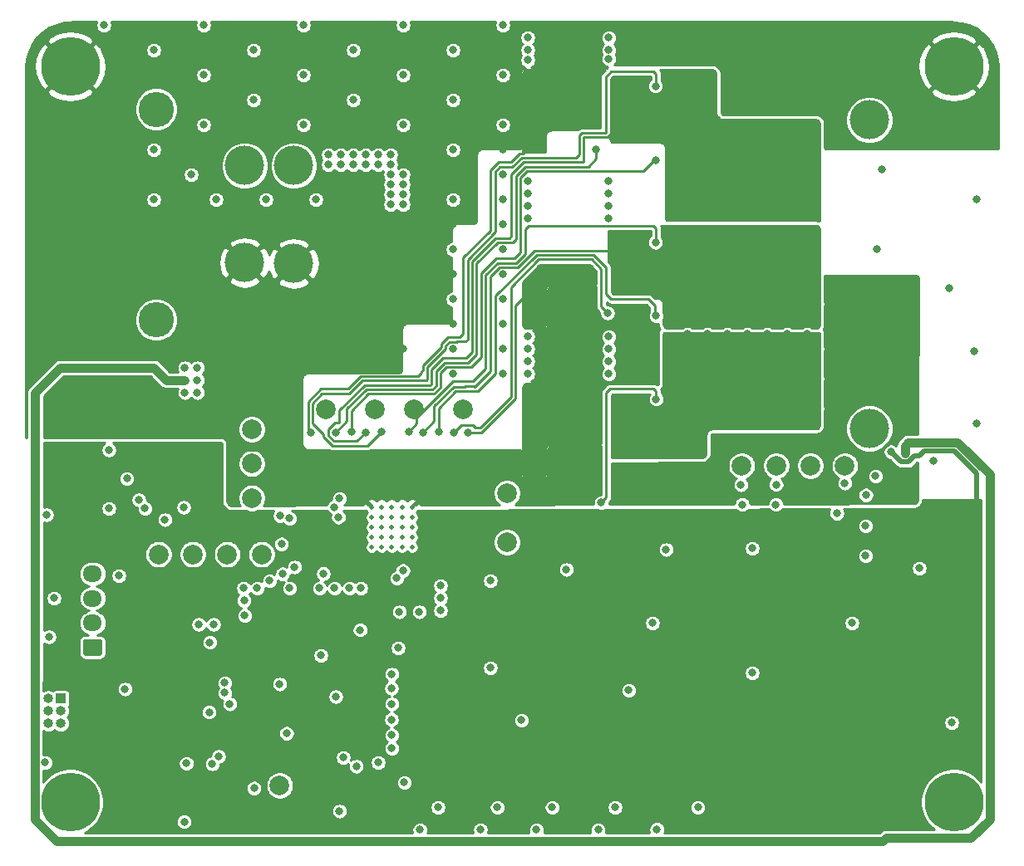
<source format=gbr>
%TF.GenerationSoftware,KiCad,Pcbnew,(5.1.8)-1*%
%TF.CreationDate,2021-03-04T12:58:26-05:00*%
%TF.ProjectId,DRV8353S_dev_board,44525638-3335-4335-935f-6465765f626f,rev?*%
%TF.SameCoordinates,Original*%
%TF.FileFunction,Copper,L3,Inr*%
%TF.FilePolarity,Positive*%
%FSLAX46Y46*%
G04 Gerber Fmt 4.6, Leading zero omitted, Abs format (unit mm)*
G04 Created by KiCad (PCBNEW (5.1.8)-1) date 2021-03-04 12:58:26*
%MOMM*%
%LPD*%
G01*
G04 APERTURE LIST*
%TA.AperFunction,ComponentPad*%
%ADD10C,6.000001*%
%TD*%
%TA.AperFunction,ComponentPad*%
%ADD11C,0.800000*%
%TD*%
%TA.AperFunction,WasherPad*%
%ADD12C,3.600000*%
%TD*%
%TA.AperFunction,ComponentPad*%
%ADD13C,4.000000*%
%TD*%
%TA.AperFunction,ComponentPad*%
%ADD14R,1.000000X1.000000*%
%TD*%
%TA.AperFunction,ComponentPad*%
%ADD15O,1.000000X1.000000*%
%TD*%
%TA.AperFunction,ComponentPad*%
%ADD16O,1.950000X1.700000*%
%TD*%
%TA.AperFunction,WasherPad*%
%ADD17C,4.000000*%
%TD*%
%TA.AperFunction,ComponentPad*%
%ADD18C,0.500000*%
%TD*%
%TA.AperFunction,ComponentPad*%
%ADD19C,2.000000*%
%TD*%
%TA.AperFunction,ViaPad*%
%ADD20C,0.800000*%
%TD*%
%TA.AperFunction,Conductor*%
%ADD21C,0.250000*%
%TD*%
%TA.AperFunction,Conductor*%
%ADD22C,0.500000*%
%TD*%
%TA.AperFunction,Conductor*%
%ADD23C,0.889000*%
%TD*%
%TA.AperFunction,Conductor*%
%ADD24C,0.254000*%
%TD*%
%TA.AperFunction,Conductor*%
%ADD25C,0.100000*%
%TD*%
G04 APERTURE END LIST*
D10*
%TO.N,GND*%
%TO.C,REF\u002A\u002A*%
X145000000Y-130000000D03*
D11*
%TO.N,N/C*%
X147250000Y-130000000D03*
X146590990Y-131590990D03*
X145000000Y-132250000D03*
X143409010Y-131590990D03*
X142750000Y-130000000D03*
X143409010Y-128409010D03*
X145000000Y-127750000D03*
X146590990Y-128409010D03*
%TD*%
%TO.N,N/C*%
%TO.C,REF\u002A\u002A*%
X56590990Y-128409010D03*
X55000000Y-127750000D03*
X53409010Y-128409010D03*
X52750000Y-130000000D03*
X53409010Y-131590990D03*
X55000000Y-132250000D03*
X56590990Y-131590990D03*
X57250000Y-130000000D03*
D10*
%TO.N,GND*%
X55000000Y-130000000D03*
%TD*%
%TO.N,GND*%
%TO.C,REF\u002A\u002A*%
X55000000Y-55000000D03*
D11*
%TO.N,N/C*%
X57250000Y-55000000D03*
X56590990Y-56590990D03*
X55000000Y-57250000D03*
X53409010Y-56590990D03*
X52750000Y-55000000D03*
X53409010Y-53409010D03*
X55000000Y-52750000D03*
X56590990Y-53409010D03*
%TD*%
%TO.N,N/C*%
%TO.C,REF\u002A\u002A*%
X146590990Y-53409010D03*
X145000000Y-52750000D03*
X143409010Y-53409010D03*
X142750000Y-55000000D03*
X143409010Y-56590990D03*
X145000000Y-57250000D03*
X146590990Y-56590990D03*
X147250000Y-55000000D03*
D10*
%TO.N,GND*%
X145000000Y-55000000D03*
%TD*%
D12*
%TO.N,*%
%TO.C,MOT_DC*%
X63754000Y-80835500D03*
D13*
%TO.N,GND*%
X72754000Y-75005500D03*
X77754000Y-75105500D03*
%TO.N,Vdrive*%
X72754000Y-65105500D03*
X77754000Y-65105500D03*
D12*
%TO.N,*%
X63754000Y-59375500D03*
%TD*%
D14*
%TO.N,/SWDIO*%
%TO.C,SWD*%
X54038500Y-119443500D03*
D15*
%TO.N,GND*%
X52768500Y-119443500D03*
%TO.N,/SWCLK*%
X54038500Y-120713500D03*
%TO.N,Net-(J3-Pad4)*%
X52768500Y-120713500D03*
%TO.N,Net-(D4-Pad2)*%
X54038500Y-121983500D03*
%TO.N,/~RESET_PB*%
X52768500Y-121983500D03*
%TD*%
D16*
%TO.N,GND*%
%TO.C,EXTERNAL UART*%
X57277000Y-106736500D03*
%TO.N,/EXT_UART_TX*%
X57277000Y-109236500D03*
%TO.N,/EXT_UART_RX*%
X57277000Y-111736500D03*
%TO.N,Net-(D5-Pad2)*%
%TA.AperFunction,ComponentPad*%
G36*
G01*
X58002000Y-115086500D02*
X56552000Y-115086500D01*
G75*
G02*
X56302000Y-114836500I0J250000D01*
G01*
X56302000Y-113636500D01*
G75*
G02*
X56552000Y-113386500I250000J0D01*
G01*
X58002000Y-113386500D01*
G75*
G02*
X58252000Y-113636500I0J-250000D01*
G01*
X58252000Y-114836500D01*
G75*
G02*
X58002000Y-115086500I-250000J0D01*
G01*
G37*
%TD.AperFunction*%
%TD*%
D17*
%TO.N,*%
%TO.C,MOT_AC*%
X136398000Y-60452000D03*
D13*
%TO.N,/MOT_C*%
X127398000Y-66182000D03*
X122398000Y-66182000D03*
%TO.N,/MOT_B*%
X127398000Y-76182000D03*
X122398000Y-76182000D03*
%TO.N,/MOT_A*%
X122398000Y-86182000D03*
X127398000Y-86182000D03*
D17*
%TO.N,*%
X136398000Y-91912000D03*
%TD*%
D18*
%TO.N,GND*%
%TO.C,U5*%
X89807000Y-104031000D03*
X88782000Y-104031000D03*
X87757000Y-104031000D03*
X86732000Y-104031000D03*
X85707000Y-104031000D03*
X89807000Y-103006000D03*
X88782000Y-103006000D03*
X87757000Y-103006000D03*
X86732000Y-103006000D03*
X85707000Y-103006000D03*
X89807000Y-101981000D03*
X88782000Y-101981000D03*
X87757000Y-101981000D03*
X86732000Y-101981000D03*
X85707000Y-101981000D03*
X89807000Y-100956000D03*
X88782000Y-100956000D03*
X87757000Y-100956000D03*
X86732000Y-100956000D03*
X85707000Y-100956000D03*
X89807000Y-99931000D03*
X88782000Y-99931000D03*
X87757000Y-99931000D03*
X86732000Y-99931000D03*
X85707000Y-99931000D03*
%TD*%
D19*
%TO.N,/I_PHASE_C*%
%TO.C,CURR_C*%
X73500000Y-92000000D03*
%TD*%
%TO.N,/I_PHASE_B*%
%TO.C,CURR_B*%
X73500000Y-95500000D03*
%TD*%
%TO.N,/~DRV8353_CS*%
%TO.C,CS*%
X74485000Y-104746000D03*
%TD*%
%TO.N,/MOSI*%
%TO.C,MOSI*%
X63985000Y-104746000D03*
%TD*%
%TO.N,/MISO*%
%TO.C,MISO*%
X67485000Y-104746000D03*
%TD*%
%TO.N,/I_PHASE_A*%
%TO.C,CURR_A*%
X73500000Y-99000000D03*
%TD*%
%TO.N,/SCLK*%
%TO.C,SCLK*%
X70985000Y-104746000D03*
%TD*%
%TO.N,/SPEED_PWM*%
%TO.C,SPEED PWM*%
X76327000Y-128333500D03*
%TD*%
%TO.N,/GATE_HI_A*%
%TO.C,HGA*%
X99500000Y-103500000D03*
%TD*%
%TO.N,/GATE_HI_B*%
%TO.C,HGB*%
X90000000Y-90000000D03*
%TD*%
%TO.N,/GATE_HI_C*%
%TO.C,HGC*%
X86000000Y-90000000D03*
%TD*%
%TO.N,/GATE_LO_A*%
%TO.C,LGA*%
X99500000Y-98500000D03*
%TD*%
%TO.N,/GATE_LO_B*%
%TO.C,LGB*%
X95000000Y-90000000D03*
%TD*%
%TO.N,/GATE_LO_C*%
%TO.C,LGC*%
X81000000Y-90000000D03*
%TD*%
%TO.N,/MOT_TEMP*%
%TO.C,TEMP*%
X133900000Y-95700000D03*
%TD*%
%TO.N,/HALLA*%
%TO.C,ENCA*%
X130400000Y-95700000D03*
%TD*%
%TO.N,/HALLB*%
%TO.C,ENCB*%
X126900000Y-95700000D03*
%TD*%
%TO.N,/HALLC*%
%TO.C,ENCC*%
X123400000Y-95700000D03*
%TD*%
D20*
%TO.N,GND*%
X82804000Y-125476000D03*
X60706000Y-87630000D03*
X80518000Y-115062000D03*
X72771000Y-110998000D03*
X58420000Y-83820000D03*
X107950000Y-59690000D03*
X106680000Y-59690000D03*
X105410000Y-59690000D03*
X104140000Y-59690000D03*
X63500000Y-50800000D03*
X73660000Y-50800000D03*
X83820000Y-50800000D03*
X93980000Y-50800000D03*
X99060000Y-53340000D03*
X88900000Y-53340000D03*
X78740000Y-53340000D03*
X68580000Y-53340000D03*
X68580000Y-58420000D03*
X78740000Y-58420000D03*
X83820000Y-55880000D03*
X73660000Y-55880000D03*
X63500000Y-55880000D03*
X93980000Y-55880000D03*
X99060000Y-58420000D03*
X88900000Y-58420000D03*
X93980000Y-60960000D03*
X99060000Y-63500000D03*
X88900000Y-63500000D03*
X63500000Y-66040000D03*
X93980000Y-66040000D03*
X99060000Y-68580000D03*
X99060000Y-73660000D03*
X93980000Y-71120000D03*
X93980000Y-76200000D03*
X99060000Y-78740000D03*
X93980000Y-81280000D03*
X99060000Y-83820000D03*
X93980000Y-86360000D03*
X67310000Y-63500000D03*
X104140000Y-60960000D03*
X105410000Y-60960000D03*
X106680000Y-60960000D03*
X107950000Y-60960000D03*
X102870000Y-75565000D03*
X104140000Y-75565000D03*
X105410000Y-75565000D03*
X106680000Y-75565000D03*
X107950000Y-75565000D03*
X102870000Y-76835000D03*
X104140000Y-76835000D03*
X105410000Y-76835000D03*
X106680000Y-76835000D03*
X107950000Y-76835000D03*
X102870000Y-91440000D03*
X104140000Y-91440000D03*
X105410000Y-91440000D03*
X106680000Y-91440000D03*
X107950000Y-91440000D03*
X107950000Y-92710000D03*
X106680000Y-92710000D03*
X105410000Y-92710000D03*
X104140000Y-92710000D03*
X102870000Y-92710000D03*
X102870000Y-59690000D03*
X73660000Y-60960000D03*
X83820000Y-60960000D03*
X81280000Y-74930000D03*
X82550000Y-74930000D03*
X83820000Y-74930000D03*
X85090000Y-74930000D03*
X86360000Y-74930000D03*
X87630000Y-74930000D03*
X87630000Y-73660000D03*
X87630000Y-72390000D03*
X87630000Y-71120000D03*
X80010000Y-72390000D03*
X80010000Y-71120000D03*
X81280000Y-76200000D03*
X82550000Y-76200000D03*
X83820000Y-76200000D03*
X85090000Y-76200000D03*
X86360000Y-76200000D03*
X87630000Y-76200000D03*
X88900000Y-71120000D03*
X88900000Y-72390000D03*
X88900000Y-73660000D03*
X88900000Y-74930000D03*
X88900000Y-83820000D03*
X83820000Y-83820000D03*
X78740000Y-83820000D03*
X73660000Y-83820000D03*
X68580000Y-83820000D03*
X63500000Y-83820000D03*
X60960000Y-81280000D03*
X66294000Y-81280000D03*
X71120000Y-81280000D03*
X76200000Y-81280000D03*
X81280000Y-81280000D03*
X86360000Y-81280000D03*
X88900000Y-78740000D03*
X83820000Y-78740000D03*
X78740000Y-78740000D03*
X73660000Y-78740000D03*
X68580000Y-78740000D03*
X58420000Y-78740000D03*
X60960000Y-76200000D03*
X66040000Y-76200000D03*
X58420000Y-73660000D03*
X63500000Y-73660000D03*
X68580000Y-73660000D03*
X60960000Y-71120000D03*
X66040000Y-71120000D03*
X71120000Y-71120000D03*
X76200000Y-71120000D03*
X95504000Y-92329000D03*
X79502000Y-92329000D03*
X102870000Y-60960000D03*
X88519000Y-110617000D03*
X90551000Y-110617000D03*
X68072000Y-111887000D03*
X69596000Y-111887000D03*
X82042000Y-119253000D03*
X70739000Y-118872000D03*
X61976000Y-89662000D03*
X58928000Y-90424000D03*
X58928000Y-100076000D03*
X61976000Y-99187000D03*
X64516000Y-92329000D03*
X66675000Y-91186000D03*
X62357000Y-91059000D03*
X64643000Y-101219000D03*
X66548000Y-99949000D03*
X62611000Y-100076000D03*
X58928000Y-94107000D03*
X142900000Y-95225000D03*
X141478000Y-106172000D03*
X66611500Y-132016500D03*
X69215000Y-113728500D03*
X69151500Y-120840500D03*
X60769500Y-97028000D03*
X76517500Y-103695500D03*
X73723500Y-128587500D03*
X77030858Y-123004858D03*
X90614500Y-132842000D03*
X96774000Y-132842000D03*
X102489000Y-132842000D03*
X108775500Y-132842000D03*
X114744500Y-132778500D03*
X118935500Y-130556000D03*
X110490000Y-130556000D03*
X104076500Y-130556000D03*
X98488500Y-130556000D03*
X92456000Y-130556000D03*
X87757000Y-124523500D03*
X76327000Y-117983000D03*
X97790000Y-107442000D03*
X88392000Y-114300000D03*
X87720000Y-118414800D03*
X87720000Y-121602500D03*
X67310000Y-68580000D03*
X77724000Y-68580000D03*
X72644000Y-68580000D03*
X114300000Y-111760000D03*
X124460000Y-116840000D03*
X134620000Y-111760000D03*
X124460000Y-104140000D03*
X139700000Y-83820000D03*
X137160000Y-73660000D03*
X147320000Y-68580000D03*
X132080000Y-55880000D03*
X137160000Y-53340000D03*
X121920000Y-53340000D03*
X147320000Y-91440000D03*
X144780000Y-121920000D03*
X53340000Y-109220000D03*
X111887000Y-118618000D03*
X100965000Y-121666000D03*
X97790000Y-116332000D03*
X105537000Y-106299000D03*
X115697000Y-104267000D03*
X147066000Y-84074000D03*
X144526000Y-77597000D03*
X137668000Y-65532000D03*
X143510000Y-59309000D03*
X52451000Y-125984000D03*
X60579000Y-118491000D03*
X52832000Y-113157000D03*
X59944000Y-106934000D03*
X52578000Y-100711000D03*
X82423000Y-130937000D03*
%TO.N,Vdrive*%
X68580000Y-50800000D03*
X78740000Y-50800000D03*
X88900000Y-50800000D03*
X99060000Y-50800000D03*
X63500000Y-53340000D03*
X73660000Y-53340000D03*
X83820000Y-53340000D03*
X93980000Y-53340000D03*
X68580000Y-55880000D03*
X78740000Y-55880000D03*
X88900000Y-55880000D03*
X99060000Y-55880000D03*
X93980000Y-58420000D03*
X83820000Y-58420000D03*
X73660000Y-58420000D03*
X88900000Y-60960000D03*
X99060000Y-60960000D03*
X93980000Y-63500000D03*
X63500000Y-63500000D03*
X99060000Y-66040000D03*
X88900000Y-66040000D03*
X63500000Y-68580000D03*
X93980000Y-68580000D03*
X99060000Y-71120000D03*
X93980000Y-73660000D03*
X99060000Y-76200000D03*
X93980000Y-78740000D03*
X99060000Y-81280000D03*
X93980000Y-83820000D03*
X99060000Y-86360000D03*
X67310000Y-66040000D03*
X101600000Y-52070000D03*
X101600000Y-53340000D03*
X109855000Y-53340000D03*
X109855000Y-52070000D03*
X101600000Y-66675000D03*
X101600000Y-67945000D03*
X101600000Y-69215000D03*
X101600000Y-70485000D03*
X109855000Y-66675000D03*
X109855000Y-67945000D03*
X109855000Y-69215000D03*
X109855000Y-70485000D03*
X101600000Y-82550000D03*
X101600000Y-83820000D03*
X101600000Y-85090000D03*
X101600000Y-86360000D03*
X109855000Y-82550000D03*
X109855000Y-83820000D03*
X109855000Y-85090000D03*
X109855000Y-86360000D03*
X68580000Y-60960000D03*
X78740000Y-60960000D03*
X69850000Y-68580000D03*
X74930000Y-68580000D03*
X80010000Y-68580000D03*
X101600000Y-54356000D03*
X109855000Y-54229000D03*
X92710000Y-107950000D03*
X92710000Y-109220000D03*
X92710000Y-110490000D03*
X58420000Y-50800000D03*
X81280000Y-65024000D03*
X82550000Y-65024000D03*
X83820000Y-65024000D03*
X85090000Y-65024000D03*
X86360000Y-65024000D03*
X87630000Y-66040000D03*
X87630000Y-67056000D03*
X87630000Y-68072000D03*
X88900000Y-67056000D03*
X87630000Y-69088000D03*
X88900000Y-68072000D03*
X88900000Y-69088000D03*
X87630000Y-65024000D03*
X87630000Y-64008000D03*
X86360000Y-64008000D03*
X85090000Y-64008000D03*
X83820000Y-64008000D03*
X82550000Y-64008000D03*
X81280000Y-64008000D03*
%TO.N,/~RESET_PB*%
X89027000Y-128016000D03*
X86360000Y-125984000D03*
%TO.N,+3V3*%
X63182500Y-113792000D03*
X63182500Y-114808000D03*
X80391000Y-120396000D03*
X78867000Y-111125000D03*
X74295000Y-111125000D03*
X82042000Y-117094000D03*
X72644000Y-115570000D03*
X66675000Y-95250000D03*
X67945000Y-95250000D03*
X67945000Y-96520000D03*
X66675000Y-96520000D03*
X66675000Y-97790000D03*
X67945000Y-97790000D03*
X138620500Y-94297500D03*
X59944000Y-121920000D03*
X59944000Y-122936000D03*
X60261500Y-126365000D03*
X61912500Y-126365000D03*
X63563500Y-126365000D03*
X68961000Y-128968500D03*
X68838989Y-119846580D03*
X69215000Y-115189000D03*
X118935500Y-129032000D03*
X110426500Y-129032000D03*
X104076500Y-129032000D03*
X98488500Y-129032000D03*
X92456000Y-129032000D03*
%TO.N,+5V*%
X66675000Y-85725000D03*
X67945000Y-85725000D03*
X66675000Y-86995000D03*
X67945000Y-86995000D03*
X67945000Y-88265000D03*
X66675000Y-88265000D03*
X140017500Y-94424500D03*
X84709000Y-133985000D03*
%TO.N,/~DRV8353_FAULT*%
X72707500Y-109461000D03*
X66818000Y-126063500D03*
%TO.N,/DRV8353_EN*%
X84582000Y-108204000D03*
X72644000Y-108204000D03*
%TO.N,/~BRAKE*%
X88889696Y-106407130D03*
X76381474Y-100817279D03*
%TO.N,/DIRECTION*%
X88265000Y-107188000D03*
X77343000Y-101092000D03*
%TO.N,/~LED_SPEED*%
X71247000Y-120015000D03*
X70104000Y-125349000D03*
%TO.N,/~SYS_FAULT*%
X70739000Y-117856000D03*
X69463814Y-126117223D03*
%TO.N,/MOT_TEMP*%
X133900000Y-97494000D03*
X133089937Y-100569040D03*
%TO.N,/MOT_A*%
X115824000Y-93472000D03*
X115824000Y-92456000D03*
X115824000Y-91440000D03*
X115824000Y-90424000D03*
X115824000Y-89408000D03*
X115824000Y-88392000D03*
X115824000Y-94488000D03*
X117856000Y-94488000D03*
X116840000Y-92964000D03*
X118872000Y-92964000D03*
X117856000Y-91440000D03*
X119888000Y-91440000D03*
X121920000Y-91440000D03*
X123952000Y-91440000D03*
X125984000Y-91440000D03*
X128016000Y-91440000D03*
X130048000Y-91440000D03*
X129032000Y-89916000D03*
X127000000Y-89916000D03*
X124968000Y-89916000D03*
X122936000Y-89916000D03*
X120904000Y-89916000D03*
X118872000Y-89916000D03*
X116840000Y-89916000D03*
X117856000Y-88392000D03*
X119888000Y-88392000D03*
X123952000Y-88392000D03*
X125984000Y-88392000D03*
X130048000Y-88392000D03*
X116840000Y-86868000D03*
X118872000Y-86868000D03*
X124968000Y-86868000D03*
X117856000Y-85344000D03*
X119888000Y-85344000D03*
X130048000Y-85344000D03*
X131064000Y-86868000D03*
X131064000Y-89916000D03*
X116840000Y-83820000D03*
X118872000Y-83820000D03*
X120904000Y-83820000D03*
X124968000Y-83820000D03*
X129032000Y-83820000D03*
X131064000Y-83820000D03*
X130048000Y-82296000D03*
X128016000Y-82296000D03*
X125984000Y-82296000D03*
X123952000Y-82296000D03*
X121920000Y-82296000D03*
X119888000Y-82296000D03*
X117856000Y-82296000D03*
%TO.N,/MOT_B*%
X115824000Y-71628000D03*
X115824000Y-72644000D03*
X115824000Y-73660000D03*
X115824000Y-74676000D03*
X115824000Y-75692000D03*
X115824000Y-76708000D03*
X115824000Y-77724000D03*
X115824000Y-78740000D03*
X117856000Y-71628000D03*
X119888000Y-71628000D03*
X121920000Y-71628000D03*
X123952000Y-71628000D03*
X125984000Y-71628000D03*
X128016000Y-71628000D03*
X130048000Y-71628000D03*
X116840000Y-73152000D03*
X118872000Y-73152000D03*
X120904000Y-73152000D03*
X122936000Y-73152000D03*
X124968000Y-73152000D03*
X127000000Y-73152000D03*
X129032000Y-73152000D03*
X131064000Y-73152000D03*
X130048000Y-74676000D03*
X119888000Y-74676000D03*
X117856000Y-74676000D03*
X116840000Y-76200000D03*
X118872000Y-76200000D03*
X131064000Y-76200000D03*
X117856000Y-77724000D03*
X119888000Y-77724000D03*
X124968000Y-77724000D03*
X130048000Y-77724000D03*
X131064000Y-79248000D03*
X129032000Y-79248000D03*
X127000000Y-79248000D03*
X116840000Y-79248000D03*
X118872000Y-79248000D03*
X120904000Y-79248000D03*
X122936000Y-79248000D03*
X124968000Y-79248000D03*
X117856000Y-80772000D03*
X119888000Y-80772000D03*
X121920000Y-80772000D03*
X123952000Y-80772000D03*
X125984000Y-80772000D03*
X128016000Y-80772000D03*
X130048000Y-80772000D03*
X115824000Y-80772000D03*
X90932000Y-92329000D03*
%TO.N,/MOT_C*%
X115824000Y-56896000D03*
X115824000Y-57912000D03*
X115824000Y-58928000D03*
X115824000Y-59944000D03*
X115824000Y-60960000D03*
X115824000Y-61976000D03*
X115824000Y-55880000D03*
X117856000Y-55880000D03*
X119888000Y-55880000D03*
X118872000Y-57404000D03*
X117856000Y-58928000D03*
X119888000Y-58928000D03*
X118872000Y-60452000D03*
X120904000Y-60452000D03*
X117856000Y-61976000D03*
X119888000Y-61976000D03*
X121920000Y-61976000D03*
X116840000Y-63500000D03*
X118872000Y-63500000D03*
X120904000Y-63500000D03*
X122936000Y-63500000D03*
X123952000Y-61976000D03*
X125984000Y-61976000D03*
X128016000Y-61976000D03*
X130048000Y-61976000D03*
X124968000Y-63500000D03*
X127000000Y-63500000D03*
X129032000Y-63500000D03*
X131064000Y-63500000D03*
X117856000Y-65024000D03*
X119888000Y-65024000D03*
X130048000Y-65024000D03*
X131064000Y-66548000D03*
X118872000Y-66548000D03*
X116840000Y-66548000D03*
X117856000Y-68072000D03*
X119888000Y-68072000D03*
X130048000Y-68072000D03*
X116840000Y-69596000D03*
X118872000Y-69596000D03*
X120904000Y-69596000D03*
X122936000Y-69596000D03*
X124968000Y-69596000D03*
X127000000Y-69596000D03*
X129032000Y-69596000D03*
X131064000Y-69596000D03*
X123952000Y-68580000D03*
X125984000Y-68580000D03*
X85090000Y-92329000D03*
%TO.N,/GATE_HI_A*%
X109093000Y-99473010D03*
X114681000Y-88926000D03*
%TO.N,/GATE_HI_B*%
X89471500Y-92265500D03*
X114617500Y-72937500D03*
%TO.N,/SHUNT_POS_B*%
X94107000Y-92329000D03*
X109728000Y-80137000D03*
%TO.N,/GATE_LO_B*%
X92519500Y-92265500D03*
X114681000Y-80430500D03*
%TO.N,/GATE_HI_C*%
X86677500Y-92265500D03*
X114617500Y-56999000D03*
%TO.N,/GATE_LO_C*%
X83629500Y-92265500D03*
X114617500Y-64555500D03*
%TO.N,/SHUNT_POS_C*%
X82042000Y-92329000D03*
X108563000Y-63500000D03*
%TO.N,/SCLK*%
X81915000Y-108204000D03*
X76632816Y-106752165D03*
%TO.N,/MISO*%
X80391000Y-108204000D03*
X80772000Y-106717000D03*
X75311000Y-107442000D03*
%TO.N,/MOSI*%
X77343000Y-108204000D03*
X74041000Y-108204000D03*
%TO.N,/~DRV8353_CS*%
X83439000Y-108204000D03*
X77851000Y-106045000D03*
%TO.N,/SPEED_PWM*%
X84518500Y-112458500D03*
X84137500Y-126365000D03*
%TO.N,/HALLB*%
X126900000Y-97636000D03*
X126873000Y-99669020D03*
%TO.N,/HALLC*%
X123317000Y-97663000D03*
X123444000Y-99669020D03*
%TO.N,/I_PHASE_A*%
X87757000Y-116967000D03*
X82310139Y-100956000D03*
%TO.N,/I_PHASE_B*%
X87757000Y-120015000D03*
X81908503Y-99917495D03*
%TO.N,/I_PHASE_C*%
X87757000Y-123190000D03*
X82423000Y-99060000D03*
%TO.N,Net-(C36-Pad1)*%
X136042500Y-98704500D03*
X136017000Y-101854000D03*
X136017000Y-104902000D03*
X137033000Y-96774000D03*
%TD*%
D21*
%TO.N,GND*%
X95504000Y-92329000D02*
X96901000Y-92329000D01*
X96901000Y-92329000D02*
X100330000Y-88900000D01*
X100330000Y-79375000D02*
X102870000Y-76835000D01*
X100330000Y-88900000D02*
X100330000Y-79375000D01*
X104140000Y-76835000D02*
X104140000Y-91440000D01*
X106680000Y-78105000D02*
X105410000Y-76835000D01*
X106680000Y-91440000D02*
X106680000Y-78105000D01*
X79224990Y-89177598D02*
X79224989Y-92051989D01*
X84598400Y-86591960D02*
X83306360Y-87884000D01*
X90805000Y-86106000D02*
X90805000Y-86233000D01*
X90909963Y-86001037D02*
X90805000Y-86106000D01*
X90909964Y-85487396D02*
X90909963Y-86001037D01*
X92804990Y-83285598D02*
X92804989Y-83592371D01*
X83306360Y-87884000D02*
X80518588Y-87884000D01*
X102997000Y-61976000D02*
X101114040Y-63858960D01*
X97790000Y-65600588D02*
X97790000Y-71750770D01*
X79224989Y-92051989D02*
X79502000Y-92329000D01*
X95031954Y-82260046D02*
X94684010Y-82607990D01*
X101114040Y-63858960D02*
X100797398Y-63858960D01*
X97790000Y-71750770D02*
X95031955Y-74508815D01*
X100797398Y-63858960D02*
X99886358Y-64770000D01*
X90446040Y-86591960D02*
X84598400Y-86591960D01*
X99886358Y-64770000D02*
X98620588Y-64770000D01*
X80518588Y-87884000D02*
X79224990Y-89177598D01*
X90805000Y-86233000D02*
X90446040Y-86591960D01*
X92804989Y-83592371D02*
X90909964Y-85487396D01*
X98620588Y-64770000D02*
X97790000Y-65600588D01*
X102870000Y-60960000D02*
X102997000Y-61976000D01*
X95031955Y-74508815D02*
X95031954Y-82260046D01*
X94684010Y-82607990D02*
X93482598Y-82607990D01*
X93482598Y-82607990D02*
X92804990Y-83285598D01*
X105410000Y-91440000D02*
X105410000Y-77470000D01*
X105410000Y-77470000D02*
X104140000Y-76200000D01*
D22*
%TO.N,+3V3*%
X140388018Y-95319010D02*
X140970000Y-94737028D01*
X139642010Y-95319010D02*
X140388018Y-95319010D01*
X138620500Y-94297500D02*
X139642010Y-95319010D01*
X141482972Y-94737028D02*
X141980490Y-94239510D01*
X140970000Y-94737028D02*
X141482972Y-94737028D01*
X141980490Y-94239510D02*
X145039510Y-94239510D01*
X145039510Y-94239510D02*
X147320000Y-96520000D01*
X147320000Y-96520000D02*
X147320000Y-101600000D01*
D23*
%TO.N,+5V*%
X64770000Y-86995000D02*
X66675000Y-86995000D01*
X53975000Y-85725000D02*
X63500000Y-85725000D01*
X51355499Y-117554501D02*
X51435000Y-117475000D01*
X63500000Y-85725000D02*
X64770000Y-86995000D01*
X51435000Y-88265000D02*
X53975000Y-85725000D01*
X146749361Y-133644501D02*
X138135499Y-133644501D01*
X140017500Y-93726000D02*
X140335000Y-93408500D01*
X140335000Y-93408500D02*
X140335000Y-93345000D01*
X140017500Y-94424500D02*
X140017500Y-93726000D01*
X51355499Y-131749361D02*
X51355499Y-117554501D01*
X51435000Y-117475000D02*
X51435000Y-88265000D01*
X145415000Y-93345000D02*
X148644501Y-96574501D01*
X148644501Y-96574501D02*
X148644501Y-131749361D01*
X140335000Y-93345000D02*
X145415000Y-93345000D01*
X148644501Y-131749361D02*
X146749361Y-133644501D01*
X138135499Y-133644501D02*
X137795000Y-133985000D01*
X137795000Y-133985000D02*
X84709000Y-133985000D01*
X53591138Y-133985000D02*
X51355499Y-131749361D01*
X84709000Y-133985000D02*
X53591138Y-133985000D01*
D21*
%TO.N,/MOT_B*%
X90932000Y-92329000D02*
X92069490Y-91191510D01*
X92069491Y-89666099D02*
X94047600Y-87687990D01*
X92069490Y-91191510D02*
X92069491Y-89666099D01*
X96139000Y-87630000D02*
X96196990Y-87687990D01*
X95250000Y-87630000D02*
X96139000Y-87630000D01*
X95192010Y-87687990D02*
X95250000Y-87630000D01*
X94047600Y-87687990D02*
X95192010Y-87687990D01*
X96208010Y-87687990D02*
X97790000Y-86106000D01*
X96196990Y-87687990D02*
X96208010Y-87687990D01*
X97790000Y-86106000D02*
X97790000Y-78299178D01*
X97790000Y-78299178D02*
X97790000Y-76396998D01*
X98711999Y-75474999D02*
X100614179Y-75474999D01*
X97790000Y-76396998D02*
X98711999Y-75474999D01*
X100614179Y-75474999D02*
X102313199Y-73775981D01*
X102313199Y-73775981D02*
X110859981Y-73775981D01*
X110859981Y-73775981D02*
X111252000Y-74168000D01*
%TO.N,/MOT_C*%
X85090000Y-92329000D02*
X84201000Y-93218000D01*
X81857998Y-93218000D02*
X81280000Y-92640002D01*
X84201000Y-93218000D02*
X81857998Y-93218000D01*
X81984998Y-91313000D02*
X82421590Y-91313000D01*
X81280000Y-92017998D02*
X81984998Y-91313000D01*
X81280000Y-92640002D02*
X81280000Y-92017998D01*
X82421590Y-90041590D02*
X84971200Y-87491980D01*
X82421590Y-91313000D02*
X82421590Y-90041590D01*
X84971200Y-87491980D02*
X91697970Y-87491980D01*
X91809982Y-85860198D02*
X92961180Y-84709000D01*
X91809981Y-87379969D02*
X91809982Y-85860198D01*
X91697970Y-87491980D02*
X91809981Y-87379969D01*
X92961180Y-84709000D02*
X95375590Y-84709000D01*
X95931973Y-74881617D02*
X98328601Y-72484989D01*
X95931972Y-84152618D02*
X95931973Y-74881617D01*
X95375590Y-84709000D02*
X95931972Y-84152618D01*
X99727011Y-72484989D02*
X99937981Y-72274019D01*
X98328601Y-72484989D02*
X99727011Y-72484989D01*
X99937982Y-65991196D02*
X101170198Y-64758980D01*
X99937981Y-72274019D02*
X99937982Y-65991196D01*
X101170198Y-64758980D02*
X107315000Y-64758980D01*
X107315000Y-64758980D02*
X107315000Y-62230000D01*
X107315000Y-62230000D02*
X109728000Y-62230000D01*
X109728000Y-62230000D02*
X110363000Y-61595000D01*
X115443000Y-61595000D02*
X115824000Y-61976000D01*
X110363000Y-61595000D02*
X115443000Y-61595000D01*
%TO.N,/GATE_HI_A*%
X109093000Y-99473010D02*
X109601000Y-98965010D01*
X109601000Y-98965010D02*
X109601000Y-88265000D01*
X109601000Y-88265000D02*
X109982000Y-87884000D01*
X109982000Y-87884000D02*
X114427000Y-87884000D01*
X114681000Y-88138000D02*
X114681000Y-88926000D01*
X114427000Y-87884000D02*
X114681000Y-88138000D01*
%TO.N,/GATE_HI_B*%
X114681000Y-72874000D02*
X114617500Y-72937500D01*
X114681000Y-71501000D02*
X114681000Y-72874000D01*
X114427000Y-71247000D02*
X114681000Y-71501000D01*
X89471500Y-92265500D02*
X90297000Y-91440000D01*
X94012390Y-87086790D02*
X96047210Y-87086790D01*
X96047210Y-87086790D02*
X97282000Y-85852000D01*
X90297000Y-91440000D02*
X90297000Y-90802180D01*
X90297000Y-90802180D02*
X94012390Y-87086790D01*
X97282000Y-85852000D02*
X97282000Y-76268588D01*
X101346000Y-71628000D02*
X101727000Y-71247000D01*
X97282000Y-76268588D02*
X98525599Y-75024989D01*
X98525599Y-75024989D02*
X100427780Y-75024989D01*
X100427780Y-75024989D02*
X101346000Y-74106769D01*
X101346000Y-74106769D02*
X101346000Y-71628000D01*
X101727000Y-71247000D02*
X114427000Y-71247000D01*
%TO.N,/SHUNT_POS_B*%
X94832001Y-91603999D02*
X96048999Y-91603999D01*
X94107000Y-92329000D02*
X94832001Y-91603999D01*
X96266000Y-91821000D02*
X96772590Y-91821000D01*
X96048999Y-91603999D02*
X96266000Y-91821000D01*
X96772590Y-91821000D02*
X99879990Y-88713600D01*
X99879990Y-88713600D02*
X99879991Y-79188599D01*
X99879991Y-77482007D02*
X102685998Y-74676000D01*
X99879991Y-79188599D02*
X99879991Y-77482007D01*
X108134002Y-74676000D02*
X109093000Y-75634998D01*
X102685998Y-74676000D02*
X108134002Y-74676000D01*
X109093000Y-75634998D02*
X109093000Y-79502000D01*
X109093000Y-79502000D02*
X109728000Y-80137000D01*
%TO.N,/GATE_LO_B*%
X92519500Y-92265500D02*
X92519500Y-89852500D01*
X92519500Y-89852500D02*
X94234000Y-88138000D01*
X94234000Y-88138000D02*
X95631000Y-88138000D01*
X95631000Y-88138000D02*
X95885000Y-88138000D01*
X113919000Y-78740000D02*
X114554000Y-79375000D01*
X114554000Y-79375000D02*
X114554000Y-80303500D01*
X110109000Y-78740000D02*
X113919000Y-78740000D01*
X114554000Y-80303500D02*
X114681000Y-80430500D01*
X109601000Y-78232000D02*
X110109000Y-78740000D01*
X102499598Y-74225990D02*
X108320403Y-74225991D01*
X98334999Y-78390589D02*
X102499598Y-74225990D01*
X98334999Y-86323001D02*
X98334999Y-78390589D01*
X109601000Y-75506588D02*
X109601000Y-78232000D01*
X96520000Y-88138000D02*
X98334999Y-86323001D01*
X108320403Y-74225991D02*
X109601000Y-75506588D01*
X95631000Y-88138000D02*
X96520000Y-88138000D01*
%TO.N,/GATE_HI_C*%
X81671597Y-93668009D02*
X80772000Y-92768412D01*
X85274990Y-93668010D02*
X81671597Y-93668009D01*
X86677500Y-92265500D02*
X85274990Y-93668010D01*
X80646998Y-88392000D02*
X83434770Y-88392000D01*
X79674999Y-89363999D02*
X80646998Y-88392000D01*
X79674999Y-91428997D02*
X79674999Y-89363999D01*
X80772000Y-92525998D02*
X79674999Y-91428997D01*
X80772000Y-92768412D02*
X80772000Y-92525998D01*
X83434770Y-88392000D02*
X84784800Y-87041970D01*
X91266030Y-87041970D02*
X91359972Y-86948028D01*
X84784800Y-87041970D02*
X91266030Y-87041970D01*
X91359972Y-86948028D02*
X91359973Y-85673797D01*
X93254999Y-83471999D02*
X93631999Y-83094999D01*
X93631999Y-83094999D02*
X94328001Y-83094999D01*
X93254999Y-83778771D02*
X93254999Y-83471999D01*
X91359973Y-85673797D02*
X93254999Y-83778771D01*
X94328001Y-83094999D02*
X94365000Y-83058000D01*
X95250000Y-83058000D02*
X95481963Y-82826037D01*
X94365000Y-83058000D02*
X95250000Y-83058000D01*
X95481963Y-82826037D02*
X95481964Y-74695216D01*
X95481964Y-74695216D02*
X98298000Y-71879180D01*
X98298000Y-65728998D02*
X98748998Y-65278000D01*
X98298000Y-71879180D02*
X98298000Y-65728998D01*
X98748998Y-65278000D02*
X100014768Y-65278000D01*
X100014768Y-65278000D02*
X100983798Y-64308970D01*
X100983798Y-64308970D02*
X106506030Y-64308970D01*
X106864990Y-62043600D02*
X107128600Y-61779990D01*
X106864990Y-63950010D02*
X106864990Y-62043600D01*
X106506030Y-64308970D02*
X106864990Y-63950010D01*
X107128600Y-61779990D02*
X109541600Y-61779990D01*
X109541600Y-61779990D02*
X109541600Y-56066400D01*
X109541600Y-56066400D02*
X110109000Y-55499000D01*
X110109000Y-55499000D02*
X114427000Y-55499000D01*
X114427000Y-55499000D02*
X114681000Y-55753000D01*
X114681000Y-56935500D02*
X114617500Y-56999000D01*
X114681000Y-55753000D02*
X114681000Y-56935500D01*
%TO.N,/GATE_LO_C*%
X83629500Y-92265500D02*
X83629500Y-90106500D01*
X83629500Y-90106500D02*
X85344000Y-88392000D01*
X85344000Y-88392000D02*
X92070770Y-88392000D01*
X92070770Y-88392000D02*
X92710000Y-87752770D01*
X92710000Y-87752770D02*
X92710000Y-86233000D01*
X93308001Y-85634999D02*
X95848001Y-85634999D01*
X92710000Y-86233000D02*
X93308001Y-85634999D01*
X95848001Y-85634999D02*
X96831990Y-84651010D01*
X96831990Y-84651010D02*
X96831991Y-76082187D01*
X98365178Y-74549000D02*
X100267359Y-74549000D01*
X96831991Y-76082187D02*
X98365178Y-74549000D01*
X100267359Y-74549000D02*
X100838000Y-73978359D01*
X100838000Y-66363998D02*
X101542998Y-65659000D01*
X100838000Y-73978359D02*
X100838000Y-66363998D01*
X101542998Y-65659000D02*
X113411000Y-65659000D01*
X114514500Y-64555500D02*
X114617500Y-64555500D01*
X113411000Y-65659000D02*
X114514500Y-64555500D01*
%TO.N,/SHUNT_POS_C*%
X108563000Y-64411000D02*
X108563000Y-63500000D01*
X107765010Y-65208990D02*
X108563000Y-64411000D01*
X101356598Y-65208990D02*
X107765010Y-65208990D01*
X100387991Y-66177597D02*
X101356598Y-65208990D01*
X100039001Y-72934999D02*
X100387990Y-72586010D01*
X96381982Y-75068018D02*
X98515001Y-72934999D01*
X82042000Y-92329000D02*
X83179490Y-91191510D01*
X83179490Y-91191510D02*
X83179491Y-89920099D01*
X83179491Y-89920099D02*
X85157600Y-87941990D01*
X100387990Y-72586010D02*
X100387991Y-66177597D01*
X85157600Y-87941990D02*
X91884370Y-87941990D01*
X92259990Y-87566370D02*
X92259991Y-86046599D01*
X91884370Y-87941990D02*
X92259990Y-87566370D01*
X92259991Y-86046599D02*
X93121601Y-85184989D01*
X93121601Y-85184989D02*
X95536011Y-85184989D01*
X95536011Y-85184989D02*
X96381981Y-84339019D01*
X96381981Y-84339019D02*
X96381982Y-75068018D01*
X98515001Y-72934999D02*
X100039001Y-72934999D01*
%TD*%
D24*
%TO.N,GND*%
X109442711Y-55384644D02*
X109170451Y-55656905D01*
X109149390Y-55674189D01*
X109091277Y-55745000D01*
X109080409Y-55758243D01*
X109029152Y-55854138D01*
X108997589Y-55958190D01*
X108986930Y-56066400D01*
X108989601Y-56093516D01*
X108989600Y-61227990D01*
X107155708Y-61227990D01*
X107128600Y-61225320D01*
X107101491Y-61227990D01*
X107020389Y-61235978D01*
X106916337Y-61267542D01*
X106820442Y-61318799D01*
X106736389Y-61387779D01*
X106719103Y-61408842D01*
X106659945Y-61468000D01*
X104005000Y-61468000D01*
X103988423Y-61469086D01*
X103859013Y-61486123D01*
X103826989Y-61494704D01*
X103706399Y-61544654D01*
X103677687Y-61561232D01*
X103574134Y-61640692D01*
X103550692Y-61664134D01*
X103471232Y-61767687D01*
X103454654Y-61796399D01*
X103404704Y-61916989D01*
X103396123Y-61949013D01*
X103379086Y-62078423D01*
X103378000Y-62095000D01*
X103378000Y-63756970D01*
X101092000Y-63756970D01*
X101092000Y-55753328D01*
X101105769Y-55648743D01*
X101142923Y-55559045D01*
X101202024Y-55482024D01*
X101279045Y-55422923D01*
X101368743Y-55385769D01*
X101473328Y-55372000D01*
X109346672Y-55372000D01*
X109442711Y-55384644D01*
%TA.AperFunction,Conductor*%
D25*
G36*
X109442711Y-55384644D02*
G01*
X109170451Y-55656905D01*
X109149390Y-55674189D01*
X109091277Y-55745000D01*
X109080409Y-55758243D01*
X109029152Y-55854138D01*
X108997589Y-55958190D01*
X108986930Y-56066400D01*
X108989601Y-56093516D01*
X108989600Y-61227990D01*
X107155708Y-61227990D01*
X107128600Y-61225320D01*
X107101491Y-61227990D01*
X107020389Y-61235978D01*
X106916337Y-61267542D01*
X106820442Y-61318799D01*
X106736389Y-61387779D01*
X106719103Y-61408842D01*
X106659945Y-61468000D01*
X104005000Y-61468000D01*
X103988423Y-61469086D01*
X103859013Y-61486123D01*
X103826989Y-61494704D01*
X103706399Y-61544654D01*
X103677687Y-61561232D01*
X103574134Y-61640692D01*
X103550692Y-61664134D01*
X103471232Y-61767687D01*
X103454654Y-61796399D01*
X103404704Y-61916989D01*
X103396123Y-61949013D01*
X103379086Y-62078423D01*
X103378000Y-62095000D01*
X103378000Y-63756970D01*
X101092000Y-63756970D01*
X101092000Y-55753328D01*
X101105769Y-55648743D01*
X101142923Y-55559045D01*
X101202024Y-55482024D01*
X101279045Y-55422923D01*
X101368743Y-55385769D01*
X101473328Y-55372000D01*
X109346672Y-55372000D01*
X109442711Y-55384644D01*
G37*
%TD.AperFunction*%
%TD*%
D24*
%TO.N,GND*%
X108541000Y-75863643D02*
X108541000Y-77216000D01*
X104005000Y-77216000D01*
X103988423Y-77217086D01*
X103859013Y-77234123D01*
X103826989Y-77242704D01*
X103706399Y-77292654D01*
X103677687Y-77309232D01*
X103574134Y-77388692D01*
X103550692Y-77412134D01*
X103471232Y-77515687D01*
X103454654Y-77544399D01*
X103404704Y-77664989D01*
X103396123Y-77697013D01*
X103379086Y-77826423D01*
X103378000Y-77843000D01*
X103378000Y-81279672D01*
X103364231Y-81384257D01*
X103327077Y-81473955D01*
X103267976Y-81550976D01*
X103190955Y-81610077D01*
X103101257Y-81647231D01*
X102996672Y-81661000D01*
X101473328Y-81661000D01*
X101368743Y-81647231D01*
X101279045Y-81610077D01*
X101202024Y-81550976D01*
X101142923Y-81473955D01*
X101105769Y-81384257D01*
X101092000Y-81279672D01*
X101092000Y-77050643D01*
X102914644Y-75228000D01*
X107905358Y-75228000D01*
X108541000Y-75863643D01*
%TA.AperFunction,Conductor*%
D25*
G36*
X108541000Y-75863643D02*
G01*
X108541000Y-77216000D01*
X104005000Y-77216000D01*
X103988423Y-77217086D01*
X103859013Y-77234123D01*
X103826989Y-77242704D01*
X103706399Y-77292654D01*
X103677687Y-77309232D01*
X103574134Y-77388692D01*
X103550692Y-77412134D01*
X103471232Y-77515687D01*
X103454654Y-77544399D01*
X103404704Y-77664989D01*
X103396123Y-77697013D01*
X103379086Y-77826423D01*
X103378000Y-77843000D01*
X103378000Y-81279672D01*
X103364231Y-81384257D01*
X103327077Y-81473955D01*
X103267976Y-81550976D01*
X103190955Y-81610077D01*
X103101257Y-81647231D01*
X102996672Y-81661000D01*
X101473328Y-81661000D01*
X101368743Y-81647231D01*
X101279045Y-81610077D01*
X101202024Y-81550976D01*
X101142923Y-81473955D01*
X101105769Y-81384257D01*
X101092000Y-81279672D01*
X101092000Y-77050643D01*
X102914644Y-75228000D01*
X107905358Y-75228000D01*
X108541000Y-75863643D01*
G37*
%TD.AperFunction*%
%TD*%
D24*
%TO.N,GND*%
X109324257Y-87389769D02*
X109413955Y-87426923D01*
X109490976Y-87486024D01*
X109538021Y-87547333D01*
X109229851Y-87855505D01*
X109208790Y-87872789D01*
X109150060Y-87944352D01*
X109139809Y-87956843D01*
X109088552Y-88052738D01*
X109056989Y-88156790D01*
X109046330Y-88265000D01*
X109049001Y-88292116D01*
X109049001Y-93472000D01*
X104005000Y-93472000D01*
X103988423Y-93473086D01*
X103859013Y-93490123D01*
X103826989Y-93498704D01*
X103706399Y-93548654D01*
X103677687Y-93565232D01*
X103574134Y-93644692D01*
X103550692Y-93668134D01*
X103471232Y-93771687D01*
X103454654Y-93800399D01*
X103404704Y-93920989D01*
X103396123Y-93953013D01*
X103379086Y-94082423D01*
X103378000Y-94099000D01*
X103378000Y-96519672D01*
X103364231Y-96624257D01*
X103327077Y-96713955D01*
X103267976Y-96790976D01*
X103190955Y-96850077D01*
X103101257Y-96887231D01*
X102996672Y-96901000D01*
X101473328Y-96901000D01*
X101368743Y-96887231D01*
X101279045Y-96850077D01*
X101202024Y-96790976D01*
X101142923Y-96713955D01*
X101105769Y-96624257D01*
X101092000Y-96519672D01*
X101092000Y-87757328D01*
X101105769Y-87652743D01*
X101142923Y-87563045D01*
X101202024Y-87486024D01*
X101279045Y-87426923D01*
X101368743Y-87389769D01*
X101473328Y-87376000D01*
X109219672Y-87376000D01*
X109324257Y-87389769D01*
%TA.AperFunction,Conductor*%
D25*
G36*
X109324257Y-87389769D02*
G01*
X109413955Y-87426923D01*
X109490976Y-87486024D01*
X109538021Y-87547333D01*
X109229851Y-87855505D01*
X109208790Y-87872789D01*
X109150060Y-87944352D01*
X109139809Y-87956843D01*
X109088552Y-88052738D01*
X109056989Y-88156790D01*
X109046330Y-88265000D01*
X109049001Y-88292116D01*
X109049001Y-93472000D01*
X104005000Y-93472000D01*
X103988423Y-93473086D01*
X103859013Y-93490123D01*
X103826989Y-93498704D01*
X103706399Y-93548654D01*
X103677687Y-93565232D01*
X103574134Y-93644692D01*
X103550692Y-93668134D01*
X103471232Y-93771687D01*
X103454654Y-93800399D01*
X103404704Y-93920989D01*
X103396123Y-93953013D01*
X103379086Y-94082423D01*
X103378000Y-94099000D01*
X103378000Y-96519672D01*
X103364231Y-96624257D01*
X103327077Y-96713955D01*
X103267976Y-96790976D01*
X103190955Y-96850077D01*
X103101257Y-96887231D01*
X102996672Y-96901000D01*
X101473328Y-96901000D01*
X101368743Y-96887231D01*
X101279045Y-96850077D01*
X101202024Y-96790976D01*
X101142923Y-96713955D01*
X101105769Y-96624257D01*
X101092000Y-96519672D01*
X101092000Y-87757328D01*
X101105769Y-87652743D01*
X101142923Y-87563045D01*
X101202024Y-87486024D01*
X101279045Y-87426923D01*
X101368743Y-87389769D01*
X101473328Y-87376000D01*
X109219672Y-87376000D01*
X109324257Y-87389769D01*
G37*
%TD.AperFunction*%
%TD*%
D24*
%TO.N,/MOT_C*%
X120500257Y-55385769D02*
X120589955Y-55422923D01*
X120666976Y-55482024D01*
X120726077Y-55559045D01*
X120763231Y-55648743D01*
X120777000Y-55753328D01*
X120777000Y-59825000D01*
X120778086Y-59841577D01*
X120795123Y-59970987D01*
X120803704Y-60003011D01*
X120853654Y-60123601D01*
X120870232Y-60152313D01*
X120949692Y-60255866D01*
X120973134Y-60279308D01*
X121076687Y-60358768D01*
X121105399Y-60375346D01*
X121225989Y-60425296D01*
X121258013Y-60433877D01*
X121387423Y-60450914D01*
X121404000Y-60452000D01*
X130936672Y-60452000D01*
X131041257Y-60465769D01*
X131130955Y-60502923D01*
X131207976Y-60562024D01*
X131267077Y-60639045D01*
X131304231Y-60728743D01*
X131318000Y-60833328D01*
X131318000Y-70611672D01*
X131304231Y-70716257D01*
X131285212Y-70762172D01*
X131237816Y-70742540D01*
X131130144Y-70713690D01*
X131000734Y-70696653D01*
X130945000Y-70693000D01*
X115707707Y-70693000D01*
X115697000Y-70611672D01*
X115697000Y-63365000D01*
X115695914Y-63348423D01*
X115678877Y-63219013D01*
X115670296Y-63186989D01*
X115620346Y-63066399D01*
X115603768Y-63037687D01*
X115524308Y-62934134D01*
X115500866Y-62910692D01*
X115397313Y-62831232D01*
X115368601Y-62814654D01*
X115248011Y-62764704D01*
X115215987Y-62756123D01*
X115086577Y-62739086D01*
X115070000Y-62738000D01*
X110363328Y-62738000D01*
X110258743Y-62724231D01*
X110169045Y-62687077D01*
X110092024Y-62627976D01*
X110032923Y-62550955D01*
X109995769Y-62461257D01*
X109982000Y-62356672D01*
X109982000Y-62113482D01*
X110002791Y-62088148D01*
X110054048Y-61992253D01*
X110085612Y-61888201D01*
X110096270Y-61779990D01*
X110093600Y-61752881D01*
X110093600Y-56295045D01*
X110337645Y-56051000D01*
X114129000Y-56051000D01*
X114129000Y-56330782D01*
X114090319Y-56356628D01*
X113975128Y-56471819D01*
X113884623Y-56607269D01*
X113822282Y-56757773D01*
X113790500Y-56917548D01*
X113790500Y-57080452D01*
X113822282Y-57240227D01*
X113884623Y-57390731D01*
X113975128Y-57526181D01*
X114090319Y-57641372D01*
X114225769Y-57731877D01*
X114376273Y-57794218D01*
X114536048Y-57826000D01*
X114698952Y-57826000D01*
X114858727Y-57794218D01*
X115009231Y-57731877D01*
X115144681Y-57641372D01*
X115259872Y-57526181D01*
X115350377Y-57390731D01*
X115412718Y-57240227D01*
X115444500Y-57080452D01*
X115444500Y-56917548D01*
X115412718Y-56757773D01*
X115350377Y-56607269D01*
X115259872Y-56471819D01*
X115233000Y-56444947D01*
X115233000Y-55780097D01*
X115235669Y-55752999D01*
X115233000Y-55725901D01*
X115233000Y-55725891D01*
X115225012Y-55644789D01*
X115193448Y-55540737D01*
X115142191Y-55444842D01*
X115082412Y-55372000D01*
X120395672Y-55372000D01*
X120500257Y-55385769D01*
%TA.AperFunction,Conductor*%
D25*
G36*
X120500257Y-55385769D02*
G01*
X120589955Y-55422923D01*
X120666976Y-55482024D01*
X120726077Y-55559045D01*
X120763231Y-55648743D01*
X120777000Y-55753328D01*
X120777000Y-59825000D01*
X120778086Y-59841577D01*
X120795123Y-59970987D01*
X120803704Y-60003011D01*
X120853654Y-60123601D01*
X120870232Y-60152313D01*
X120949692Y-60255866D01*
X120973134Y-60279308D01*
X121076687Y-60358768D01*
X121105399Y-60375346D01*
X121225989Y-60425296D01*
X121258013Y-60433877D01*
X121387423Y-60450914D01*
X121404000Y-60452000D01*
X130936672Y-60452000D01*
X131041257Y-60465769D01*
X131130955Y-60502923D01*
X131207976Y-60562024D01*
X131267077Y-60639045D01*
X131304231Y-60728743D01*
X131318000Y-60833328D01*
X131318000Y-70611672D01*
X131304231Y-70716257D01*
X131285212Y-70762172D01*
X131237816Y-70742540D01*
X131130144Y-70713690D01*
X131000734Y-70696653D01*
X130945000Y-70693000D01*
X115707707Y-70693000D01*
X115697000Y-70611672D01*
X115697000Y-63365000D01*
X115695914Y-63348423D01*
X115678877Y-63219013D01*
X115670296Y-63186989D01*
X115620346Y-63066399D01*
X115603768Y-63037687D01*
X115524308Y-62934134D01*
X115500866Y-62910692D01*
X115397313Y-62831232D01*
X115368601Y-62814654D01*
X115248011Y-62764704D01*
X115215987Y-62756123D01*
X115086577Y-62739086D01*
X115070000Y-62738000D01*
X110363328Y-62738000D01*
X110258743Y-62724231D01*
X110169045Y-62687077D01*
X110092024Y-62627976D01*
X110032923Y-62550955D01*
X109995769Y-62461257D01*
X109982000Y-62356672D01*
X109982000Y-62113482D01*
X110002791Y-62088148D01*
X110054048Y-61992253D01*
X110085612Y-61888201D01*
X110096270Y-61779990D01*
X110093600Y-61752881D01*
X110093600Y-56295045D01*
X110337645Y-56051000D01*
X114129000Y-56051000D01*
X114129000Y-56330782D01*
X114090319Y-56356628D01*
X113975128Y-56471819D01*
X113884623Y-56607269D01*
X113822282Y-56757773D01*
X113790500Y-56917548D01*
X113790500Y-57080452D01*
X113822282Y-57240227D01*
X113884623Y-57390731D01*
X113975128Y-57526181D01*
X114090319Y-57641372D01*
X114225769Y-57731877D01*
X114376273Y-57794218D01*
X114536048Y-57826000D01*
X114698952Y-57826000D01*
X114858727Y-57794218D01*
X115009231Y-57731877D01*
X115144681Y-57641372D01*
X115259872Y-57526181D01*
X115350377Y-57390731D01*
X115412718Y-57240227D01*
X115444500Y-57080452D01*
X115444500Y-56917548D01*
X115412718Y-56757773D01*
X115350377Y-56607269D01*
X115259872Y-56471819D01*
X115233000Y-56444947D01*
X115233000Y-55780097D01*
X115235669Y-55752999D01*
X115233000Y-55725901D01*
X115233000Y-55725891D01*
X115225012Y-55644789D01*
X115193448Y-55540737D01*
X115142191Y-55444842D01*
X115082412Y-55372000D01*
X120395672Y-55372000D01*
X120500257Y-55385769D01*
G37*
%TD.AperFunction*%
%TD*%
D24*
%TO.N,/MOT_B*%
X131041257Y-71260769D02*
X131130955Y-71297923D01*
X131207976Y-71357024D01*
X131267077Y-71434045D01*
X131304231Y-71523743D01*
X131318000Y-71628328D01*
X131318000Y-81279672D01*
X131304231Y-81384257D01*
X131267077Y-81473955D01*
X131207976Y-81550976D01*
X131130955Y-81610077D01*
X131041257Y-81647231D01*
X130936672Y-81661000D01*
X130582553Y-81661000D01*
X130575181Y-81653628D01*
X130439731Y-81563123D01*
X130289227Y-81500782D01*
X130129452Y-81469000D01*
X129966548Y-81469000D01*
X129806773Y-81500782D01*
X129656269Y-81563123D01*
X129520819Y-81653628D01*
X129513447Y-81661000D01*
X128550553Y-81661000D01*
X128543181Y-81653628D01*
X128407731Y-81563123D01*
X128257227Y-81500782D01*
X128097452Y-81469000D01*
X127934548Y-81469000D01*
X127774773Y-81500782D01*
X127624269Y-81563123D01*
X127488819Y-81653628D01*
X127481447Y-81661000D01*
X126518553Y-81661000D01*
X126511181Y-81653628D01*
X126375731Y-81563123D01*
X126225227Y-81500782D01*
X126065452Y-81469000D01*
X125902548Y-81469000D01*
X125742773Y-81500782D01*
X125592269Y-81563123D01*
X125456819Y-81653628D01*
X125449447Y-81661000D01*
X124486553Y-81661000D01*
X124479181Y-81653628D01*
X124343731Y-81563123D01*
X124193227Y-81500782D01*
X124033452Y-81469000D01*
X123870548Y-81469000D01*
X123710773Y-81500782D01*
X123560269Y-81563123D01*
X123424819Y-81653628D01*
X123417447Y-81661000D01*
X122454553Y-81661000D01*
X122447181Y-81653628D01*
X122311731Y-81563123D01*
X122161227Y-81500782D01*
X122001452Y-81469000D01*
X121838548Y-81469000D01*
X121678773Y-81500782D01*
X121528269Y-81563123D01*
X121392819Y-81653628D01*
X121385447Y-81661000D01*
X120422553Y-81661000D01*
X120415181Y-81653628D01*
X120279731Y-81563123D01*
X120129227Y-81500782D01*
X119969452Y-81469000D01*
X119806548Y-81469000D01*
X119646773Y-81500782D01*
X119496269Y-81563123D01*
X119360819Y-81653628D01*
X119353447Y-81661000D01*
X118390553Y-81661000D01*
X118383181Y-81653628D01*
X118247731Y-81563123D01*
X118097227Y-81500782D01*
X117937452Y-81469000D01*
X117774548Y-81469000D01*
X117614773Y-81500782D01*
X117464269Y-81563123D01*
X117328819Y-81653628D01*
X117321447Y-81661000D01*
X115824328Y-81661000D01*
X115719743Y-81647231D01*
X115630045Y-81610077D01*
X115553024Y-81550976D01*
X115493923Y-81473955D01*
X115456769Y-81384257D01*
X115443000Y-81279672D01*
X115443000Y-80751922D01*
X115476218Y-80671727D01*
X115508000Y-80511952D01*
X115508000Y-80349048D01*
X115476218Y-80189273D01*
X115443000Y-80109078D01*
X115443000Y-79240000D01*
X115441914Y-79223423D01*
X115424877Y-79094013D01*
X115416296Y-79061989D01*
X115366346Y-78941399D01*
X115349768Y-78912687D01*
X115270308Y-78809134D01*
X115246866Y-78785692D01*
X115143313Y-78706232D01*
X115114601Y-78689654D01*
X114994011Y-78639704D01*
X114961987Y-78631123D01*
X114832577Y-78614086D01*
X114816000Y-78613000D01*
X114572645Y-78613000D01*
X114328500Y-78368856D01*
X114311211Y-78347789D01*
X114227158Y-78278809D01*
X114131263Y-78227552D01*
X114027211Y-78195988D01*
X113946109Y-78188000D01*
X113946106Y-78188000D01*
X113919000Y-78185330D01*
X113891894Y-78188000D01*
X110337645Y-78188000D01*
X110153000Y-78003355D01*
X110153000Y-75533696D01*
X110155670Y-75506588D01*
X110145012Y-75398377D01*
X110113448Y-75294325D01*
X110062191Y-75198430D01*
X110010492Y-75135434D01*
X110010491Y-75135433D01*
X109993211Y-75114377D01*
X109972154Y-75097096D01*
X109855000Y-74979942D01*
X109855000Y-71799000D01*
X114129000Y-71799000D01*
X114129001Y-72269282D01*
X114090319Y-72295128D01*
X113975128Y-72410319D01*
X113884623Y-72545769D01*
X113822282Y-72696273D01*
X113790500Y-72856048D01*
X113790500Y-73018952D01*
X113822282Y-73178727D01*
X113884623Y-73329231D01*
X113975128Y-73464681D01*
X114090319Y-73579872D01*
X114225769Y-73670377D01*
X114376273Y-73732718D01*
X114536048Y-73764500D01*
X114698952Y-73764500D01*
X114858727Y-73732718D01*
X115009231Y-73670377D01*
X115144681Y-73579872D01*
X115259872Y-73464681D01*
X115350377Y-73329231D01*
X115412718Y-73178727D01*
X115444500Y-73018952D01*
X115444500Y-72856048D01*
X115412718Y-72696273D01*
X115350377Y-72545769D01*
X115259872Y-72410319D01*
X115233000Y-72383447D01*
X115233000Y-71528097D01*
X115235669Y-71500999D01*
X115233000Y-71473901D01*
X115233000Y-71473891D01*
X115225012Y-71392789D01*
X115193448Y-71288737D01*
X115171139Y-71247000D01*
X130936672Y-71247000D01*
X131041257Y-71260769D01*
%TA.AperFunction,Conductor*%
D25*
G36*
X131041257Y-71260769D02*
G01*
X131130955Y-71297923D01*
X131207976Y-71357024D01*
X131267077Y-71434045D01*
X131304231Y-71523743D01*
X131318000Y-71628328D01*
X131318000Y-81279672D01*
X131304231Y-81384257D01*
X131267077Y-81473955D01*
X131207976Y-81550976D01*
X131130955Y-81610077D01*
X131041257Y-81647231D01*
X130936672Y-81661000D01*
X130582553Y-81661000D01*
X130575181Y-81653628D01*
X130439731Y-81563123D01*
X130289227Y-81500782D01*
X130129452Y-81469000D01*
X129966548Y-81469000D01*
X129806773Y-81500782D01*
X129656269Y-81563123D01*
X129520819Y-81653628D01*
X129513447Y-81661000D01*
X128550553Y-81661000D01*
X128543181Y-81653628D01*
X128407731Y-81563123D01*
X128257227Y-81500782D01*
X128097452Y-81469000D01*
X127934548Y-81469000D01*
X127774773Y-81500782D01*
X127624269Y-81563123D01*
X127488819Y-81653628D01*
X127481447Y-81661000D01*
X126518553Y-81661000D01*
X126511181Y-81653628D01*
X126375731Y-81563123D01*
X126225227Y-81500782D01*
X126065452Y-81469000D01*
X125902548Y-81469000D01*
X125742773Y-81500782D01*
X125592269Y-81563123D01*
X125456819Y-81653628D01*
X125449447Y-81661000D01*
X124486553Y-81661000D01*
X124479181Y-81653628D01*
X124343731Y-81563123D01*
X124193227Y-81500782D01*
X124033452Y-81469000D01*
X123870548Y-81469000D01*
X123710773Y-81500782D01*
X123560269Y-81563123D01*
X123424819Y-81653628D01*
X123417447Y-81661000D01*
X122454553Y-81661000D01*
X122447181Y-81653628D01*
X122311731Y-81563123D01*
X122161227Y-81500782D01*
X122001452Y-81469000D01*
X121838548Y-81469000D01*
X121678773Y-81500782D01*
X121528269Y-81563123D01*
X121392819Y-81653628D01*
X121385447Y-81661000D01*
X120422553Y-81661000D01*
X120415181Y-81653628D01*
X120279731Y-81563123D01*
X120129227Y-81500782D01*
X119969452Y-81469000D01*
X119806548Y-81469000D01*
X119646773Y-81500782D01*
X119496269Y-81563123D01*
X119360819Y-81653628D01*
X119353447Y-81661000D01*
X118390553Y-81661000D01*
X118383181Y-81653628D01*
X118247731Y-81563123D01*
X118097227Y-81500782D01*
X117937452Y-81469000D01*
X117774548Y-81469000D01*
X117614773Y-81500782D01*
X117464269Y-81563123D01*
X117328819Y-81653628D01*
X117321447Y-81661000D01*
X115824328Y-81661000D01*
X115719743Y-81647231D01*
X115630045Y-81610077D01*
X115553024Y-81550976D01*
X115493923Y-81473955D01*
X115456769Y-81384257D01*
X115443000Y-81279672D01*
X115443000Y-80751922D01*
X115476218Y-80671727D01*
X115508000Y-80511952D01*
X115508000Y-80349048D01*
X115476218Y-80189273D01*
X115443000Y-80109078D01*
X115443000Y-79240000D01*
X115441914Y-79223423D01*
X115424877Y-79094013D01*
X115416296Y-79061989D01*
X115366346Y-78941399D01*
X115349768Y-78912687D01*
X115270308Y-78809134D01*
X115246866Y-78785692D01*
X115143313Y-78706232D01*
X115114601Y-78689654D01*
X114994011Y-78639704D01*
X114961987Y-78631123D01*
X114832577Y-78614086D01*
X114816000Y-78613000D01*
X114572645Y-78613000D01*
X114328500Y-78368856D01*
X114311211Y-78347789D01*
X114227158Y-78278809D01*
X114131263Y-78227552D01*
X114027211Y-78195988D01*
X113946109Y-78188000D01*
X113946106Y-78188000D01*
X113919000Y-78185330D01*
X113891894Y-78188000D01*
X110337645Y-78188000D01*
X110153000Y-78003355D01*
X110153000Y-75533696D01*
X110155670Y-75506588D01*
X110145012Y-75398377D01*
X110113448Y-75294325D01*
X110062191Y-75198430D01*
X110010492Y-75135434D01*
X110010491Y-75135433D01*
X109993211Y-75114377D01*
X109972154Y-75097096D01*
X109855000Y-74979942D01*
X109855000Y-71799000D01*
X114129000Y-71799000D01*
X114129001Y-72269282D01*
X114090319Y-72295128D01*
X113975128Y-72410319D01*
X113884623Y-72545769D01*
X113822282Y-72696273D01*
X113790500Y-72856048D01*
X113790500Y-73018952D01*
X113822282Y-73178727D01*
X113884623Y-73329231D01*
X113975128Y-73464681D01*
X114090319Y-73579872D01*
X114225769Y-73670377D01*
X114376273Y-73732718D01*
X114536048Y-73764500D01*
X114698952Y-73764500D01*
X114858727Y-73732718D01*
X115009231Y-73670377D01*
X115144681Y-73579872D01*
X115259872Y-73464681D01*
X115350377Y-73329231D01*
X115412718Y-73178727D01*
X115444500Y-73018952D01*
X115444500Y-72856048D01*
X115412718Y-72696273D01*
X115350377Y-72545769D01*
X115259872Y-72410319D01*
X115233000Y-72383447D01*
X115233000Y-71528097D01*
X115235669Y-71500999D01*
X115233000Y-71473901D01*
X115233000Y-71473891D01*
X115225012Y-71392789D01*
X115193448Y-71288737D01*
X115171139Y-71247000D01*
X130936672Y-71247000D01*
X131041257Y-71260769D01*
G37*
%TD.AperFunction*%
%TD*%
D24*
%TO.N,/MOT_A*%
X131304231Y-82191743D02*
X131318000Y-82296328D01*
X131318000Y-91566672D01*
X131304231Y-91671257D01*
X131267077Y-91760955D01*
X131207976Y-91837976D01*
X131130955Y-91897077D01*
X131041257Y-91934231D01*
X130936672Y-91948000D01*
X120388000Y-91948000D01*
X120371423Y-91949086D01*
X120242013Y-91966123D01*
X120209989Y-91974704D01*
X120089399Y-92024654D01*
X120060687Y-92041232D01*
X119957134Y-92120692D01*
X119933692Y-92144134D01*
X119854232Y-92247687D01*
X119837654Y-92276399D01*
X119787704Y-92396989D01*
X119779123Y-92429013D01*
X119762086Y-92558423D01*
X119761000Y-92575000D01*
X119761000Y-94459074D01*
X119747340Y-94563248D01*
X119710472Y-94652652D01*
X119651803Y-94729524D01*
X119575298Y-94788673D01*
X119486129Y-94826099D01*
X119382042Y-94840409D01*
X110238688Y-94897555D01*
X110153000Y-94886773D01*
X110153000Y-88493645D01*
X110210645Y-88436000D01*
X114013784Y-88436000D01*
X113948123Y-88534269D01*
X113885782Y-88684773D01*
X113854000Y-88844548D01*
X113854000Y-89007452D01*
X113885782Y-89167227D01*
X113948123Y-89317731D01*
X114038628Y-89453181D01*
X114153819Y-89568372D01*
X114289269Y-89658877D01*
X114439773Y-89721218D01*
X114599548Y-89753000D01*
X114762452Y-89753000D01*
X114922227Y-89721218D01*
X115072731Y-89658877D01*
X115208181Y-89568372D01*
X115323372Y-89453181D01*
X115413877Y-89317731D01*
X115476218Y-89167227D01*
X115508000Y-89007452D01*
X115508000Y-88844548D01*
X115476218Y-88684773D01*
X115413877Y-88534269D01*
X115323372Y-88398819D01*
X115233000Y-88308447D01*
X115233000Y-88165097D01*
X115235669Y-88137999D01*
X115233000Y-88110901D01*
X115233000Y-88110891D01*
X115225012Y-88029789D01*
X115193448Y-87925737D01*
X115175845Y-87892805D01*
X115246866Y-87838308D01*
X115270308Y-87814866D01*
X115349768Y-87711313D01*
X115366346Y-87682601D01*
X115416296Y-87562011D01*
X115424877Y-87529987D01*
X115441914Y-87400577D01*
X115443000Y-87384000D01*
X115443000Y-82296328D01*
X115456769Y-82191743D01*
X115475788Y-82145828D01*
X115523184Y-82165460D01*
X115630856Y-82194310D01*
X115760266Y-82211347D01*
X115816000Y-82215000D01*
X130945000Y-82215000D01*
X131000734Y-82211347D01*
X131130144Y-82194310D01*
X131237816Y-82165460D01*
X131285212Y-82145828D01*
X131304231Y-82191743D01*
%TA.AperFunction,Conductor*%
D25*
G36*
X131304231Y-82191743D02*
G01*
X131318000Y-82296328D01*
X131318000Y-91566672D01*
X131304231Y-91671257D01*
X131267077Y-91760955D01*
X131207976Y-91837976D01*
X131130955Y-91897077D01*
X131041257Y-91934231D01*
X130936672Y-91948000D01*
X120388000Y-91948000D01*
X120371423Y-91949086D01*
X120242013Y-91966123D01*
X120209989Y-91974704D01*
X120089399Y-92024654D01*
X120060687Y-92041232D01*
X119957134Y-92120692D01*
X119933692Y-92144134D01*
X119854232Y-92247687D01*
X119837654Y-92276399D01*
X119787704Y-92396989D01*
X119779123Y-92429013D01*
X119762086Y-92558423D01*
X119761000Y-92575000D01*
X119761000Y-94459074D01*
X119747340Y-94563248D01*
X119710472Y-94652652D01*
X119651803Y-94729524D01*
X119575298Y-94788673D01*
X119486129Y-94826099D01*
X119382042Y-94840409D01*
X110238688Y-94897555D01*
X110153000Y-94886773D01*
X110153000Y-88493645D01*
X110210645Y-88436000D01*
X114013784Y-88436000D01*
X113948123Y-88534269D01*
X113885782Y-88684773D01*
X113854000Y-88844548D01*
X113854000Y-89007452D01*
X113885782Y-89167227D01*
X113948123Y-89317731D01*
X114038628Y-89453181D01*
X114153819Y-89568372D01*
X114289269Y-89658877D01*
X114439773Y-89721218D01*
X114599548Y-89753000D01*
X114762452Y-89753000D01*
X114922227Y-89721218D01*
X115072731Y-89658877D01*
X115208181Y-89568372D01*
X115323372Y-89453181D01*
X115413877Y-89317731D01*
X115476218Y-89167227D01*
X115508000Y-89007452D01*
X115508000Y-88844548D01*
X115476218Y-88684773D01*
X115413877Y-88534269D01*
X115323372Y-88398819D01*
X115233000Y-88308447D01*
X115233000Y-88165097D01*
X115235669Y-88137999D01*
X115233000Y-88110901D01*
X115233000Y-88110891D01*
X115225012Y-88029789D01*
X115193448Y-87925737D01*
X115175845Y-87892805D01*
X115246866Y-87838308D01*
X115270308Y-87814866D01*
X115349768Y-87711313D01*
X115366346Y-87682601D01*
X115416296Y-87562011D01*
X115424877Y-87529987D01*
X115441914Y-87400577D01*
X115443000Y-87384000D01*
X115443000Y-82296328D01*
X115456769Y-82191743D01*
X115475788Y-82145828D01*
X115523184Y-82165460D01*
X115630856Y-82194310D01*
X115760266Y-82211347D01*
X115816000Y-82215000D01*
X130945000Y-82215000D01*
X131000734Y-82211347D01*
X131130144Y-82194310D01*
X131237816Y-82165460D01*
X131285212Y-82145828D01*
X131304231Y-82191743D01*
G37*
%TD.AperFunction*%
%TD*%
D24*
%TO.N,GND*%
X57624782Y-50558773D02*
X57593000Y-50718548D01*
X57593000Y-50881452D01*
X57624782Y-51041227D01*
X57687123Y-51191731D01*
X57777628Y-51327181D01*
X57892819Y-51442372D01*
X58028269Y-51532877D01*
X58178773Y-51595218D01*
X58338548Y-51627000D01*
X58501452Y-51627000D01*
X58661227Y-51595218D01*
X58811731Y-51532877D01*
X58947181Y-51442372D01*
X59062372Y-51327181D01*
X59152877Y-51191731D01*
X59215218Y-51041227D01*
X59247000Y-50881452D01*
X59247000Y-50718548D01*
X59215218Y-50558773D01*
X59170991Y-50452000D01*
X67829009Y-50452000D01*
X67784782Y-50558773D01*
X67753000Y-50718548D01*
X67753000Y-50881452D01*
X67784782Y-51041227D01*
X67847123Y-51191731D01*
X67937628Y-51327181D01*
X68052819Y-51442372D01*
X68188269Y-51532877D01*
X68338773Y-51595218D01*
X68498548Y-51627000D01*
X68661452Y-51627000D01*
X68821227Y-51595218D01*
X68971731Y-51532877D01*
X69107181Y-51442372D01*
X69222372Y-51327181D01*
X69312877Y-51191731D01*
X69375218Y-51041227D01*
X69407000Y-50881452D01*
X69407000Y-50718548D01*
X69375218Y-50558773D01*
X69330991Y-50452000D01*
X77989009Y-50452000D01*
X77944782Y-50558773D01*
X77913000Y-50718548D01*
X77913000Y-50881452D01*
X77944782Y-51041227D01*
X78007123Y-51191731D01*
X78097628Y-51327181D01*
X78212819Y-51442372D01*
X78348269Y-51532877D01*
X78498773Y-51595218D01*
X78658548Y-51627000D01*
X78821452Y-51627000D01*
X78981227Y-51595218D01*
X79131731Y-51532877D01*
X79267181Y-51442372D01*
X79382372Y-51327181D01*
X79472877Y-51191731D01*
X79535218Y-51041227D01*
X79567000Y-50881452D01*
X79567000Y-50718548D01*
X79535218Y-50558773D01*
X79490991Y-50452000D01*
X88149009Y-50452000D01*
X88104782Y-50558773D01*
X88073000Y-50718548D01*
X88073000Y-50881452D01*
X88104782Y-51041227D01*
X88167123Y-51191731D01*
X88257628Y-51327181D01*
X88372819Y-51442372D01*
X88508269Y-51532877D01*
X88658773Y-51595218D01*
X88818548Y-51627000D01*
X88981452Y-51627000D01*
X89141227Y-51595218D01*
X89291731Y-51532877D01*
X89427181Y-51442372D01*
X89542372Y-51327181D01*
X89632877Y-51191731D01*
X89695218Y-51041227D01*
X89727000Y-50881452D01*
X89727000Y-50718548D01*
X89695218Y-50558773D01*
X89650991Y-50452000D01*
X98309009Y-50452000D01*
X98264782Y-50558773D01*
X98233000Y-50718548D01*
X98233000Y-50881452D01*
X98264782Y-51041227D01*
X98327123Y-51191731D01*
X98417628Y-51327181D01*
X98532819Y-51442372D01*
X98668269Y-51532877D01*
X98818773Y-51595218D01*
X98978548Y-51627000D01*
X99141452Y-51627000D01*
X99301227Y-51595218D01*
X99451731Y-51532877D01*
X99587181Y-51442372D01*
X99702372Y-51327181D01*
X99792877Y-51191731D01*
X99855218Y-51041227D01*
X99887000Y-50881452D01*
X99887000Y-50718548D01*
X99855218Y-50558773D01*
X99810991Y-50452000D01*
X144785729Y-50452000D01*
X144812760Y-50465773D01*
X144898201Y-50491570D01*
X144955375Y-50500013D01*
X145796176Y-50575052D01*
X146567181Y-50785976D01*
X147288653Y-51130100D01*
X147937785Y-51596549D01*
X148494051Y-52170571D01*
X148939880Y-52834035D01*
X149261171Y-53565957D01*
X149448701Y-54347074D01*
X149499348Y-55036766D01*
X149513771Y-55124843D01*
X149543563Y-55208973D01*
X149548000Y-55216752D01*
X149548000Y-63373000D01*
X131881940Y-63373000D01*
X131872000Y-63323031D01*
X131872000Y-60825000D01*
X131868347Y-60769266D01*
X131851310Y-60639856D01*
X131822460Y-60532184D01*
X131772510Y-60411594D01*
X131716773Y-60315057D01*
X131638432Y-60212961D01*
X133971000Y-60212961D01*
X133971000Y-60691039D01*
X134064268Y-61159930D01*
X134247221Y-61601615D01*
X134512826Y-61999122D01*
X134850878Y-62337174D01*
X135248385Y-62602779D01*
X135690070Y-62785732D01*
X136158961Y-62879000D01*
X136637039Y-62879000D01*
X137105930Y-62785732D01*
X137547615Y-62602779D01*
X137945122Y-62337174D01*
X138283174Y-61999122D01*
X138548779Y-61601615D01*
X138731732Y-61159930D01*
X138825000Y-60691039D01*
X138825000Y-60212961D01*
X138731732Y-59744070D01*
X138548779Y-59302385D01*
X138283174Y-58904878D01*
X137945122Y-58566826D01*
X137547615Y-58301221D01*
X137105930Y-58118268D01*
X136637039Y-58025000D01*
X136158961Y-58025000D01*
X135690070Y-58118268D01*
X135248385Y-58301221D01*
X134850878Y-58566826D01*
X134512826Y-58904878D01*
X134247221Y-59302385D01*
X134064268Y-59744070D01*
X133971000Y-60212961D01*
X131638432Y-60212961D01*
X131637313Y-60211504D01*
X131558496Y-60132687D01*
X131454943Y-60053227D01*
X131358406Y-59997490D01*
X131237816Y-59947540D01*
X131130144Y-59918690D01*
X131000734Y-59901653D01*
X130945000Y-59898000D01*
X121519553Y-59898000D01*
X121431181Y-59809628D01*
X121331000Y-59742689D01*
X121331000Y-55745000D01*
X121327347Y-55689266D01*
X121310310Y-55559856D01*
X121281460Y-55452184D01*
X121231510Y-55331594D01*
X121175773Y-55235057D01*
X121096313Y-55131504D01*
X121017496Y-55052687D01*
X120927447Y-54983589D01*
X141347450Y-54983589D01*
X141414431Y-55696482D01*
X141619204Y-56382609D01*
X141953898Y-57015603D01*
X141972132Y-57042894D01*
X142441314Y-57379081D01*
X142740837Y-57079558D01*
X142766638Y-57118171D01*
X142881829Y-57233362D01*
X142920442Y-57259163D01*
X142620919Y-57558686D01*
X142957106Y-58027868D01*
X143587068Y-58368237D01*
X144271327Y-58579166D01*
X144983589Y-58652550D01*
X145696482Y-58585569D01*
X146382609Y-58380796D01*
X147015603Y-58046102D01*
X147042894Y-58027868D01*
X147379081Y-57558686D01*
X147079558Y-57259163D01*
X147118171Y-57233362D01*
X147233362Y-57118171D01*
X147259163Y-57079558D01*
X147558686Y-57379081D01*
X148027868Y-57042894D01*
X148368237Y-56412932D01*
X148579166Y-55728673D01*
X148652550Y-55016411D01*
X148585569Y-54303518D01*
X148380796Y-53617391D01*
X148046102Y-52984397D01*
X148027868Y-52957106D01*
X147558686Y-52620919D01*
X147259163Y-52920442D01*
X147233362Y-52881829D01*
X147118171Y-52766638D01*
X147079558Y-52740837D01*
X147379081Y-52441314D01*
X147042894Y-51972132D01*
X146412932Y-51631763D01*
X145728673Y-51420834D01*
X145016411Y-51347450D01*
X144303518Y-51414431D01*
X143617391Y-51619204D01*
X142984397Y-51953898D01*
X142957106Y-51972132D01*
X142620919Y-52441314D01*
X142920442Y-52740837D01*
X142881829Y-52766638D01*
X142766638Y-52881829D01*
X142740837Y-52920442D01*
X142441314Y-52620919D01*
X141972132Y-52957106D01*
X141631763Y-53587068D01*
X141420834Y-54271327D01*
X141347450Y-54983589D01*
X120927447Y-54983589D01*
X120913943Y-54973227D01*
X120817406Y-54917490D01*
X120696816Y-54867540D01*
X120589144Y-54838690D01*
X120459734Y-54821653D01*
X120404000Y-54818000D01*
X110435553Y-54818000D01*
X110497372Y-54756181D01*
X110587877Y-54620731D01*
X110650218Y-54470227D01*
X110682000Y-54310452D01*
X110682000Y-54147548D01*
X110650218Y-53987773D01*
X110587877Y-53837269D01*
X110552618Y-53784500D01*
X110587877Y-53731731D01*
X110650218Y-53581227D01*
X110682000Y-53421452D01*
X110682000Y-53258548D01*
X110650218Y-53098773D01*
X110587877Y-52948269D01*
X110497372Y-52812819D01*
X110389553Y-52705000D01*
X110497372Y-52597181D01*
X110587877Y-52461731D01*
X110650218Y-52311227D01*
X110682000Y-52151452D01*
X110682000Y-51988548D01*
X110650218Y-51828773D01*
X110587877Y-51678269D01*
X110497372Y-51542819D01*
X110382181Y-51427628D01*
X110246731Y-51337123D01*
X110096227Y-51274782D01*
X109936452Y-51243000D01*
X109773548Y-51243000D01*
X109613773Y-51274782D01*
X109463269Y-51337123D01*
X109327819Y-51427628D01*
X109212628Y-51542819D01*
X109122123Y-51678269D01*
X109059782Y-51828773D01*
X109028000Y-51988548D01*
X109028000Y-52151452D01*
X109059782Y-52311227D01*
X109122123Y-52461731D01*
X109212628Y-52597181D01*
X109320447Y-52705000D01*
X109212628Y-52812819D01*
X109122123Y-52948269D01*
X109059782Y-53098773D01*
X109028000Y-53258548D01*
X109028000Y-53421452D01*
X109059782Y-53581227D01*
X109122123Y-53731731D01*
X109157382Y-53784500D01*
X109122123Y-53837269D01*
X109059782Y-53987773D01*
X109028000Y-54147548D01*
X109028000Y-54310452D01*
X109059782Y-54470227D01*
X109122123Y-54620731D01*
X109212628Y-54756181D01*
X109327819Y-54871372D01*
X109463269Y-54961877D01*
X109613773Y-55024218D01*
X109744672Y-55050256D01*
X109741504Y-55052687D01*
X109662687Y-55131504D01*
X109623725Y-55182279D01*
X109533011Y-55144704D01*
X109500987Y-55136123D01*
X109371577Y-55119086D01*
X109355000Y-55118000D01*
X101921422Y-55118000D01*
X101991731Y-55088877D01*
X102127181Y-54998372D01*
X102242372Y-54883181D01*
X102332877Y-54747731D01*
X102395218Y-54597227D01*
X102427000Y-54437452D01*
X102427000Y-54274548D01*
X102395218Y-54114773D01*
X102332877Y-53964269D01*
X102255188Y-53848000D01*
X102332877Y-53731731D01*
X102395218Y-53581227D01*
X102427000Y-53421452D01*
X102427000Y-53258548D01*
X102395218Y-53098773D01*
X102332877Y-52948269D01*
X102242372Y-52812819D01*
X102134553Y-52705000D01*
X102242372Y-52597181D01*
X102332877Y-52461731D01*
X102395218Y-52311227D01*
X102427000Y-52151452D01*
X102427000Y-51988548D01*
X102395218Y-51828773D01*
X102332877Y-51678269D01*
X102242372Y-51542819D01*
X102127181Y-51427628D01*
X101991731Y-51337123D01*
X101841227Y-51274782D01*
X101681452Y-51243000D01*
X101518548Y-51243000D01*
X101358773Y-51274782D01*
X101208269Y-51337123D01*
X101072819Y-51427628D01*
X100957628Y-51542819D01*
X100867123Y-51678269D01*
X100804782Y-51828773D01*
X100773000Y-51988548D01*
X100773000Y-52151452D01*
X100804782Y-52311227D01*
X100867123Y-52461731D01*
X100957628Y-52597181D01*
X101065447Y-52705000D01*
X100957628Y-52812819D01*
X100867123Y-52948269D01*
X100804782Y-53098773D01*
X100773000Y-53258548D01*
X100773000Y-53421452D01*
X100804782Y-53581227D01*
X100867123Y-53731731D01*
X100944812Y-53848000D01*
X100867123Y-53964269D01*
X100804782Y-54114773D01*
X100773000Y-54274548D01*
X100773000Y-54437452D01*
X100804782Y-54597227D01*
X100867123Y-54747731D01*
X100957628Y-54883181D01*
X101072819Y-54998372D01*
X101208269Y-55088877D01*
X101321530Y-55135792D01*
X101319013Y-55136123D01*
X101286989Y-55144704D01*
X101166399Y-55194654D01*
X101137687Y-55211232D01*
X101034134Y-55290692D01*
X101010692Y-55314134D01*
X100931232Y-55417687D01*
X100914654Y-55446399D01*
X100864704Y-55566989D01*
X100856123Y-55599013D01*
X100839086Y-55728423D01*
X100838000Y-55745000D01*
X100838000Y-63373000D01*
X97020000Y-63373000D01*
X97003423Y-63374086D01*
X96874013Y-63391123D01*
X96841989Y-63399704D01*
X96721399Y-63449654D01*
X96692687Y-63466232D01*
X96589134Y-63545692D01*
X96565692Y-63569134D01*
X96486232Y-63672687D01*
X96469654Y-63701399D01*
X96419704Y-63821989D01*
X96411123Y-63854013D01*
X96394086Y-63983423D01*
X96393000Y-64000000D01*
X96393000Y-70611672D01*
X96379231Y-70716257D01*
X96342077Y-70805955D01*
X96282976Y-70882976D01*
X96205955Y-70942077D01*
X96116257Y-70979231D01*
X96011672Y-70993000D01*
X94480000Y-70993000D01*
X94463423Y-70994086D01*
X94334013Y-71011123D01*
X94301989Y-71019704D01*
X94181399Y-71069654D01*
X94152687Y-71086232D01*
X94049134Y-71165692D01*
X94025692Y-71189134D01*
X93946232Y-71292687D01*
X93929654Y-71321399D01*
X93879704Y-71441989D01*
X93871123Y-71474013D01*
X93854086Y-71603423D01*
X93853000Y-71620000D01*
X93853000Y-72842060D01*
X93738773Y-72864782D01*
X93588269Y-72927123D01*
X93452819Y-73017628D01*
X93337628Y-73132819D01*
X93247123Y-73268269D01*
X93184782Y-73418773D01*
X93153000Y-73578548D01*
X93153000Y-73741452D01*
X93184782Y-73901227D01*
X93247123Y-74051731D01*
X93337628Y-74187181D01*
X93452819Y-74302372D01*
X93588269Y-74392877D01*
X93738773Y-74455218D01*
X93853000Y-74477940D01*
X93853000Y-77922060D01*
X93738773Y-77944782D01*
X93588269Y-78007123D01*
X93452819Y-78097628D01*
X93337628Y-78212819D01*
X93247123Y-78348269D01*
X93184782Y-78498773D01*
X93153000Y-78658548D01*
X93153000Y-78821452D01*
X93184782Y-78981227D01*
X93247123Y-79131731D01*
X93337628Y-79267181D01*
X93452819Y-79382372D01*
X93588269Y-79472877D01*
X93738773Y-79535218D01*
X93853000Y-79557940D01*
X93853000Y-80771672D01*
X93839231Y-80876257D01*
X93802077Y-80965955D01*
X93742976Y-81042976D01*
X93665955Y-81102077D01*
X93576257Y-81139231D01*
X93471672Y-81153000D01*
X89400000Y-81153000D01*
X89383423Y-81154086D01*
X89254013Y-81171123D01*
X89221989Y-81179704D01*
X89101399Y-81229654D01*
X89072687Y-81246232D01*
X88969134Y-81325692D01*
X88945692Y-81349134D01*
X88866232Y-81452687D01*
X88849654Y-81481399D01*
X88799704Y-81601989D01*
X88791123Y-81634013D01*
X88774086Y-81763423D01*
X88773000Y-81780000D01*
X88773000Y-85851672D01*
X88759231Y-85956257D01*
X88722077Y-86045955D01*
X88662976Y-86122976D01*
X88585955Y-86182077D01*
X88496257Y-86219231D01*
X88391672Y-86233000D01*
X79240000Y-86233000D01*
X79223423Y-86234086D01*
X79094013Y-86251123D01*
X79061989Y-86259704D01*
X78941399Y-86309654D01*
X78912687Y-86326232D01*
X78809134Y-86405692D01*
X78785692Y-86429134D01*
X78706232Y-86532687D01*
X78689654Y-86561399D01*
X78639704Y-86681989D01*
X78631123Y-86714013D01*
X78614086Y-86843423D01*
X78613000Y-86860000D01*
X78613000Y-93480000D01*
X78614086Y-93496577D01*
X78631123Y-93625987D01*
X78639704Y-93658011D01*
X78689654Y-93778601D01*
X78706232Y-93807313D01*
X78785692Y-93910866D01*
X78809134Y-93934308D01*
X78912687Y-94013768D01*
X78941399Y-94030346D01*
X79061989Y-94080296D01*
X79094013Y-94088877D01*
X79223423Y-94105914D01*
X79240000Y-94107000D01*
X81336387Y-94107000D01*
X81363438Y-94129200D01*
X81459333Y-94180456D01*
X81563386Y-94212020D01*
X81671596Y-94222678D01*
X81698704Y-94220008D01*
X85247884Y-94220010D01*
X85274990Y-94222680D01*
X85302096Y-94220010D01*
X85302098Y-94220010D01*
X85383200Y-94212022D01*
X85487252Y-94180458D01*
X85583147Y-94129201D01*
X85610199Y-94107000D01*
X100838000Y-94107000D01*
X100838000Y-96528000D01*
X100839086Y-96544577D01*
X100856123Y-96673987D01*
X100864704Y-96706011D01*
X100914654Y-96826601D01*
X100931232Y-96855313D01*
X101010692Y-96958866D01*
X101034134Y-96982308D01*
X101137687Y-97061768D01*
X101166399Y-97078346D01*
X101286989Y-97128296D01*
X101319013Y-97136877D01*
X101448423Y-97153914D01*
X101465000Y-97155000D01*
X103005000Y-97155000D01*
X103021577Y-97153914D01*
X103150987Y-97136877D01*
X103183011Y-97128296D01*
X103303601Y-97078346D01*
X103332313Y-97061768D01*
X103435866Y-96982308D01*
X103459308Y-96958866D01*
X103538768Y-96855313D01*
X103555346Y-96826601D01*
X103605296Y-96706011D01*
X103613877Y-96673987D01*
X103630914Y-96544577D01*
X103632000Y-96528000D01*
X103632000Y-94107328D01*
X103645769Y-94002743D01*
X103682923Y-93913045D01*
X103742024Y-93836024D01*
X103819045Y-93776923D01*
X103908743Y-93739769D01*
X104013328Y-93726000D01*
X109049000Y-93726000D01*
X109049000Y-98646010D01*
X109011548Y-98646010D01*
X108851773Y-98677792D01*
X108701269Y-98740133D01*
X108565819Y-98830638D01*
X108450628Y-98945829D01*
X108360123Y-99081279D01*
X108297782Y-99231783D01*
X108266000Y-99391558D01*
X108266000Y-99554462D01*
X108286487Y-99657453D01*
X100304023Y-99679008D01*
X100409660Y-99608424D01*
X100608424Y-99409660D01*
X100764591Y-99175938D01*
X100872162Y-98916241D01*
X100927000Y-98640547D01*
X100927000Y-98359453D01*
X100872162Y-98083759D01*
X100764591Y-97824062D01*
X100608424Y-97590340D01*
X100409660Y-97391576D01*
X100175938Y-97235409D01*
X99916241Y-97127838D01*
X99640547Y-97073000D01*
X99359453Y-97073000D01*
X99083759Y-97127838D01*
X98824062Y-97235409D01*
X98590340Y-97391576D01*
X98391576Y-97590340D01*
X98235409Y-97824062D01*
X98127838Y-98083759D01*
X98073000Y-98359453D01*
X98073000Y-98640547D01*
X98127838Y-98916241D01*
X98235409Y-99175938D01*
X98391576Y-99409660D01*
X98590340Y-99608424D01*
X98702449Y-99683332D01*
X90664319Y-99705038D01*
X90657649Y-99671736D01*
X90591827Y-99512826D01*
X90403164Y-99508784D01*
X90205672Y-99706276D01*
X89856834Y-99707218D01*
X90229216Y-99334836D01*
X90225174Y-99146173D01*
X90064026Y-99079672D01*
X89893002Y-99045887D01*
X89718672Y-99046116D01*
X89547736Y-99080351D01*
X89388826Y-99146173D01*
X89385997Y-99278231D01*
X89320579Y-99212813D01*
X89294500Y-99238892D01*
X89268421Y-99212813D01*
X89203003Y-99278231D01*
X89200174Y-99146173D01*
X89039026Y-99079672D01*
X88868002Y-99045887D01*
X88693672Y-99046116D01*
X88522736Y-99080351D01*
X88363826Y-99146173D01*
X88360997Y-99278231D01*
X88295579Y-99212813D01*
X88269500Y-99238892D01*
X88243421Y-99212813D01*
X88178003Y-99278231D01*
X88175174Y-99146173D01*
X88014026Y-99079672D01*
X87843002Y-99045887D01*
X87668672Y-99046116D01*
X87497736Y-99080351D01*
X87338826Y-99146173D01*
X87335997Y-99278231D01*
X87270579Y-99212813D01*
X87244500Y-99238892D01*
X87218421Y-99212813D01*
X87153003Y-99278231D01*
X87150174Y-99146173D01*
X86989026Y-99079672D01*
X86818002Y-99045887D01*
X86643672Y-99046116D01*
X86472736Y-99080351D01*
X86313826Y-99146173D01*
X86310997Y-99278231D01*
X86245579Y-99212813D01*
X86219500Y-99238892D01*
X86193421Y-99212813D01*
X86128003Y-99278231D01*
X86125174Y-99146173D01*
X85964026Y-99079672D01*
X85793002Y-99045887D01*
X85618672Y-99046116D01*
X85447736Y-99080351D01*
X85288826Y-99146173D01*
X85284784Y-99334836D01*
X85668476Y-99718528D01*
X85321517Y-99719465D01*
X85110836Y-99508784D01*
X84922173Y-99512826D01*
X84855672Y-99673974D01*
X84846432Y-99720747D01*
X82914874Y-99725963D01*
X82950181Y-99702372D01*
X83065372Y-99587181D01*
X83155877Y-99451731D01*
X83218218Y-99301227D01*
X83250000Y-99141452D01*
X83250000Y-98978548D01*
X83218218Y-98818773D01*
X83155877Y-98668269D01*
X83065372Y-98532819D01*
X82950181Y-98417628D01*
X82814731Y-98327123D01*
X82664227Y-98264782D01*
X82504452Y-98233000D01*
X82341548Y-98233000D01*
X82181773Y-98264782D01*
X82031269Y-98327123D01*
X81895819Y-98417628D01*
X81780628Y-98532819D01*
X81690123Y-98668269D01*
X81627782Y-98818773D01*
X81596000Y-98978548D01*
X81596000Y-99141452D01*
X81597902Y-99151013D01*
X81516772Y-99184618D01*
X81381322Y-99275123D01*
X81266131Y-99390314D01*
X81175626Y-99525764D01*
X81113285Y-99676268D01*
X81102426Y-99730857D01*
X74716373Y-99748101D01*
X74764591Y-99675938D01*
X74872162Y-99416241D01*
X74927000Y-99140547D01*
X74927000Y-98859453D01*
X74872162Y-98583759D01*
X74764591Y-98324062D01*
X74608424Y-98090340D01*
X74409660Y-97891576D01*
X74175938Y-97735409D01*
X73916241Y-97627838D01*
X73640547Y-97573000D01*
X73359453Y-97573000D01*
X73083759Y-97627838D01*
X72824062Y-97735409D01*
X72590340Y-97891576D01*
X72391576Y-98090340D01*
X72235409Y-98324062D01*
X72127838Y-98583759D01*
X72073000Y-98859453D01*
X72073000Y-99140547D01*
X72127838Y-99416241D01*
X72235409Y-99675938D01*
X72288008Y-99754659D01*
X71375341Y-99757123D01*
X71270555Y-99743592D01*
X71180629Y-99706557D01*
X71103382Y-99647476D01*
X71044092Y-99570389D01*
X71006815Y-99480565D01*
X70993000Y-99375808D01*
X70993000Y-95359453D01*
X72073000Y-95359453D01*
X72073000Y-95640547D01*
X72127838Y-95916241D01*
X72235409Y-96175938D01*
X72391576Y-96409660D01*
X72590340Y-96608424D01*
X72824062Y-96764591D01*
X73083759Y-96872162D01*
X73359453Y-96927000D01*
X73640547Y-96927000D01*
X73916241Y-96872162D01*
X74175938Y-96764591D01*
X74409660Y-96608424D01*
X74608424Y-96409660D01*
X74764591Y-96175938D01*
X74872162Y-95916241D01*
X74927000Y-95640547D01*
X74927000Y-95359453D01*
X74872162Y-95083759D01*
X74764591Y-94824062D01*
X74608424Y-94590340D01*
X74409660Y-94391576D01*
X74175938Y-94235409D01*
X73916241Y-94127838D01*
X73640547Y-94073000D01*
X73359453Y-94073000D01*
X73083759Y-94127838D01*
X72824062Y-94235409D01*
X72590340Y-94391576D01*
X72391576Y-94590340D01*
X72235409Y-94824062D01*
X72127838Y-95083759D01*
X72073000Y-95359453D01*
X70993000Y-95359453D01*
X70993000Y-93464000D01*
X70991914Y-93447423D01*
X70974877Y-93318013D01*
X70966296Y-93285989D01*
X70916346Y-93165399D01*
X70899768Y-93136687D01*
X70820308Y-93033134D01*
X70796866Y-93009692D01*
X70693313Y-92930232D01*
X70664601Y-92913654D01*
X70544011Y-92863704D01*
X70511987Y-92855123D01*
X70382577Y-92838086D01*
X70366000Y-92837000D01*
X52306500Y-92837000D01*
X52306500Y-91859453D01*
X72073000Y-91859453D01*
X72073000Y-92140547D01*
X72127838Y-92416241D01*
X72235409Y-92675938D01*
X72391576Y-92909660D01*
X72590340Y-93108424D01*
X72824062Y-93264591D01*
X73083759Y-93372162D01*
X73359453Y-93427000D01*
X73640547Y-93427000D01*
X73916241Y-93372162D01*
X74175938Y-93264591D01*
X74409660Y-93108424D01*
X74608424Y-92909660D01*
X74764591Y-92675938D01*
X74872162Y-92416241D01*
X74927000Y-92140547D01*
X74927000Y-91859453D01*
X74872162Y-91583759D01*
X74764591Y-91324062D01*
X74608424Y-91090340D01*
X74409660Y-90891576D01*
X74175938Y-90735409D01*
X73916241Y-90627838D01*
X73640547Y-90573000D01*
X73359453Y-90573000D01*
X73083759Y-90627838D01*
X72824062Y-90735409D01*
X72590340Y-90891576D01*
X72391576Y-91090340D01*
X72235409Y-91324062D01*
X72127838Y-91583759D01*
X72073000Y-91859453D01*
X52306500Y-91859453D01*
X52306500Y-88625986D01*
X54335987Y-86596500D01*
X63139014Y-86596500D01*
X64123490Y-87580978D01*
X64150775Y-87614225D01*
X64184022Y-87641510D01*
X64184023Y-87641511D01*
X64210473Y-87663218D01*
X64283478Y-87723131D01*
X64434878Y-87804056D01*
X64599156Y-87853889D01*
X64769999Y-87870716D01*
X64812804Y-87866500D01*
X65946646Y-87866500D01*
X65942123Y-87873269D01*
X65879782Y-88023773D01*
X65848000Y-88183548D01*
X65848000Y-88346452D01*
X65879782Y-88506227D01*
X65942123Y-88656731D01*
X66032628Y-88792181D01*
X66147819Y-88907372D01*
X66283269Y-88997877D01*
X66433773Y-89060218D01*
X66593548Y-89092000D01*
X66756452Y-89092000D01*
X66916227Y-89060218D01*
X67066731Y-88997877D01*
X67202181Y-88907372D01*
X67310000Y-88799553D01*
X67417819Y-88907372D01*
X67553269Y-88997877D01*
X67703773Y-89060218D01*
X67863548Y-89092000D01*
X68026452Y-89092000D01*
X68186227Y-89060218D01*
X68336731Y-88997877D01*
X68472181Y-88907372D01*
X68587372Y-88792181D01*
X68677877Y-88656731D01*
X68740218Y-88506227D01*
X68772000Y-88346452D01*
X68772000Y-88183548D01*
X68740218Y-88023773D01*
X68677877Y-87873269D01*
X68587372Y-87737819D01*
X68479553Y-87630000D01*
X68587372Y-87522181D01*
X68677877Y-87386731D01*
X68740218Y-87236227D01*
X68772000Y-87076452D01*
X68772000Y-86913548D01*
X68740218Y-86753773D01*
X68677877Y-86603269D01*
X68587372Y-86467819D01*
X68479553Y-86360000D01*
X68587372Y-86252181D01*
X68677877Y-86116731D01*
X68740218Y-85966227D01*
X68772000Y-85806452D01*
X68772000Y-85643548D01*
X68740218Y-85483773D01*
X68677877Y-85333269D01*
X68587372Y-85197819D01*
X68472181Y-85082628D01*
X68336731Y-84992123D01*
X68186227Y-84929782D01*
X68026452Y-84898000D01*
X67863548Y-84898000D01*
X67703773Y-84929782D01*
X67553269Y-84992123D01*
X67417819Y-85082628D01*
X67310000Y-85190447D01*
X67202181Y-85082628D01*
X67066731Y-84992123D01*
X66916227Y-84929782D01*
X66756452Y-84898000D01*
X66593548Y-84898000D01*
X66433773Y-84929782D01*
X66283269Y-84992123D01*
X66147819Y-85082628D01*
X66032628Y-85197819D01*
X65942123Y-85333269D01*
X65879782Y-85483773D01*
X65848000Y-85643548D01*
X65848000Y-85806452D01*
X65879782Y-85966227D01*
X65942123Y-86116731D01*
X65946646Y-86123500D01*
X65130988Y-86123500D01*
X64146519Y-85139032D01*
X64119225Y-85105775D01*
X63986522Y-84996869D01*
X63835122Y-84915944D01*
X63670844Y-84866111D01*
X63542805Y-84853500D01*
X63500000Y-84849284D01*
X63457195Y-84853500D01*
X54017804Y-84853500D01*
X53974999Y-84849284D01*
X53832980Y-84863272D01*
X53804156Y-84866111D01*
X53639878Y-84915944D01*
X53488478Y-84996869D01*
X53355775Y-85105775D01*
X53328485Y-85139028D01*
X50849028Y-87618486D01*
X50815776Y-87645775D01*
X50754051Y-87720988D01*
X50706869Y-87778479D01*
X50625944Y-87929879D01*
X50576111Y-88094157D01*
X50559284Y-88265000D01*
X50563501Y-88307815D01*
X50563501Y-92837000D01*
X50452000Y-92837000D01*
X50452000Y-80616160D01*
X61527000Y-80616160D01*
X61527000Y-81054840D01*
X61612582Y-81485092D01*
X61780458Y-81890380D01*
X62024176Y-82255130D01*
X62334370Y-82565324D01*
X62699120Y-82809042D01*
X63104408Y-82976918D01*
X63534660Y-83062500D01*
X63973340Y-83062500D01*
X64403592Y-82976918D01*
X64808880Y-82809042D01*
X65173630Y-82565324D01*
X65483824Y-82255130D01*
X65727542Y-81890380D01*
X65895418Y-81485092D01*
X65981000Y-81054840D01*
X65981000Y-80616160D01*
X65895418Y-80185908D01*
X65727542Y-79780620D01*
X65483824Y-79415870D01*
X65173630Y-79105676D01*
X64808880Y-78861958D01*
X64403592Y-78694082D01*
X63973340Y-78608500D01*
X63534660Y-78608500D01*
X63104408Y-78694082D01*
X62699120Y-78861958D01*
X62334370Y-79105676D01*
X62024176Y-79415870D01*
X61780458Y-79780620D01*
X61612582Y-80185908D01*
X61527000Y-80616160D01*
X50452000Y-80616160D01*
X50452000Y-76852999D01*
X71086106Y-76852999D01*
X71302228Y-77219758D01*
X71762105Y-77460438D01*
X72260098Y-77606775D01*
X72777071Y-77653148D01*
X73293159Y-77597773D01*
X73788526Y-77442779D01*
X74205772Y-77219758D01*
X74362966Y-76952999D01*
X76086106Y-76952999D01*
X76302228Y-77319758D01*
X76762105Y-77560438D01*
X77260098Y-77706775D01*
X77777071Y-77753148D01*
X78293159Y-77697773D01*
X78788526Y-77542779D01*
X79205772Y-77319758D01*
X79421894Y-76952999D01*
X77754000Y-75285105D01*
X76086106Y-76952999D01*
X74362966Y-76952999D01*
X74421894Y-76852999D01*
X72754000Y-75185105D01*
X71086106Y-76852999D01*
X50452000Y-76852999D01*
X50452000Y-75028571D01*
X70106352Y-75028571D01*
X70161727Y-75544659D01*
X70316721Y-76040026D01*
X70539742Y-76457272D01*
X70906501Y-76673394D01*
X72574395Y-75005500D01*
X72933605Y-75005500D01*
X74601499Y-76673394D01*
X74968258Y-76457272D01*
X75208938Y-75997395D01*
X75239525Y-75893305D01*
X75316721Y-76140026D01*
X75539742Y-76557272D01*
X75906501Y-76773394D01*
X77574395Y-75105500D01*
X77933605Y-75105500D01*
X79601499Y-76773394D01*
X79968258Y-76557272D01*
X80208938Y-76097395D01*
X80355275Y-75599402D01*
X80401648Y-75082429D01*
X80346273Y-74566341D01*
X80191279Y-74070974D01*
X79968258Y-73653728D01*
X79601499Y-73437606D01*
X77933605Y-75105500D01*
X77574395Y-75105500D01*
X75906501Y-73437606D01*
X75539742Y-73653728D01*
X75299062Y-74113605D01*
X75268475Y-74217695D01*
X75191279Y-73970974D01*
X74968258Y-73553728D01*
X74601499Y-73337606D01*
X72933605Y-75005500D01*
X72574395Y-75005500D01*
X70906501Y-73337606D01*
X70539742Y-73553728D01*
X70299062Y-74013605D01*
X70152725Y-74511598D01*
X70106352Y-75028571D01*
X50452000Y-75028571D01*
X50452000Y-73158001D01*
X71086106Y-73158001D01*
X72754000Y-74825895D01*
X74321894Y-73258001D01*
X76086106Y-73258001D01*
X77754000Y-74925895D01*
X79421894Y-73258001D01*
X79205772Y-72891242D01*
X78745895Y-72650562D01*
X78247902Y-72504225D01*
X77730929Y-72457852D01*
X77214841Y-72513227D01*
X76719474Y-72668221D01*
X76302228Y-72891242D01*
X76086106Y-73258001D01*
X74321894Y-73258001D01*
X74421894Y-73158001D01*
X74205772Y-72791242D01*
X73745895Y-72550562D01*
X73247902Y-72404225D01*
X72730929Y-72357852D01*
X72214841Y-72413227D01*
X71719474Y-72568221D01*
X71302228Y-72791242D01*
X71086106Y-73158001D01*
X50452000Y-73158001D01*
X50452000Y-68498548D01*
X62673000Y-68498548D01*
X62673000Y-68661452D01*
X62704782Y-68821227D01*
X62767123Y-68971731D01*
X62857628Y-69107181D01*
X62972819Y-69222372D01*
X63108269Y-69312877D01*
X63258773Y-69375218D01*
X63418548Y-69407000D01*
X63581452Y-69407000D01*
X63741227Y-69375218D01*
X63891731Y-69312877D01*
X64027181Y-69222372D01*
X64142372Y-69107181D01*
X64232877Y-68971731D01*
X64295218Y-68821227D01*
X64327000Y-68661452D01*
X64327000Y-68498548D01*
X69023000Y-68498548D01*
X69023000Y-68661452D01*
X69054782Y-68821227D01*
X69117123Y-68971731D01*
X69207628Y-69107181D01*
X69322819Y-69222372D01*
X69458269Y-69312877D01*
X69608773Y-69375218D01*
X69768548Y-69407000D01*
X69931452Y-69407000D01*
X70091227Y-69375218D01*
X70241731Y-69312877D01*
X70377181Y-69222372D01*
X70492372Y-69107181D01*
X70582877Y-68971731D01*
X70645218Y-68821227D01*
X70677000Y-68661452D01*
X70677000Y-68498548D01*
X74103000Y-68498548D01*
X74103000Y-68661452D01*
X74134782Y-68821227D01*
X74197123Y-68971731D01*
X74287628Y-69107181D01*
X74402819Y-69222372D01*
X74538269Y-69312877D01*
X74688773Y-69375218D01*
X74848548Y-69407000D01*
X75011452Y-69407000D01*
X75171227Y-69375218D01*
X75321731Y-69312877D01*
X75457181Y-69222372D01*
X75572372Y-69107181D01*
X75662877Y-68971731D01*
X75725218Y-68821227D01*
X75757000Y-68661452D01*
X75757000Y-68498548D01*
X79183000Y-68498548D01*
X79183000Y-68661452D01*
X79214782Y-68821227D01*
X79277123Y-68971731D01*
X79367628Y-69107181D01*
X79482819Y-69222372D01*
X79618269Y-69312877D01*
X79768773Y-69375218D01*
X79928548Y-69407000D01*
X80091452Y-69407000D01*
X80251227Y-69375218D01*
X80401731Y-69312877D01*
X80537181Y-69222372D01*
X80652372Y-69107181D01*
X80742877Y-68971731D01*
X80805218Y-68821227D01*
X80837000Y-68661452D01*
X80837000Y-68498548D01*
X80805218Y-68338773D01*
X80742877Y-68188269D01*
X80652372Y-68052819D01*
X80537181Y-67937628D01*
X80401731Y-67847123D01*
X80251227Y-67784782D01*
X80091452Y-67753000D01*
X79928548Y-67753000D01*
X79768773Y-67784782D01*
X79618269Y-67847123D01*
X79482819Y-67937628D01*
X79367628Y-68052819D01*
X79277123Y-68188269D01*
X79214782Y-68338773D01*
X79183000Y-68498548D01*
X75757000Y-68498548D01*
X75725218Y-68338773D01*
X75662877Y-68188269D01*
X75572372Y-68052819D01*
X75457181Y-67937628D01*
X75321731Y-67847123D01*
X75171227Y-67784782D01*
X75011452Y-67753000D01*
X74848548Y-67753000D01*
X74688773Y-67784782D01*
X74538269Y-67847123D01*
X74402819Y-67937628D01*
X74287628Y-68052819D01*
X74197123Y-68188269D01*
X74134782Y-68338773D01*
X74103000Y-68498548D01*
X70677000Y-68498548D01*
X70645218Y-68338773D01*
X70582877Y-68188269D01*
X70492372Y-68052819D01*
X70377181Y-67937628D01*
X70241731Y-67847123D01*
X70091227Y-67784782D01*
X69931452Y-67753000D01*
X69768548Y-67753000D01*
X69608773Y-67784782D01*
X69458269Y-67847123D01*
X69322819Y-67937628D01*
X69207628Y-68052819D01*
X69117123Y-68188269D01*
X69054782Y-68338773D01*
X69023000Y-68498548D01*
X64327000Y-68498548D01*
X64295218Y-68338773D01*
X64232877Y-68188269D01*
X64142372Y-68052819D01*
X64027181Y-67937628D01*
X63891731Y-67847123D01*
X63741227Y-67784782D01*
X63581452Y-67753000D01*
X63418548Y-67753000D01*
X63258773Y-67784782D01*
X63108269Y-67847123D01*
X62972819Y-67937628D01*
X62857628Y-68052819D01*
X62767123Y-68188269D01*
X62704782Y-68338773D01*
X62673000Y-68498548D01*
X50452000Y-68498548D01*
X50452000Y-65958548D01*
X66483000Y-65958548D01*
X66483000Y-66121452D01*
X66514782Y-66281227D01*
X66577123Y-66431731D01*
X66667628Y-66567181D01*
X66782819Y-66682372D01*
X66918269Y-66772877D01*
X67068773Y-66835218D01*
X67228548Y-66867000D01*
X67391452Y-66867000D01*
X67551227Y-66835218D01*
X67701731Y-66772877D01*
X67837181Y-66682372D01*
X67952372Y-66567181D01*
X68042877Y-66431731D01*
X68105218Y-66281227D01*
X68137000Y-66121452D01*
X68137000Y-65958548D01*
X68105218Y-65798773D01*
X68042877Y-65648269D01*
X67952372Y-65512819D01*
X67837181Y-65397628D01*
X67701731Y-65307123D01*
X67551227Y-65244782D01*
X67391452Y-65213000D01*
X67228548Y-65213000D01*
X67068773Y-65244782D01*
X66918269Y-65307123D01*
X66782819Y-65397628D01*
X66667628Y-65512819D01*
X66577123Y-65648269D01*
X66514782Y-65798773D01*
X66483000Y-65958548D01*
X50452000Y-65958548D01*
X50452000Y-64866461D01*
X70327000Y-64866461D01*
X70327000Y-65344539D01*
X70420268Y-65813430D01*
X70603221Y-66255115D01*
X70868826Y-66652622D01*
X71206878Y-66990674D01*
X71604385Y-67256279D01*
X72046070Y-67439232D01*
X72514961Y-67532500D01*
X72993039Y-67532500D01*
X73461930Y-67439232D01*
X73903615Y-67256279D01*
X74301122Y-66990674D01*
X74639174Y-66652622D01*
X74904779Y-66255115D01*
X75087732Y-65813430D01*
X75181000Y-65344539D01*
X75181000Y-64866461D01*
X75327000Y-64866461D01*
X75327000Y-65344539D01*
X75420268Y-65813430D01*
X75603221Y-66255115D01*
X75868826Y-66652622D01*
X76206878Y-66990674D01*
X76604385Y-67256279D01*
X77046070Y-67439232D01*
X77514961Y-67532500D01*
X77993039Y-67532500D01*
X78461930Y-67439232D01*
X78903615Y-67256279D01*
X79301122Y-66990674D01*
X79639174Y-66652622D01*
X79904779Y-66255115D01*
X80087732Y-65813430D01*
X80181000Y-65344539D01*
X80181000Y-64866461D01*
X80087732Y-64397570D01*
X79904779Y-63955885D01*
X79885177Y-63926548D01*
X80453000Y-63926548D01*
X80453000Y-64089452D01*
X80484782Y-64249227D01*
X80547123Y-64399731D01*
X80624812Y-64516000D01*
X80547123Y-64632269D01*
X80484782Y-64782773D01*
X80453000Y-64942548D01*
X80453000Y-65105452D01*
X80484782Y-65265227D01*
X80547123Y-65415731D01*
X80637628Y-65551181D01*
X80752819Y-65666372D01*
X80888269Y-65756877D01*
X81038773Y-65819218D01*
X81198548Y-65851000D01*
X81361452Y-65851000D01*
X81521227Y-65819218D01*
X81671731Y-65756877D01*
X81807181Y-65666372D01*
X81915000Y-65558553D01*
X82022819Y-65666372D01*
X82158269Y-65756877D01*
X82308773Y-65819218D01*
X82468548Y-65851000D01*
X82631452Y-65851000D01*
X82791227Y-65819218D01*
X82941731Y-65756877D01*
X83077181Y-65666372D01*
X83185000Y-65558553D01*
X83292819Y-65666372D01*
X83428269Y-65756877D01*
X83578773Y-65819218D01*
X83738548Y-65851000D01*
X83901452Y-65851000D01*
X84061227Y-65819218D01*
X84211731Y-65756877D01*
X84347181Y-65666372D01*
X84455000Y-65558553D01*
X84562819Y-65666372D01*
X84698269Y-65756877D01*
X84848773Y-65819218D01*
X85008548Y-65851000D01*
X85171452Y-65851000D01*
X85331227Y-65819218D01*
X85481731Y-65756877D01*
X85617181Y-65666372D01*
X85725000Y-65558553D01*
X85832819Y-65666372D01*
X85968269Y-65756877D01*
X86118773Y-65819218D01*
X86278548Y-65851000D01*
X86441452Y-65851000D01*
X86601227Y-65819218D01*
X86751731Y-65756877D01*
X86887181Y-65666372D01*
X86891352Y-65662201D01*
X86834782Y-65798773D01*
X86803000Y-65958548D01*
X86803000Y-66121452D01*
X86834782Y-66281227D01*
X86897123Y-66431731D01*
X86974812Y-66548000D01*
X86897123Y-66664269D01*
X86834782Y-66814773D01*
X86803000Y-66974548D01*
X86803000Y-67137452D01*
X86834782Y-67297227D01*
X86897123Y-67447731D01*
X86974812Y-67564000D01*
X86897123Y-67680269D01*
X86834782Y-67830773D01*
X86803000Y-67990548D01*
X86803000Y-68153452D01*
X86834782Y-68313227D01*
X86897123Y-68463731D01*
X86974812Y-68580000D01*
X86897123Y-68696269D01*
X86834782Y-68846773D01*
X86803000Y-69006548D01*
X86803000Y-69169452D01*
X86834782Y-69329227D01*
X86897123Y-69479731D01*
X86987628Y-69615181D01*
X87102819Y-69730372D01*
X87238269Y-69820877D01*
X87388773Y-69883218D01*
X87548548Y-69915000D01*
X87711452Y-69915000D01*
X87871227Y-69883218D01*
X88021731Y-69820877D01*
X88157181Y-69730372D01*
X88265000Y-69622553D01*
X88372819Y-69730372D01*
X88508269Y-69820877D01*
X88658773Y-69883218D01*
X88818548Y-69915000D01*
X88981452Y-69915000D01*
X89141227Y-69883218D01*
X89291731Y-69820877D01*
X89427181Y-69730372D01*
X89542372Y-69615181D01*
X89632877Y-69479731D01*
X89695218Y-69329227D01*
X89727000Y-69169452D01*
X89727000Y-69006548D01*
X89695218Y-68846773D01*
X89632877Y-68696269D01*
X89555188Y-68580000D01*
X89609612Y-68498548D01*
X93153000Y-68498548D01*
X93153000Y-68661452D01*
X93184782Y-68821227D01*
X93247123Y-68971731D01*
X93337628Y-69107181D01*
X93452819Y-69222372D01*
X93588269Y-69312877D01*
X93738773Y-69375218D01*
X93898548Y-69407000D01*
X94061452Y-69407000D01*
X94221227Y-69375218D01*
X94371731Y-69312877D01*
X94507181Y-69222372D01*
X94622372Y-69107181D01*
X94712877Y-68971731D01*
X94775218Y-68821227D01*
X94807000Y-68661452D01*
X94807000Y-68498548D01*
X94775218Y-68338773D01*
X94712877Y-68188269D01*
X94622372Y-68052819D01*
X94507181Y-67937628D01*
X94371731Y-67847123D01*
X94221227Y-67784782D01*
X94061452Y-67753000D01*
X93898548Y-67753000D01*
X93738773Y-67784782D01*
X93588269Y-67847123D01*
X93452819Y-67937628D01*
X93337628Y-68052819D01*
X93247123Y-68188269D01*
X93184782Y-68338773D01*
X93153000Y-68498548D01*
X89609612Y-68498548D01*
X89632877Y-68463731D01*
X89695218Y-68313227D01*
X89727000Y-68153452D01*
X89727000Y-67990548D01*
X89695218Y-67830773D01*
X89632877Y-67680269D01*
X89555188Y-67564000D01*
X89632877Y-67447731D01*
X89695218Y-67297227D01*
X89727000Y-67137452D01*
X89727000Y-66974548D01*
X89695218Y-66814773D01*
X89632877Y-66664269D01*
X89555188Y-66548000D01*
X89632877Y-66431731D01*
X89695218Y-66281227D01*
X89727000Y-66121452D01*
X89727000Y-65958548D01*
X89695218Y-65798773D01*
X89632877Y-65648269D01*
X89542372Y-65512819D01*
X89427181Y-65397628D01*
X89291731Y-65307123D01*
X89141227Y-65244782D01*
X88981452Y-65213000D01*
X88818548Y-65213000D01*
X88658773Y-65244782D01*
X88508269Y-65307123D01*
X88372819Y-65397628D01*
X88368648Y-65401799D01*
X88425218Y-65265227D01*
X88457000Y-65105452D01*
X88457000Y-64942548D01*
X88425218Y-64782773D01*
X88362877Y-64632269D01*
X88285188Y-64516000D01*
X88362877Y-64399731D01*
X88425218Y-64249227D01*
X88457000Y-64089452D01*
X88457000Y-63926548D01*
X88425218Y-63766773D01*
X88362877Y-63616269D01*
X88272372Y-63480819D01*
X88210101Y-63418548D01*
X93153000Y-63418548D01*
X93153000Y-63581452D01*
X93184782Y-63741227D01*
X93247123Y-63891731D01*
X93337628Y-64027181D01*
X93452819Y-64142372D01*
X93588269Y-64232877D01*
X93738773Y-64295218D01*
X93898548Y-64327000D01*
X94061452Y-64327000D01*
X94221227Y-64295218D01*
X94371731Y-64232877D01*
X94507181Y-64142372D01*
X94622372Y-64027181D01*
X94712877Y-63891731D01*
X94775218Y-63741227D01*
X94807000Y-63581452D01*
X94807000Y-63418548D01*
X94775218Y-63258773D01*
X94712877Y-63108269D01*
X94622372Y-62972819D01*
X94507181Y-62857628D01*
X94371731Y-62767123D01*
X94221227Y-62704782D01*
X94061452Y-62673000D01*
X93898548Y-62673000D01*
X93738773Y-62704782D01*
X93588269Y-62767123D01*
X93452819Y-62857628D01*
X93337628Y-62972819D01*
X93247123Y-63108269D01*
X93184782Y-63258773D01*
X93153000Y-63418548D01*
X88210101Y-63418548D01*
X88157181Y-63365628D01*
X88021731Y-63275123D01*
X87871227Y-63212782D01*
X87711452Y-63181000D01*
X87548548Y-63181000D01*
X87388773Y-63212782D01*
X87238269Y-63275123D01*
X87102819Y-63365628D01*
X86995000Y-63473447D01*
X86887181Y-63365628D01*
X86751731Y-63275123D01*
X86601227Y-63212782D01*
X86441452Y-63181000D01*
X86278548Y-63181000D01*
X86118773Y-63212782D01*
X85968269Y-63275123D01*
X85832819Y-63365628D01*
X85725000Y-63473447D01*
X85617181Y-63365628D01*
X85481731Y-63275123D01*
X85331227Y-63212782D01*
X85171452Y-63181000D01*
X85008548Y-63181000D01*
X84848773Y-63212782D01*
X84698269Y-63275123D01*
X84562819Y-63365628D01*
X84455000Y-63473447D01*
X84347181Y-63365628D01*
X84211731Y-63275123D01*
X84061227Y-63212782D01*
X83901452Y-63181000D01*
X83738548Y-63181000D01*
X83578773Y-63212782D01*
X83428269Y-63275123D01*
X83292819Y-63365628D01*
X83185000Y-63473447D01*
X83077181Y-63365628D01*
X82941731Y-63275123D01*
X82791227Y-63212782D01*
X82631452Y-63181000D01*
X82468548Y-63181000D01*
X82308773Y-63212782D01*
X82158269Y-63275123D01*
X82022819Y-63365628D01*
X81915000Y-63473447D01*
X81807181Y-63365628D01*
X81671731Y-63275123D01*
X81521227Y-63212782D01*
X81361452Y-63181000D01*
X81198548Y-63181000D01*
X81038773Y-63212782D01*
X80888269Y-63275123D01*
X80752819Y-63365628D01*
X80637628Y-63480819D01*
X80547123Y-63616269D01*
X80484782Y-63766773D01*
X80453000Y-63926548D01*
X79885177Y-63926548D01*
X79639174Y-63558378D01*
X79301122Y-63220326D01*
X78903615Y-62954721D01*
X78461930Y-62771768D01*
X77993039Y-62678500D01*
X77514961Y-62678500D01*
X77046070Y-62771768D01*
X76604385Y-62954721D01*
X76206878Y-63220326D01*
X75868826Y-63558378D01*
X75603221Y-63955885D01*
X75420268Y-64397570D01*
X75327000Y-64866461D01*
X75181000Y-64866461D01*
X75087732Y-64397570D01*
X74904779Y-63955885D01*
X74639174Y-63558378D01*
X74301122Y-63220326D01*
X73903615Y-62954721D01*
X73461930Y-62771768D01*
X72993039Y-62678500D01*
X72514961Y-62678500D01*
X72046070Y-62771768D01*
X71604385Y-62954721D01*
X71206878Y-63220326D01*
X70868826Y-63558378D01*
X70603221Y-63955885D01*
X70420268Y-64397570D01*
X70327000Y-64866461D01*
X50452000Y-64866461D01*
X50452000Y-63418548D01*
X62673000Y-63418548D01*
X62673000Y-63581452D01*
X62704782Y-63741227D01*
X62767123Y-63891731D01*
X62857628Y-64027181D01*
X62972819Y-64142372D01*
X63108269Y-64232877D01*
X63258773Y-64295218D01*
X63418548Y-64327000D01*
X63581452Y-64327000D01*
X63741227Y-64295218D01*
X63891731Y-64232877D01*
X64027181Y-64142372D01*
X64142372Y-64027181D01*
X64232877Y-63891731D01*
X64295218Y-63741227D01*
X64327000Y-63581452D01*
X64327000Y-63418548D01*
X64295218Y-63258773D01*
X64232877Y-63108269D01*
X64142372Y-62972819D01*
X64027181Y-62857628D01*
X63891731Y-62767123D01*
X63741227Y-62704782D01*
X63581452Y-62673000D01*
X63418548Y-62673000D01*
X63258773Y-62704782D01*
X63108269Y-62767123D01*
X62972819Y-62857628D01*
X62857628Y-62972819D01*
X62767123Y-63108269D01*
X62704782Y-63258773D01*
X62673000Y-63418548D01*
X50452000Y-63418548D01*
X50452000Y-59156160D01*
X61527000Y-59156160D01*
X61527000Y-59594840D01*
X61612582Y-60025092D01*
X61780458Y-60430380D01*
X62024176Y-60795130D01*
X62334370Y-61105324D01*
X62699120Y-61349042D01*
X63104408Y-61516918D01*
X63534660Y-61602500D01*
X63973340Y-61602500D01*
X64403592Y-61516918D01*
X64808880Y-61349042D01*
X65173630Y-61105324D01*
X65400406Y-60878548D01*
X67753000Y-60878548D01*
X67753000Y-61041452D01*
X67784782Y-61201227D01*
X67847123Y-61351731D01*
X67937628Y-61487181D01*
X68052819Y-61602372D01*
X68188269Y-61692877D01*
X68338773Y-61755218D01*
X68498548Y-61787000D01*
X68661452Y-61787000D01*
X68821227Y-61755218D01*
X68971731Y-61692877D01*
X69107181Y-61602372D01*
X69222372Y-61487181D01*
X69312877Y-61351731D01*
X69375218Y-61201227D01*
X69407000Y-61041452D01*
X69407000Y-60878548D01*
X77913000Y-60878548D01*
X77913000Y-61041452D01*
X77944782Y-61201227D01*
X78007123Y-61351731D01*
X78097628Y-61487181D01*
X78212819Y-61602372D01*
X78348269Y-61692877D01*
X78498773Y-61755218D01*
X78658548Y-61787000D01*
X78821452Y-61787000D01*
X78981227Y-61755218D01*
X79131731Y-61692877D01*
X79267181Y-61602372D01*
X79382372Y-61487181D01*
X79472877Y-61351731D01*
X79535218Y-61201227D01*
X79567000Y-61041452D01*
X79567000Y-60878548D01*
X88073000Y-60878548D01*
X88073000Y-61041452D01*
X88104782Y-61201227D01*
X88167123Y-61351731D01*
X88257628Y-61487181D01*
X88372819Y-61602372D01*
X88508269Y-61692877D01*
X88658773Y-61755218D01*
X88818548Y-61787000D01*
X88981452Y-61787000D01*
X89141227Y-61755218D01*
X89291731Y-61692877D01*
X89427181Y-61602372D01*
X89542372Y-61487181D01*
X89632877Y-61351731D01*
X89695218Y-61201227D01*
X89727000Y-61041452D01*
X89727000Y-60878548D01*
X98233000Y-60878548D01*
X98233000Y-61041452D01*
X98264782Y-61201227D01*
X98327123Y-61351731D01*
X98417628Y-61487181D01*
X98532819Y-61602372D01*
X98668269Y-61692877D01*
X98818773Y-61755218D01*
X98978548Y-61787000D01*
X99141452Y-61787000D01*
X99301227Y-61755218D01*
X99451731Y-61692877D01*
X99587181Y-61602372D01*
X99702372Y-61487181D01*
X99792877Y-61351731D01*
X99855218Y-61201227D01*
X99887000Y-61041452D01*
X99887000Y-60878548D01*
X99855218Y-60718773D01*
X99792877Y-60568269D01*
X99702372Y-60432819D01*
X99587181Y-60317628D01*
X99451731Y-60227123D01*
X99301227Y-60164782D01*
X99141452Y-60133000D01*
X98978548Y-60133000D01*
X98818773Y-60164782D01*
X98668269Y-60227123D01*
X98532819Y-60317628D01*
X98417628Y-60432819D01*
X98327123Y-60568269D01*
X98264782Y-60718773D01*
X98233000Y-60878548D01*
X89727000Y-60878548D01*
X89695218Y-60718773D01*
X89632877Y-60568269D01*
X89542372Y-60432819D01*
X89427181Y-60317628D01*
X89291731Y-60227123D01*
X89141227Y-60164782D01*
X88981452Y-60133000D01*
X88818548Y-60133000D01*
X88658773Y-60164782D01*
X88508269Y-60227123D01*
X88372819Y-60317628D01*
X88257628Y-60432819D01*
X88167123Y-60568269D01*
X88104782Y-60718773D01*
X88073000Y-60878548D01*
X79567000Y-60878548D01*
X79535218Y-60718773D01*
X79472877Y-60568269D01*
X79382372Y-60432819D01*
X79267181Y-60317628D01*
X79131731Y-60227123D01*
X78981227Y-60164782D01*
X78821452Y-60133000D01*
X78658548Y-60133000D01*
X78498773Y-60164782D01*
X78348269Y-60227123D01*
X78212819Y-60317628D01*
X78097628Y-60432819D01*
X78007123Y-60568269D01*
X77944782Y-60718773D01*
X77913000Y-60878548D01*
X69407000Y-60878548D01*
X69375218Y-60718773D01*
X69312877Y-60568269D01*
X69222372Y-60432819D01*
X69107181Y-60317628D01*
X68971731Y-60227123D01*
X68821227Y-60164782D01*
X68661452Y-60133000D01*
X68498548Y-60133000D01*
X68338773Y-60164782D01*
X68188269Y-60227123D01*
X68052819Y-60317628D01*
X67937628Y-60432819D01*
X67847123Y-60568269D01*
X67784782Y-60718773D01*
X67753000Y-60878548D01*
X65400406Y-60878548D01*
X65483824Y-60795130D01*
X65727542Y-60430380D01*
X65895418Y-60025092D01*
X65981000Y-59594840D01*
X65981000Y-59156160D01*
X65895418Y-58725908D01*
X65734969Y-58338548D01*
X72833000Y-58338548D01*
X72833000Y-58501452D01*
X72864782Y-58661227D01*
X72927123Y-58811731D01*
X73017628Y-58947181D01*
X73132819Y-59062372D01*
X73268269Y-59152877D01*
X73418773Y-59215218D01*
X73578548Y-59247000D01*
X73741452Y-59247000D01*
X73901227Y-59215218D01*
X74051731Y-59152877D01*
X74187181Y-59062372D01*
X74302372Y-58947181D01*
X74392877Y-58811731D01*
X74455218Y-58661227D01*
X74487000Y-58501452D01*
X74487000Y-58338548D01*
X82993000Y-58338548D01*
X82993000Y-58501452D01*
X83024782Y-58661227D01*
X83087123Y-58811731D01*
X83177628Y-58947181D01*
X83292819Y-59062372D01*
X83428269Y-59152877D01*
X83578773Y-59215218D01*
X83738548Y-59247000D01*
X83901452Y-59247000D01*
X84061227Y-59215218D01*
X84211731Y-59152877D01*
X84347181Y-59062372D01*
X84462372Y-58947181D01*
X84552877Y-58811731D01*
X84615218Y-58661227D01*
X84647000Y-58501452D01*
X84647000Y-58338548D01*
X93153000Y-58338548D01*
X93153000Y-58501452D01*
X93184782Y-58661227D01*
X93247123Y-58811731D01*
X93337628Y-58947181D01*
X93452819Y-59062372D01*
X93588269Y-59152877D01*
X93738773Y-59215218D01*
X93898548Y-59247000D01*
X94061452Y-59247000D01*
X94221227Y-59215218D01*
X94371731Y-59152877D01*
X94507181Y-59062372D01*
X94622372Y-58947181D01*
X94712877Y-58811731D01*
X94775218Y-58661227D01*
X94807000Y-58501452D01*
X94807000Y-58338548D01*
X94775218Y-58178773D01*
X94712877Y-58028269D01*
X94622372Y-57892819D01*
X94507181Y-57777628D01*
X94371731Y-57687123D01*
X94221227Y-57624782D01*
X94061452Y-57593000D01*
X93898548Y-57593000D01*
X93738773Y-57624782D01*
X93588269Y-57687123D01*
X93452819Y-57777628D01*
X93337628Y-57892819D01*
X93247123Y-58028269D01*
X93184782Y-58178773D01*
X93153000Y-58338548D01*
X84647000Y-58338548D01*
X84615218Y-58178773D01*
X84552877Y-58028269D01*
X84462372Y-57892819D01*
X84347181Y-57777628D01*
X84211731Y-57687123D01*
X84061227Y-57624782D01*
X83901452Y-57593000D01*
X83738548Y-57593000D01*
X83578773Y-57624782D01*
X83428269Y-57687123D01*
X83292819Y-57777628D01*
X83177628Y-57892819D01*
X83087123Y-58028269D01*
X83024782Y-58178773D01*
X82993000Y-58338548D01*
X74487000Y-58338548D01*
X74455218Y-58178773D01*
X74392877Y-58028269D01*
X74302372Y-57892819D01*
X74187181Y-57777628D01*
X74051731Y-57687123D01*
X73901227Y-57624782D01*
X73741452Y-57593000D01*
X73578548Y-57593000D01*
X73418773Y-57624782D01*
X73268269Y-57687123D01*
X73132819Y-57777628D01*
X73017628Y-57892819D01*
X72927123Y-58028269D01*
X72864782Y-58178773D01*
X72833000Y-58338548D01*
X65734969Y-58338548D01*
X65727542Y-58320620D01*
X65483824Y-57955870D01*
X65173630Y-57645676D01*
X64808880Y-57401958D01*
X64403592Y-57234082D01*
X63973340Y-57148500D01*
X63534660Y-57148500D01*
X63104408Y-57234082D01*
X62699120Y-57401958D01*
X62334370Y-57645676D01*
X62024176Y-57955870D01*
X61780458Y-58320620D01*
X61612582Y-58725908D01*
X61527000Y-59156160D01*
X50452000Y-59156160D01*
X50452000Y-55214271D01*
X50465773Y-55187240D01*
X50491570Y-55101799D01*
X50500013Y-55044625D01*
X50505460Y-54983589D01*
X51347450Y-54983589D01*
X51414431Y-55696482D01*
X51619204Y-56382609D01*
X51953898Y-57015603D01*
X51972132Y-57042894D01*
X52441314Y-57379081D01*
X52740837Y-57079558D01*
X52766638Y-57118171D01*
X52881829Y-57233362D01*
X52920442Y-57259163D01*
X52620919Y-57558686D01*
X52957106Y-58027868D01*
X53587068Y-58368237D01*
X54271327Y-58579166D01*
X54983589Y-58652550D01*
X55696482Y-58585569D01*
X56382609Y-58380796D01*
X57015603Y-58046102D01*
X57042894Y-58027868D01*
X57379081Y-57558686D01*
X57079558Y-57259163D01*
X57118171Y-57233362D01*
X57233362Y-57118171D01*
X57259163Y-57079558D01*
X57558686Y-57379081D01*
X58027868Y-57042894D01*
X58368237Y-56412932D01*
X58557626Y-55798548D01*
X67753000Y-55798548D01*
X67753000Y-55961452D01*
X67784782Y-56121227D01*
X67847123Y-56271731D01*
X67937628Y-56407181D01*
X68052819Y-56522372D01*
X68188269Y-56612877D01*
X68338773Y-56675218D01*
X68498548Y-56707000D01*
X68661452Y-56707000D01*
X68821227Y-56675218D01*
X68971731Y-56612877D01*
X69107181Y-56522372D01*
X69222372Y-56407181D01*
X69312877Y-56271731D01*
X69375218Y-56121227D01*
X69407000Y-55961452D01*
X69407000Y-55798548D01*
X77913000Y-55798548D01*
X77913000Y-55961452D01*
X77944782Y-56121227D01*
X78007123Y-56271731D01*
X78097628Y-56407181D01*
X78212819Y-56522372D01*
X78348269Y-56612877D01*
X78498773Y-56675218D01*
X78658548Y-56707000D01*
X78821452Y-56707000D01*
X78981227Y-56675218D01*
X79131731Y-56612877D01*
X79267181Y-56522372D01*
X79382372Y-56407181D01*
X79472877Y-56271731D01*
X79535218Y-56121227D01*
X79567000Y-55961452D01*
X79567000Y-55798548D01*
X88073000Y-55798548D01*
X88073000Y-55961452D01*
X88104782Y-56121227D01*
X88167123Y-56271731D01*
X88257628Y-56407181D01*
X88372819Y-56522372D01*
X88508269Y-56612877D01*
X88658773Y-56675218D01*
X88818548Y-56707000D01*
X88981452Y-56707000D01*
X89141227Y-56675218D01*
X89291731Y-56612877D01*
X89427181Y-56522372D01*
X89542372Y-56407181D01*
X89632877Y-56271731D01*
X89695218Y-56121227D01*
X89727000Y-55961452D01*
X89727000Y-55798548D01*
X98233000Y-55798548D01*
X98233000Y-55961452D01*
X98264782Y-56121227D01*
X98327123Y-56271731D01*
X98417628Y-56407181D01*
X98532819Y-56522372D01*
X98668269Y-56612877D01*
X98818773Y-56675218D01*
X98978548Y-56707000D01*
X99141452Y-56707000D01*
X99301227Y-56675218D01*
X99451731Y-56612877D01*
X99587181Y-56522372D01*
X99702372Y-56407181D01*
X99792877Y-56271731D01*
X99855218Y-56121227D01*
X99887000Y-55961452D01*
X99887000Y-55798548D01*
X99855218Y-55638773D01*
X99792877Y-55488269D01*
X99702372Y-55352819D01*
X99587181Y-55237628D01*
X99451731Y-55147123D01*
X99301227Y-55084782D01*
X99141452Y-55053000D01*
X98978548Y-55053000D01*
X98818773Y-55084782D01*
X98668269Y-55147123D01*
X98532819Y-55237628D01*
X98417628Y-55352819D01*
X98327123Y-55488269D01*
X98264782Y-55638773D01*
X98233000Y-55798548D01*
X89727000Y-55798548D01*
X89695218Y-55638773D01*
X89632877Y-55488269D01*
X89542372Y-55352819D01*
X89427181Y-55237628D01*
X89291731Y-55147123D01*
X89141227Y-55084782D01*
X88981452Y-55053000D01*
X88818548Y-55053000D01*
X88658773Y-55084782D01*
X88508269Y-55147123D01*
X88372819Y-55237628D01*
X88257628Y-55352819D01*
X88167123Y-55488269D01*
X88104782Y-55638773D01*
X88073000Y-55798548D01*
X79567000Y-55798548D01*
X79535218Y-55638773D01*
X79472877Y-55488269D01*
X79382372Y-55352819D01*
X79267181Y-55237628D01*
X79131731Y-55147123D01*
X78981227Y-55084782D01*
X78821452Y-55053000D01*
X78658548Y-55053000D01*
X78498773Y-55084782D01*
X78348269Y-55147123D01*
X78212819Y-55237628D01*
X78097628Y-55352819D01*
X78007123Y-55488269D01*
X77944782Y-55638773D01*
X77913000Y-55798548D01*
X69407000Y-55798548D01*
X69375218Y-55638773D01*
X69312877Y-55488269D01*
X69222372Y-55352819D01*
X69107181Y-55237628D01*
X68971731Y-55147123D01*
X68821227Y-55084782D01*
X68661452Y-55053000D01*
X68498548Y-55053000D01*
X68338773Y-55084782D01*
X68188269Y-55147123D01*
X68052819Y-55237628D01*
X67937628Y-55352819D01*
X67847123Y-55488269D01*
X67784782Y-55638773D01*
X67753000Y-55798548D01*
X58557626Y-55798548D01*
X58579166Y-55728673D01*
X58652550Y-55016411D01*
X58585569Y-54303518D01*
X58380796Y-53617391D01*
X58191059Y-53258548D01*
X62673000Y-53258548D01*
X62673000Y-53421452D01*
X62704782Y-53581227D01*
X62767123Y-53731731D01*
X62857628Y-53867181D01*
X62972819Y-53982372D01*
X63108269Y-54072877D01*
X63258773Y-54135218D01*
X63418548Y-54167000D01*
X63581452Y-54167000D01*
X63741227Y-54135218D01*
X63891731Y-54072877D01*
X64027181Y-53982372D01*
X64142372Y-53867181D01*
X64232877Y-53731731D01*
X64295218Y-53581227D01*
X64327000Y-53421452D01*
X64327000Y-53258548D01*
X72833000Y-53258548D01*
X72833000Y-53421452D01*
X72864782Y-53581227D01*
X72927123Y-53731731D01*
X73017628Y-53867181D01*
X73132819Y-53982372D01*
X73268269Y-54072877D01*
X73418773Y-54135218D01*
X73578548Y-54167000D01*
X73741452Y-54167000D01*
X73901227Y-54135218D01*
X74051731Y-54072877D01*
X74187181Y-53982372D01*
X74302372Y-53867181D01*
X74392877Y-53731731D01*
X74455218Y-53581227D01*
X74487000Y-53421452D01*
X74487000Y-53258548D01*
X82993000Y-53258548D01*
X82993000Y-53421452D01*
X83024782Y-53581227D01*
X83087123Y-53731731D01*
X83177628Y-53867181D01*
X83292819Y-53982372D01*
X83428269Y-54072877D01*
X83578773Y-54135218D01*
X83738548Y-54167000D01*
X83901452Y-54167000D01*
X84061227Y-54135218D01*
X84211731Y-54072877D01*
X84347181Y-53982372D01*
X84462372Y-53867181D01*
X84552877Y-53731731D01*
X84615218Y-53581227D01*
X84647000Y-53421452D01*
X84647000Y-53258548D01*
X93153000Y-53258548D01*
X93153000Y-53421452D01*
X93184782Y-53581227D01*
X93247123Y-53731731D01*
X93337628Y-53867181D01*
X93452819Y-53982372D01*
X93588269Y-54072877D01*
X93738773Y-54135218D01*
X93898548Y-54167000D01*
X94061452Y-54167000D01*
X94221227Y-54135218D01*
X94371731Y-54072877D01*
X94507181Y-53982372D01*
X94622372Y-53867181D01*
X94712877Y-53731731D01*
X94775218Y-53581227D01*
X94807000Y-53421452D01*
X94807000Y-53258548D01*
X94775218Y-53098773D01*
X94712877Y-52948269D01*
X94622372Y-52812819D01*
X94507181Y-52697628D01*
X94371731Y-52607123D01*
X94221227Y-52544782D01*
X94061452Y-52513000D01*
X93898548Y-52513000D01*
X93738773Y-52544782D01*
X93588269Y-52607123D01*
X93452819Y-52697628D01*
X93337628Y-52812819D01*
X93247123Y-52948269D01*
X93184782Y-53098773D01*
X93153000Y-53258548D01*
X84647000Y-53258548D01*
X84615218Y-53098773D01*
X84552877Y-52948269D01*
X84462372Y-52812819D01*
X84347181Y-52697628D01*
X84211731Y-52607123D01*
X84061227Y-52544782D01*
X83901452Y-52513000D01*
X83738548Y-52513000D01*
X83578773Y-52544782D01*
X83428269Y-52607123D01*
X83292819Y-52697628D01*
X83177628Y-52812819D01*
X83087123Y-52948269D01*
X83024782Y-53098773D01*
X82993000Y-53258548D01*
X74487000Y-53258548D01*
X74455218Y-53098773D01*
X74392877Y-52948269D01*
X74302372Y-52812819D01*
X74187181Y-52697628D01*
X74051731Y-52607123D01*
X73901227Y-52544782D01*
X73741452Y-52513000D01*
X73578548Y-52513000D01*
X73418773Y-52544782D01*
X73268269Y-52607123D01*
X73132819Y-52697628D01*
X73017628Y-52812819D01*
X72927123Y-52948269D01*
X72864782Y-53098773D01*
X72833000Y-53258548D01*
X64327000Y-53258548D01*
X64295218Y-53098773D01*
X64232877Y-52948269D01*
X64142372Y-52812819D01*
X64027181Y-52697628D01*
X63891731Y-52607123D01*
X63741227Y-52544782D01*
X63581452Y-52513000D01*
X63418548Y-52513000D01*
X63258773Y-52544782D01*
X63108269Y-52607123D01*
X62972819Y-52697628D01*
X62857628Y-52812819D01*
X62767123Y-52948269D01*
X62704782Y-53098773D01*
X62673000Y-53258548D01*
X58191059Y-53258548D01*
X58046102Y-52984397D01*
X58027868Y-52957106D01*
X57558686Y-52620919D01*
X57259163Y-52920442D01*
X57233362Y-52881829D01*
X57118171Y-52766638D01*
X57079558Y-52740837D01*
X57379081Y-52441314D01*
X57042894Y-51972132D01*
X56412932Y-51631763D01*
X55728673Y-51420834D01*
X55016411Y-51347450D01*
X54303518Y-51414431D01*
X53617391Y-51619204D01*
X52984397Y-51953898D01*
X52957106Y-51972132D01*
X52620919Y-52441314D01*
X52920442Y-52740837D01*
X52881829Y-52766638D01*
X52766638Y-52881829D01*
X52740837Y-52920442D01*
X52441314Y-52620919D01*
X51972132Y-52957106D01*
X51631763Y-53587068D01*
X51420834Y-54271327D01*
X51347450Y-54983589D01*
X50505460Y-54983589D01*
X50575052Y-54203824D01*
X50785976Y-53432819D01*
X51130100Y-52711347D01*
X51596549Y-52062215D01*
X52170571Y-51505949D01*
X52834035Y-51060120D01*
X53565957Y-50738829D01*
X54347074Y-50551299D01*
X55036766Y-50500652D01*
X55124843Y-50486229D01*
X55208973Y-50456437D01*
X55216752Y-50452000D01*
X57669009Y-50452000D01*
X57624782Y-50558773D01*
%TA.AperFunction,Conductor*%
D25*
G36*
X57624782Y-50558773D02*
G01*
X57593000Y-50718548D01*
X57593000Y-50881452D01*
X57624782Y-51041227D01*
X57687123Y-51191731D01*
X57777628Y-51327181D01*
X57892819Y-51442372D01*
X58028269Y-51532877D01*
X58178773Y-51595218D01*
X58338548Y-51627000D01*
X58501452Y-51627000D01*
X58661227Y-51595218D01*
X58811731Y-51532877D01*
X58947181Y-51442372D01*
X59062372Y-51327181D01*
X59152877Y-51191731D01*
X59215218Y-51041227D01*
X59247000Y-50881452D01*
X59247000Y-50718548D01*
X59215218Y-50558773D01*
X59170991Y-50452000D01*
X67829009Y-50452000D01*
X67784782Y-50558773D01*
X67753000Y-50718548D01*
X67753000Y-50881452D01*
X67784782Y-51041227D01*
X67847123Y-51191731D01*
X67937628Y-51327181D01*
X68052819Y-51442372D01*
X68188269Y-51532877D01*
X68338773Y-51595218D01*
X68498548Y-51627000D01*
X68661452Y-51627000D01*
X68821227Y-51595218D01*
X68971731Y-51532877D01*
X69107181Y-51442372D01*
X69222372Y-51327181D01*
X69312877Y-51191731D01*
X69375218Y-51041227D01*
X69407000Y-50881452D01*
X69407000Y-50718548D01*
X69375218Y-50558773D01*
X69330991Y-50452000D01*
X77989009Y-50452000D01*
X77944782Y-50558773D01*
X77913000Y-50718548D01*
X77913000Y-50881452D01*
X77944782Y-51041227D01*
X78007123Y-51191731D01*
X78097628Y-51327181D01*
X78212819Y-51442372D01*
X78348269Y-51532877D01*
X78498773Y-51595218D01*
X78658548Y-51627000D01*
X78821452Y-51627000D01*
X78981227Y-51595218D01*
X79131731Y-51532877D01*
X79267181Y-51442372D01*
X79382372Y-51327181D01*
X79472877Y-51191731D01*
X79535218Y-51041227D01*
X79567000Y-50881452D01*
X79567000Y-50718548D01*
X79535218Y-50558773D01*
X79490991Y-50452000D01*
X88149009Y-50452000D01*
X88104782Y-50558773D01*
X88073000Y-50718548D01*
X88073000Y-50881452D01*
X88104782Y-51041227D01*
X88167123Y-51191731D01*
X88257628Y-51327181D01*
X88372819Y-51442372D01*
X88508269Y-51532877D01*
X88658773Y-51595218D01*
X88818548Y-51627000D01*
X88981452Y-51627000D01*
X89141227Y-51595218D01*
X89291731Y-51532877D01*
X89427181Y-51442372D01*
X89542372Y-51327181D01*
X89632877Y-51191731D01*
X89695218Y-51041227D01*
X89727000Y-50881452D01*
X89727000Y-50718548D01*
X89695218Y-50558773D01*
X89650991Y-50452000D01*
X98309009Y-50452000D01*
X98264782Y-50558773D01*
X98233000Y-50718548D01*
X98233000Y-50881452D01*
X98264782Y-51041227D01*
X98327123Y-51191731D01*
X98417628Y-51327181D01*
X98532819Y-51442372D01*
X98668269Y-51532877D01*
X98818773Y-51595218D01*
X98978548Y-51627000D01*
X99141452Y-51627000D01*
X99301227Y-51595218D01*
X99451731Y-51532877D01*
X99587181Y-51442372D01*
X99702372Y-51327181D01*
X99792877Y-51191731D01*
X99855218Y-51041227D01*
X99887000Y-50881452D01*
X99887000Y-50718548D01*
X99855218Y-50558773D01*
X99810991Y-50452000D01*
X144785729Y-50452000D01*
X144812760Y-50465773D01*
X144898201Y-50491570D01*
X144955375Y-50500013D01*
X145796176Y-50575052D01*
X146567181Y-50785976D01*
X147288653Y-51130100D01*
X147937785Y-51596549D01*
X148494051Y-52170571D01*
X148939880Y-52834035D01*
X149261171Y-53565957D01*
X149448701Y-54347074D01*
X149499348Y-55036766D01*
X149513771Y-55124843D01*
X149543563Y-55208973D01*
X149548000Y-55216752D01*
X149548000Y-63373000D01*
X131881940Y-63373000D01*
X131872000Y-63323031D01*
X131872000Y-60825000D01*
X131868347Y-60769266D01*
X131851310Y-60639856D01*
X131822460Y-60532184D01*
X131772510Y-60411594D01*
X131716773Y-60315057D01*
X131638432Y-60212961D01*
X133971000Y-60212961D01*
X133971000Y-60691039D01*
X134064268Y-61159930D01*
X134247221Y-61601615D01*
X134512826Y-61999122D01*
X134850878Y-62337174D01*
X135248385Y-62602779D01*
X135690070Y-62785732D01*
X136158961Y-62879000D01*
X136637039Y-62879000D01*
X137105930Y-62785732D01*
X137547615Y-62602779D01*
X137945122Y-62337174D01*
X138283174Y-61999122D01*
X138548779Y-61601615D01*
X138731732Y-61159930D01*
X138825000Y-60691039D01*
X138825000Y-60212961D01*
X138731732Y-59744070D01*
X138548779Y-59302385D01*
X138283174Y-58904878D01*
X137945122Y-58566826D01*
X137547615Y-58301221D01*
X137105930Y-58118268D01*
X136637039Y-58025000D01*
X136158961Y-58025000D01*
X135690070Y-58118268D01*
X135248385Y-58301221D01*
X134850878Y-58566826D01*
X134512826Y-58904878D01*
X134247221Y-59302385D01*
X134064268Y-59744070D01*
X133971000Y-60212961D01*
X131638432Y-60212961D01*
X131637313Y-60211504D01*
X131558496Y-60132687D01*
X131454943Y-60053227D01*
X131358406Y-59997490D01*
X131237816Y-59947540D01*
X131130144Y-59918690D01*
X131000734Y-59901653D01*
X130945000Y-59898000D01*
X121519553Y-59898000D01*
X121431181Y-59809628D01*
X121331000Y-59742689D01*
X121331000Y-55745000D01*
X121327347Y-55689266D01*
X121310310Y-55559856D01*
X121281460Y-55452184D01*
X121231510Y-55331594D01*
X121175773Y-55235057D01*
X121096313Y-55131504D01*
X121017496Y-55052687D01*
X120927447Y-54983589D01*
X141347450Y-54983589D01*
X141414431Y-55696482D01*
X141619204Y-56382609D01*
X141953898Y-57015603D01*
X141972132Y-57042894D01*
X142441314Y-57379081D01*
X142740837Y-57079558D01*
X142766638Y-57118171D01*
X142881829Y-57233362D01*
X142920442Y-57259163D01*
X142620919Y-57558686D01*
X142957106Y-58027868D01*
X143587068Y-58368237D01*
X144271327Y-58579166D01*
X144983589Y-58652550D01*
X145696482Y-58585569D01*
X146382609Y-58380796D01*
X147015603Y-58046102D01*
X147042894Y-58027868D01*
X147379081Y-57558686D01*
X147079558Y-57259163D01*
X147118171Y-57233362D01*
X147233362Y-57118171D01*
X147259163Y-57079558D01*
X147558686Y-57379081D01*
X148027868Y-57042894D01*
X148368237Y-56412932D01*
X148579166Y-55728673D01*
X148652550Y-55016411D01*
X148585569Y-54303518D01*
X148380796Y-53617391D01*
X148046102Y-52984397D01*
X148027868Y-52957106D01*
X147558686Y-52620919D01*
X147259163Y-52920442D01*
X147233362Y-52881829D01*
X147118171Y-52766638D01*
X147079558Y-52740837D01*
X147379081Y-52441314D01*
X147042894Y-51972132D01*
X146412932Y-51631763D01*
X145728673Y-51420834D01*
X145016411Y-51347450D01*
X144303518Y-51414431D01*
X143617391Y-51619204D01*
X142984397Y-51953898D01*
X142957106Y-51972132D01*
X142620919Y-52441314D01*
X142920442Y-52740837D01*
X142881829Y-52766638D01*
X142766638Y-52881829D01*
X142740837Y-52920442D01*
X142441314Y-52620919D01*
X141972132Y-52957106D01*
X141631763Y-53587068D01*
X141420834Y-54271327D01*
X141347450Y-54983589D01*
X120927447Y-54983589D01*
X120913943Y-54973227D01*
X120817406Y-54917490D01*
X120696816Y-54867540D01*
X120589144Y-54838690D01*
X120459734Y-54821653D01*
X120404000Y-54818000D01*
X110435553Y-54818000D01*
X110497372Y-54756181D01*
X110587877Y-54620731D01*
X110650218Y-54470227D01*
X110682000Y-54310452D01*
X110682000Y-54147548D01*
X110650218Y-53987773D01*
X110587877Y-53837269D01*
X110552618Y-53784500D01*
X110587877Y-53731731D01*
X110650218Y-53581227D01*
X110682000Y-53421452D01*
X110682000Y-53258548D01*
X110650218Y-53098773D01*
X110587877Y-52948269D01*
X110497372Y-52812819D01*
X110389553Y-52705000D01*
X110497372Y-52597181D01*
X110587877Y-52461731D01*
X110650218Y-52311227D01*
X110682000Y-52151452D01*
X110682000Y-51988548D01*
X110650218Y-51828773D01*
X110587877Y-51678269D01*
X110497372Y-51542819D01*
X110382181Y-51427628D01*
X110246731Y-51337123D01*
X110096227Y-51274782D01*
X109936452Y-51243000D01*
X109773548Y-51243000D01*
X109613773Y-51274782D01*
X109463269Y-51337123D01*
X109327819Y-51427628D01*
X109212628Y-51542819D01*
X109122123Y-51678269D01*
X109059782Y-51828773D01*
X109028000Y-51988548D01*
X109028000Y-52151452D01*
X109059782Y-52311227D01*
X109122123Y-52461731D01*
X109212628Y-52597181D01*
X109320447Y-52705000D01*
X109212628Y-52812819D01*
X109122123Y-52948269D01*
X109059782Y-53098773D01*
X109028000Y-53258548D01*
X109028000Y-53421452D01*
X109059782Y-53581227D01*
X109122123Y-53731731D01*
X109157382Y-53784500D01*
X109122123Y-53837269D01*
X109059782Y-53987773D01*
X109028000Y-54147548D01*
X109028000Y-54310452D01*
X109059782Y-54470227D01*
X109122123Y-54620731D01*
X109212628Y-54756181D01*
X109327819Y-54871372D01*
X109463269Y-54961877D01*
X109613773Y-55024218D01*
X109744672Y-55050256D01*
X109741504Y-55052687D01*
X109662687Y-55131504D01*
X109623725Y-55182279D01*
X109533011Y-55144704D01*
X109500987Y-55136123D01*
X109371577Y-55119086D01*
X109355000Y-55118000D01*
X101921422Y-55118000D01*
X101991731Y-55088877D01*
X102127181Y-54998372D01*
X102242372Y-54883181D01*
X102332877Y-54747731D01*
X102395218Y-54597227D01*
X102427000Y-54437452D01*
X102427000Y-54274548D01*
X102395218Y-54114773D01*
X102332877Y-53964269D01*
X102255188Y-53848000D01*
X102332877Y-53731731D01*
X102395218Y-53581227D01*
X102427000Y-53421452D01*
X102427000Y-53258548D01*
X102395218Y-53098773D01*
X102332877Y-52948269D01*
X102242372Y-52812819D01*
X102134553Y-52705000D01*
X102242372Y-52597181D01*
X102332877Y-52461731D01*
X102395218Y-52311227D01*
X102427000Y-52151452D01*
X102427000Y-51988548D01*
X102395218Y-51828773D01*
X102332877Y-51678269D01*
X102242372Y-51542819D01*
X102127181Y-51427628D01*
X101991731Y-51337123D01*
X101841227Y-51274782D01*
X101681452Y-51243000D01*
X101518548Y-51243000D01*
X101358773Y-51274782D01*
X101208269Y-51337123D01*
X101072819Y-51427628D01*
X100957628Y-51542819D01*
X100867123Y-51678269D01*
X100804782Y-51828773D01*
X100773000Y-51988548D01*
X100773000Y-52151452D01*
X100804782Y-52311227D01*
X100867123Y-52461731D01*
X100957628Y-52597181D01*
X101065447Y-52705000D01*
X100957628Y-52812819D01*
X100867123Y-52948269D01*
X100804782Y-53098773D01*
X100773000Y-53258548D01*
X100773000Y-53421452D01*
X100804782Y-53581227D01*
X100867123Y-53731731D01*
X100944812Y-53848000D01*
X100867123Y-53964269D01*
X100804782Y-54114773D01*
X100773000Y-54274548D01*
X100773000Y-54437452D01*
X100804782Y-54597227D01*
X100867123Y-54747731D01*
X100957628Y-54883181D01*
X101072819Y-54998372D01*
X101208269Y-55088877D01*
X101321530Y-55135792D01*
X101319013Y-55136123D01*
X101286989Y-55144704D01*
X101166399Y-55194654D01*
X101137687Y-55211232D01*
X101034134Y-55290692D01*
X101010692Y-55314134D01*
X100931232Y-55417687D01*
X100914654Y-55446399D01*
X100864704Y-55566989D01*
X100856123Y-55599013D01*
X100839086Y-55728423D01*
X100838000Y-55745000D01*
X100838000Y-63373000D01*
X97020000Y-63373000D01*
X97003423Y-63374086D01*
X96874013Y-63391123D01*
X96841989Y-63399704D01*
X96721399Y-63449654D01*
X96692687Y-63466232D01*
X96589134Y-63545692D01*
X96565692Y-63569134D01*
X96486232Y-63672687D01*
X96469654Y-63701399D01*
X96419704Y-63821989D01*
X96411123Y-63854013D01*
X96394086Y-63983423D01*
X96393000Y-64000000D01*
X96393000Y-70611672D01*
X96379231Y-70716257D01*
X96342077Y-70805955D01*
X96282976Y-70882976D01*
X96205955Y-70942077D01*
X96116257Y-70979231D01*
X96011672Y-70993000D01*
X94480000Y-70993000D01*
X94463423Y-70994086D01*
X94334013Y-71011123D01*
X94301989Y-71019704D01*
X94181399Y-71069654D01*
X94152687Y-71086232D01*
X94049134Y-71165692D01*
X94025692Y-71189134D01*
X93946232Y-71292687D01*
X93929654Y-71321399D01*
X93879704Y-71441989D01*
X93871123Y-71474013D01*
X93854086Y-71603423D01*
X93853000Y-71620000D01*
X93853000Y-72842060D01*
X93738773Y-72864782D01*
X93588269Y-72927123D01*
X93452819Y-73017628D01*
X93337628Y-73132819D01*
X93247123Y-73268269D01*
X93184782Y-73418773D01*
X93153000Y-73578548D01*
X93153000Y-73741452D01*
X93184782Y-73901227D01*
X93247123Y-74051731D01*
X93337628Y-74187181D01*
X93452819Y-74302372D01*
X93588269Y-74392877D01*
X93738773Y-74455218D01*
X93853000Y-74477940D01*
X93853000Y-77922060D01*
X93738773Y-77944782D01*
X93588269Y-78007123D01*
X93452819Y-78097628D01*
X93337628Y-78212819D01*
X93247123Y-78348269D01*
X93184782Y-78498773D01*
X93153000Y-78658548D01*
X93153000Y-78821452D01*
X93184782Y-78981227D01*
X93247123Y-79131731D01*
X93337628Y-79267181D01*
X93452819Y-79382372D01*
X93588269Y-79472877D01*
X93738773Y-79535218D01*
X93853000Y-79557940D01*
X93853000Y-80771672D01*
X93839231Y-80876257D01*
X93802077Y-80965955D01*
X93742976Y-81042976D01*
X93665955Y-81102077D01*
X93576257Y-81139231D01*
X93471672Y-81153000D01*
X89400000Y-81153000D01*
X89383423Y-81154086D01*
X89254013Y-81171123D01*
X89221989Y-81179704D01*
X89101399Y-81229654D01*
X89072687Y-81246232D01*
X88969134Y-81325692D01*
X88945692Y-81349134D01*
X88866232Y-81452687D01*
X88849654Y-81481399D01*
X88799704Y-81601989D01*
X88791123Y-81634013D01*
X88774086Y-81763423D01*
X88773000Y-81780000D01*
X88773000Y-85851672D01*
X88759231Y-85956257D01*
X88722077Y-86045955D01*
X88662976Y-86122976D01*
X88585955Y-86182077D01*
X88496257Y-86219231D01*
X88391672Y-86233000D01*
X79240000Y-86233000D01*
X79223423Y-86234086D01*
X79094013Y-86251123D01*
X79061989Y-86259704D01*
X78941399Y-86309654D01*
X78912687Y-86326232D01*
X78809134Y-86405692D01*
X78785692Y-86429134D01*
X78706232Y-86532687D01*
X78689654Y-86561399D01*
X78639704Y-86681989D01*
X78631123Y-86714013D01*
X78614086Y-86843423D01*
X78613000Y-86860000D01*
X78613000Y-93480000D01*
X78614086Y-93496577D01*
X78631123Y-93625987D01*
X78639704Y-93658011D01*
X78689654Y-93778601D01*
X78706232Y-93807313D01*
X78785692Y-93910866D01*
X78809134Y-93934308D01*
X78912687Y-94013768D01*
X78941399Y-94030346D01*
X79061989Y-94080296D01*
X79094013Y-94088877D01*
X79223423Y-94105914D01*
X79240000Y-94107000D01*
X81336387Y-94107000D01*
X81363438Y-94129200D01*
X81459333Y-94180456D01*
X81563386Y-94212020D01*
X81671596Y-94222678D01*
X81698704Y-94220008D01*
X85247884Y-94220010D01*
X85274990Y-94222680D01*
X85302096Y-94220010D01*
X85302098Y-94220010D01*
X85383200Y-94212022D01*
X85487252Y-94180458D01*
X85583147Y-94129201D01*
X85610199Y-94107000D01*
X100838000Y-94107000D01*
X100838000Y-96528000D01*
X100839086Y-96544577D01*
X100856123Y-96673987D01*
X100864704Y-96706011D01*
X100914654Y-96826601D01*
X100931232Y-96855313D01*
X101010692Y-96958866D01*
X101034134Y-96982308D01*
X101137687Y-97061768D01*
X101166399Y-97078346D01*
X101286989Y-97128296D01*
X101319013Y-97136877D01*
X101448423Y-97153914D01*
X101465000Y-97155000D01*
X103005000Y-97155000D01*
X103021577Y-97153914D01*
X103150987Y-97136877D01*
X103183011Y-97128296D01*
X103303601Y-97078346D01*
X103332313Y-97061768D01*
X103435866Y-96982308D01*
X103459308Y-96958866D01*
X103538768Y-96855313D01*
X103555346Y-96826601D01*
X103605296Y-96706011D01*
X103613877Y-96673987D01*
X103630914Y-96544577D01*
X103632000Y-96528000D01*
X103632000Y-94107328D01*
X103645769Y-94002743D01*
X103682923Y-93913045D01*
X103742024Y-93836024D01*
X103819045Y-93776923D01*
X103908743Y-93739769D01*
X104013328Y-93726000D01*
X109049000Y-93726000D01*
X109049000Y-98646010D01*
X109011548Y-98646010D01*
X108851773Y-98677792D01*
X108701269Y-98740133D01*
X108565819Y-98830638D01*
X108450628Y-98945829D01*
X108360123Y-99081279D01*
X108297782Y-99231783D01*
X108266000Y-99391558D01*
X108266000Y-99554462D01*
X108286487Y-99657453D01*
X100304023Y-99679008D01*
X100409660Y-99608424D01*
X100608424Y-99409660D01*
X100764591Y-99175938D01*
X100872162Y-98916241D01*
X100927000Y-98640547D01*
X100927000Y-98359453D01*
X100872162Y-98083759D01*
X100764591Y-97824062D01*
X100608424Y-97590340D01*
X100409660Y-97391576D01*
X100175938Y-97235409D01*
X99916241Y-97127838D01*
X99640547Y-97073000D01*
X99359453Y-97073000D01*
X99083759Y-97127838D01*
X98824062Y-97235409D01*
X98590340Y-97391576D01*
X98391576Y-97590340D01*
X98235409Y-97824062D01*
X98127838Y-98083759D01*
X98073000Y-98359453D01*
X98073000Y-98640547D01*
X98127838Y-98916241D01*
X98235409Y-99175938D01*
X98391576Y-99409660D01*
X98590340Y-99608424D01*
X98702449Y-99683332D01*
X90664319Y-99705038D01*
X90657649Y-99671736D01*
X90591827Y-99512826D01*
X90403164Y-99508784D01*
X90205672Y-99706276D01*
X89856834Y-99707218D01*
X90229216Y-99334836D01*
X90225174Y-99146173D01*
X90064026Y-99079672D01*
X89893002Y-99045887D01*
X89718672Y-99046116D01*
X89547736Y-99080351D01*
X89388826Y-99146173D01*
X89385997Y-99278231D01*
X89320579Y-99212813D01*
X89294500Y-99238892D01*
X89268421Y-99212813D01*
X89203003Y-99278231D01*
X89200174Y-99146173D01*
X89039026Y-99079672D01*
X88868002Y-99045887D01*
X88693672Y-99046116D01*
X88522736Y-99080351D01*
X88363826Y-99146173D01*
X88360997Y-99278231D01*
X88295579Y-99212813D01*
X88269500Y-99238892D01*
X88243421Y-99212813D01*
X88178003Y-99278231D01*
X88175174Y-99146173D01*
X88014026Y-99079672D01*
X87843002Y-99045887D01*
X87668672Y-99046116D01*
X87497736Y-99080351D01*
X87338826Y-99146173D01*
X87335997Y-99278231D01*
X87270579Y-99212813D01*
X87244500Y-99238892D01*
X87218421Y-99212813D01*
X87153003Y-99278231D01*
X87150174Y-99146173D01*
X86989026Y-99079672D01*
X86818002Y-99045887D01*
X86643672Y-99046116D01*
X86472736Y-99080351D01*
X86313826Y-99146173D01*
X86310997Y-99278231D01*
X86245579Y-99212813D01*
X86219500Y-99238892D01*
X86193421Y-99212813D01*
X86128003Y-99278231D01*
X86125174Y-99146173D01*
X85964026Y-99079672D01*
X85793002Y-99045887D01*
X85618672Y-99046116D01*
X85447736Y-99080351D01*
X85288826Y-99146173D01*
X85284784Y-99334836D01*
X85668476Y-99718528D01*
X85321517Y-99719465D01*
X85110836Y-99508784D01*
X84922173Y-99512826D01*
X84855672Y-99673974D01*
X84846432Y-99720747D01*
X82914874Y-99725963D01*
X82950181Y-99702372D01*
X83065372Y-99587181D01*
X83155877Y-99451731D01*
X83218218Y-99301227D01*
X83250000Y-99141452D01*
X83250000Y-98978548D01*
X83218218Y-98818773D01*
X83155877Y-98668269D01*
X83065372Y-98532819D01*
X82950181Y-98417628D01*
X82814731Y-98327123D01*
X82664227Y-98264782D01*
X82504452Y-98233000D01*
X82341548Y-98233000D01*
X82181773Y-98264782D01*
X82031269Y-98327123D01*
X81895819Y-98417628D01*
X81780628Y-98532819D01*
X81690123Y-98668269D01*
X81627782Y-98818773D01*
X81596000Y-98978548D01*
X81596000Y-99141452D01*
X81597902Y-99151013D01*
X81516772Y-99184618D01*
X81381322Y-99275123D01*
X81266131Y-99390314D01*
X81175626Y-99525764D01*
X81113285Y-99676268D01*
X81102426Y-99730857D01*
X74716373Y-99748101D01*
X74764591Y-99675938D01*
X74872162Y-99416241D01*
X74927000Y-99140547D01*
X74927000Y-98859453D01*
X74872162Y-98583759D01*
X74764591Y-98324062D01*
X74608424Y-98090340D01*
X74409660Y-97891576D01*
X74175938Y-97735409D01*
X73916241Y-97627838D01*
X73640547Y-97573000D01*
X73359453Y-97573000D01*
X73083759Y-97627838D01*
X72824062Y-97735409D01*
X72590340Y-97891576D01*
X72391576Y-98090340D01*
X72235409Y-98324062D01*
X72127838Y-98583759D01*
X72073000Y-98859453D01*
X72073000Y-99140547D01*
X72127838Y-99416241D01*
X72235409Y-99675938D01*
X72288008Y-99754659D01*
X71375341Y-99757123D01*
X71270555Y-99743592D01*
X71180629Y-99706557D01*
X71103382Y-99647476D01*
X71044092Y-99570389D01*
X71006815Y-99480565D01*
X70993000Y-99375808D01*
X70993000Y-95359453D01*
X72073000Y-95359453D01*
X72073000Y-95640547D01*
X72127838Y-95916241D01*
X72235409Y-96175938D01*
X72391576Y-96409660D01*
X72590340Y-96608424D01*
X72824062Y-96764591D01*
X73083759Y-96872162D01*
X73359453Y-96927000D01*
X73640547Y-96927000D01*
X73916241Y-96872162D01*
X74175938Y-96764591D01*
X74409660Y-96608424D01*
X74608424Y-96409660D01*
X74764591Y-96175938D01*
X74872162Y-95916241D01*
X74927000Y-95640547D01*
X74927000Y-95359453D01*
X74872162Y-95083759D01*
X74764591Y-94824062D01*
X74608424Y-94590340D01*
X74409660Y-94391576D01*
X74175938Y-94235409D01*
X73916241Y-94127838D01*
X73640547Y-94073000D01*
X73359453Y-94073000D01*
X73083759Y-94127838D01*
X72824062Y-94235409D01*
X72590340Y-94391576D01*
X72391576Y-94590340D01*
X72235409Y-94824062D01*
X72127838Y-95083759D01*
X72073000Y-95359453D01*
X70993000Y-95359453D01*
X70993000Y-93464000D01*
X70991914Y-93447423D01*
X70974877Y-93318013D01*
X70966296Y-93285989D01*
X70916346Y-93165399D01*
X70899768Y-93136687D01*
X70820308Y-93033134D01*
X70796866Y-93009692D01*
X70693313Y-92930232D01*
X70664601Y-92913654D01*
X70544011Y-92863704D01*
X70511987Y-92855123D01*
X70382577Y-92838086D01*
X70366000Y-92837000D01*
X52306500Y-92837000D01*
X52306500Y-91859453D01*
X72073000Y-91859453D01*
X72073000Y-92140547D01*
X72127838Y-92416241D01*
X72235409Y-92675938D01*
X72391576Y-92909660D01*
X72590340Y-93108424D01*
X72824062Y-93264591D01*
X73083759Y-93372162D01*
X73359453Y-93427000D01*
X73640547Y-93427000D01*
X73916241Y-93372162D01*
X74175938Y-93264591D01*
X74409660Y-93108424D01*
X74608424Y-92909660D01*
X74764591Y-92675938D01*
X74872162Y-92416241D01*
X74927000Y-92140547D01*
X74927000Y-91859453D01*
X74872162Y-91583759D01*
X74764591Y-91324062D01*
X74608424Y-91090340D01*
X74409660Y-90891576D01*
X74175938Y-90735409D01*
X73916241Y-90627838D01*
X73640547Y-90573000D01*
X73359453Y-90573000D01*
X73083759Y-90627838D01*
X72824062Y-90735409D01*
X72590340Y-90891576D01*
X72391576Y-91090340D01*
X72235409Y-91324062D01*
X72127838Y-91583759D01*
X72073000Y-91859453D01*
X52306500Y-91859453D01*
X52306500Y-88625986D01*
X54335987Y-86596500D01*
X63139014Y-86596500D01*
X64123490Y-87580978D01*
X64150775Y-87614225D01*
X64184022Y-87641510D01*
X64184023Y-87641511D01*
X64210473Y-87663218D01*
X64283478Y-87723131D01*
X64434878Y-87804056D01*
X64599156Y-87853889D01*
X64769999Y-87870716D01*
X64812804Y-87866500D01*
X65946646Y-87866500D01*
X65942123Y-87873269D01*
X65879782Y-88023773D01*
X65848000Y-88183548D01*
X65848000Y-88346452D01*
X65879782Y-88506227D01*
X65942123Y-88656731D01*
X66032628Y-88792181D01*
X66147819Y-88907372D01*
X66283269Y-88997877D01*
X66433773Y-89060218D01*
X66593548Y-89092000D01*
X66756452Y-89092000D01*
X66916227Y-89060218D01*
X67066731Y-88997877D01*
X67202181Y-88907372D01*
X67310000Y-88799553D01*
X67417819Y-88907372D01*
X67553269Y-88997877D01*
X67703773Y-89060218D01*
X67863548Y-89092000D01*
X68026452Y-89092000D01*
X68186227Y-89060218D01*
X68336731Y-88997877D01*
X68472181Y-88907372D01*
X68587372Y-88792181D01*
X68677877Y-88656731D01*
X68740218Y-88506227D01*
X68772000Y-88346452D01*
X68772000Y-88183548D01*
X68740218Y-88023773D01*
X68677877Y-87873269D01*
X68587372Y-87737819D01*
X68479553Y-87630000D01*
X68587372Y-87522181D01*
X68677877Y-87386731D01*
X68740218Y-87236227D01*
X68772000Y-87076452D01*
X68772000Y-86913548D01*
X68740218Y-86753773D01*
X68677877Y-86603269D01*
X68587372Y-86467819D01*
X68479553Y-86360000D01*
X68587372Y-86252181D01*
X68677877Y-86116731D01*
X68740218Y-85966227D01*
X68772000Y-85806452D01*
X68772000Y-85643548D01*
X68740218Y-85483773D01*
X68677877Y-85333269D01*
X68587372Y-85197819D01*
X68472181Y-85082628D01*
X68336731Y-84992123D01*
X68186227Y-84929782D01*
X68026452Y-84898000D01*
X67863548Y-84898000D01*
X67703773Y-84929782D01*
X67553269Y-84992123D01*
X67417819Y-85082628D01*
X67310000Y-85190447D01*
X67202181Y-85082628D01*
X67066731Y-84992123D01*
X66916227Y-84929782D01*
X66756452Y-84898000D01*
X66593548Y-84898000D01*
X66433773Y-84929782D01*
X66283269Y-84992123D01*
X66147819Y-85082628D01*
X66032628Y-85197819D01*
X65942123Y-85333269D01*
X65879782Y-85483773D01*
X65848000Y-85643548D01*
X65848000Y-85806452D01*
X65879782Y-85966227D01*
X65942123Y-86116731D01*
X65946646Y-86123500D01*
X65130988Y-86123500D01*
X64146519Y-85139032D01*
X64119225Y-85105775D01*
X63986522Y-84996869D01*
X63835122Y-84915944D01*
X63670844Y-84866111D01*
X63542805Y-84853500D01*
X63500000Y-84849284D01*
X63457195Y-84853500D01*
X54017804Y-84853500D01*
X53974999Y-84849284D01*
X53832980Y-84863272D01*
X53804156Y-84866111D01*
X53639878Y-84915944D01*
X53488478Y-84996869D01*
X53355775Y-85105775D01*
X53328485Y-85139028D01*
X50849028Y-87618486D01*
X50815776Y-87645775D01*
X50754051Y-87720988D01*
X50706869Y-87778479D01*
X50625944Y-87929879D01*
X50576111Y-88094157D01*
X50559284Y-88265000D01*
X50563501Y-88307815D01*
X50563501Y-92837000D01*
X50452000Y-92837000D01*
X50452000Y-80616160D01*
X61527000Y-80616160D01*
X61527000Y-81054840D01*
X61612582Y-81485092D01*
X61780458Y-81890380D01*
X62024176Y-82255130D01*
X62334370Y-82565324D01*
X62699120Y-82809042D01*
X63104408Y-82976918D01*
X63534660Y-83062500D01*
X63973340Y-83062500D01*
X64403592Y-82976918D01*
X64808880Y-82809042D01*
X65173630Y-82565324D01*
X65483824Y-82255130D01*
X65727542Y-81890380D01*
X65895418Y-81485092D01*
X65981000Y-81054840D01*
X65981000Y-80616160D01*
X65895418Y-80185908D01*
X65727542Y-79780620D01*
X65483824Y-79415870D01*
X65173630Y-79105676D01*
X64808880Y-78861958D01*
X64403592Y-78694082D01*
X63973340Y-78608500D01*
X63534660Y-78608500D01*
X63104408Y-78694082D01*
X62699120Y-78861958D01*
X62334370Y-79105676D01*
X62024176Y-79415870D01*
X61780458Y-79780620D01*
X61612582Y-80185908D01*
X61527000Y-80616160D01*
X50452000Y-80616160D01*
X50452000Y-76852999D01*
X71086106Y-76852999D01*
X71302228Y-77219758D01*
X71762105Y-77460438D01*
X72260098Y-77606775D01*
X72777071Y-77653148D01*
X73293159Y-77597773D01*
X73788526Y-77442779D01*
X74205772Y-77219758D01*
X74362966Y-76952999D01*
X76086106Y-76952999D01*
X76302228Y-77319758D01*
X76762105Y-77560438D01*
X77260098Y-77706775D01*
X77777071Y-77753148D01*
X78293159Y-77697773D01*
X78788526Y-77542779D01*
X79205772Y-77319758D01*
X79421894Y-76952999D01*
X77754000Y-75285105D01*
X76086106Y-76952999D01*
X74362966Y-76952999D01*
X74421894Y-76852999D01*
X72754000Y-75185105D01*
X71086106Y-76852999D01*
X50452000Y-76852999D01*
X50452000Y-75028571D01*
X70106352Y-75028571D01*
X70161727Y-75544659D01*
X70316721Y-76040026D01*
X70539742Y-76457272D01*
X70906501Y-76673394D01*
X72574395Y-75005500D01*
X72933605Y-75005500D01*
X74601499Y-76673394D01*
X74968258Y-76457272D01*
X75208938Y-75997395D01*
X75239525Y-75893305D01*
X75316721Y-76140026D01*
X75539742Y-76557272D01*
X75906501Y-76773394D01*
X77574395Y-75105500D01*
X77933605Y-75105500D01*
X79601499Y-76773394D01*
X79968258Y-76557272D01*
X80208938Y-76097395D01*
X80355275Y-75599402D01*
X80401648Y-75082429D01*
X80346273Y-74566341D01*
X80191279Y-74070974D01*
X79968258Y-73653728D01*
X79601499Y-73437606D01*
X77933605Y-75105500D01*
X77574395Y-75105500D01*
X75906501Y-73437606D01*
X75539742Y-73653728D01*
X75299062Y-74113605D01*
X75268475Y-74217695D01*
X75191279Y-73970974D01*
X74968258Y-73553728D01*
X74601499Y-73337606D01*
X72933605Y-75005500D01*
X72574395Y-75005500D01*
X70906501Y-73337606D01*
X70539742Y-73553728D01*
X70299062Y-74013605D01*
X70152725Y-74511598D01*
X70106352Y-75028571D01*
X50452000Y-75028571D01*
X50452000Y-73158001D01*
X71086106Y-73158001D01*
X72754000Y-74825895D01*
X74321894Y-73258001D01*
X76086106Y-73258001D01*
X77754000Y-74925895D01*
X79421894Y-73258001D01*
X79205772Y-72891242D01*
X78745895Y-72650562D01*
X78247902Y-72504225D01*
X77730929Y-72457852D01*
X77214841Y-72513227D01*
X76719474Y-72668221D01*
X76302228Y-72891242D01*
X76086106Y-73258001D01*
X74321894Y-73258001D01*
X74421894Y-73158001D01*
X74205772Y-72791242D01*
X73745895Y-72550562D01*
X73247902Y-72404225D01*
X72730929Y-72357852D01*
X72214841Y-72413227D01*
X71719474Y-72568221D01*
X71302228Y-72791242D01*
X71086106Y-73158001D01*
X50452000Y-73158001D01*
X50452000Y-68498548D01*
X62673000Y-68498548D01*
X62673000Y-68661452D01*
X62704782Y-68821227D01*
X62767123Y-68971731D01*
X62857628Y-69107181D01*
X62972819Y-69222372D01*
X63108269Y-69312877D01*
X63258773Y-69375218D01*
X63418548Y-69407000D01*
X63581452Y-69407000D01*
X63741227Y-69375218D01*
X63891731Y-69312877D01*
X64027181Y-69222372D01*
X64142372Y-69107181D01*
X64232877Y-68971731D01*
X64295218Y-68821227D01*
X64327000Y-68661452D01*
X64327000Y-68498548D01*
X69023000Y-68498548D01*
X69023000Y-68661452D01*
X69054782Y-68821227D01*
X69117123Y-68971731D01*
X69207628Y-69107181D01*
X69322819Y-69222372D01*
X69458269Y-69312877D01*
X69608773Y-69375218D01*
X69768548Y-69407000D01*
X69931452Y-69407000D01*
X70091227Y-69375218D01*
X70241731Y-69312877D01*
X70377181Y-69222372D01*
X70492372Y-69107181D01*
X70582877Y-68971731D01*
X70645218Y-68821227D01*
X70677000Y-68661452D01*
X70677000Y-68498548D01*
X74103000Y-68498548D01*
X74103000Y-68661452D01*
X74134782Y-68821227D01*
X74197123Y-68971731D01*
X74287628Y-69107181D01*
X74402819Y-69222372D01*
X74538269Y-69312877D01*
X74688773Y-69375218D01*
X74848548Y-69407000D01*
X75011452Y-69407000D01*
X75171227Y-69375218D01*
X75321731Y-69312877D01*
X75457181Y-69222372D01*
X75572372Y-69107181D01*
X75662877Y-68971731D01*
X75725218Y-68821227D01*
X75757000Y-68661452D01*
X75757000Y-68498548D01*
X79183000Y-68498548D01*
X79183000Y-68661452D01*
X79214782Y-68821227D01*
X79277123Y-68971731D01*
X79367628Y-69107181D01*
X79482819Y-69222372D01*
X79618269Y-69312877D01*
X79768773Y-69375218D01*
X79928548Y-69407000D01*
X80091452Y-69407000D01*
X80251227Y-69375218D01*
X80401731Y-69312877D01*
X80537181Y-69222372D01*
X80652372Y-69107181D01*
X80742877Y-68971731D01*
X80805218Y-68821227D01*
X80837000Y-68661452D01*
X80837000Y-68498548D01*
X80805218Y-68338773D01*
X80742877Y-68188269D01*
X80652372Y-68052819D01*
X80537181Y-67937628D01*
X80401731Y-67847123D01*
X80251227Y-67784782D01*
X80091452Y-67753000D01*
X79928548Y-67753000D01*
X79768773Y-67784782D01*
X79618269Y-67847123D01*
X79482819Y-67937628D01*
X79367628Y-68052819D01*
X79277123Y-68188269D01*
X79214782Y-68338773D01*
X79183000Y-68498548D01*
X75757000Y-68498548D01*
X75725218Y-68338773D01*
X75662877Y-68188269D01*
X75572372Y-68052819D01*
X75457181Y-67937628D01*
X75321731Y-67847123D01*
X75171227Y-67784782D01*
X75011452Y-67753000D01*
X74848548Y-67753000D01*
X74688773Y-67784782D01*
X74538269Y-67847123D01*
X74402819Y-67937628D01*
X74287628Y-68052819D01*
X74197123Y-68188269D01*
X74134782Y-68338773D01*
X74103000Y-68498548D01*
X70677000Y-68498548D01*
X70645218Y-68338773D01*
X70582877Y-68188269D01*
X70492372Y-68052819D01*
X70377181Y-67937628D01*
X70241731Y-67847123D01*
X70091227Y-67784782D01*
X69931452Y-67753000D01*
X69768548Y-67753000D01*
X69608773Y-67784782D01*
X69458269Y-67847123D01*
X69322819Y-67937628D01*
X69207628Y-68052819D01*
X69117123Y-68188269D01*
X69054782Y-68338773D01*
X69023000Y-68498548D01*
X64327000Y-68498548D01*
X64295218Y-68338773D01*
X64232877Y-68188269D01*
X64142372Y-68052819D01*
X64027181Y-67937628D01*
X63891731Y-67847123D01*
X63741227Y-67784782D01*
X63581452Y-67753000D01*
X63418548Y-67753000D01*
X63258773Y-67784782D01*
X63108269Y-67847123D01*
X62972819Y-67937628D01*
X62857628Y-68052819D01*
X62767123Y-68188269D01*
X62704782Y-68338773D01*
X62673000Y-68498548D01*
X50452000Y-68498548D01*
X50452000Y-65958548D01*
X66483000Y-65958548D01*
X66483000Y-66121452D01*
X66514782Y-66281227D01*
X66577123Y-66431731D01*
X66667628Y-66567181D01*
X66782819Y-66682372D01*
X66918269Y-66772877D01*
X67068773Y-66835218D01*
X67228548Y-66867000D01*
X67391452Y-66867000D01*
X67551227Y-66835218D01*
X67701731Y-66772877D01*
X67837181Y-66682372D01*
X67952372Y-66567181D01*
X68042877Y-66431731D01*
X68105218Y-66281227D01*
X68137000Y-66121452D01*
X68137000Y-65958548D01*
X68105218Y-65798773D01*
X68042877Y-65648269D01*
X67952372Y-65512819D01*
X67837181Y-65397628D01*
X67701731Y-65307123D01*
X67551227Y-65244782D01*
X67391452Y-65213000D01*
X67228548Y-65213000D01*
X67068773Y-65244782D01*
X66918269Y-65307123D01*
X66782819Y-65397628D01*
X66667628Y-65512819D01*
X66577123Y-65648269D01*
X66514782Y-65798773D01*
X66483000Y-65958548D01*
X50452000Y-65958548D01*
X50452000Y-64866461D01*
X70327000Y-64866461D01*
X70327000Y-65344539D01*
X70420268Y-65813430D01*
X70603221Y-66255115D01*
X70868826Y-66652622D01*
X71206878Y-66990674D01*
X71604385Y-67256279D01*
X72046070Y-67439232D01*
X72514961Y-67532500D01*
X72993039Y-67532500D01*
X73461930Y-67439232D01*
X73903615Y-67256279D01*
X74301122Y-66990674D01*
X74639174Y-66652622D01*
X74904779Y-66255115D01*
X75087732Y-65813430D01*
X75181000Y-65344539D01*
X75181000Y-64866461D01*
X75327000Y-64866461D01*
X75327000Y-65344539D01*
X75420268Y-65813430D01*
X75603221Y-66255115D01*
X75868826Y-66652622D01*
X76206878Y-66990674D01*
X76604385Y-67256279D01*
X77046070Y-67439232D01*
X77514961Y-67532500D01*
X77993039Y-67532500D01*
X78461930Y-67439232D01*
X78903615Y-67256279D01*
X79301122Y-66990674D01*
X79639174Y-66652622D01*
X79904779Y-66255115D01*
X80087732Y-65813430D01*
X80181000Y-65344539D01*
X80181000Y-64866461D01*
X80087732Y-64397570D01*
X79904779Y-63955885D01*
X79885177Y-63926548D01*
X80453000Y-63926548D01*
X80453000Y-64089452D01*
X80484782Y-64249227D01*
X80547123Y-64399731D01*
X80624812Y-64516000D01*
X80547123Y-64632269D01*
X80484782Y-64782773D01*
X80453000Y-64942548D01*
X80453000Y-65105452D01*
X80484782Y-65265227D01*
X80547123Y-65415731D01*
X80637628Y-65551181D01*
X80752819Y-65666372D01*
X80888269Y-65756877D01*
X81038773Y-65819218D01*
X81198548Y-65851000D01*
X81361452Y-65851000D01*
X81521227Y-65819218D01*
X81671731Y-65756877D01*
X81807181Y-65666372D01*
X81915000Y-65558553D01*
X82022819Y-65666372D01*
X82158269Y-65756877D01*
X82308773Y-65819218D01*
X82468548Y-65851000D01*
X82631452Y-65851000D01*
X82791227Y-65819218D01*
X82941731Y-65756877D01*
X83077181Y-65666372D01*
X83185000Y-65558553D01*
X83292819Y-65666372D01*
X83428269Y-65756877D01*
X83578773Y-65819218D01*
X83738548Y-65851000D01*
X83901452Y-65851000D01*
X84061227Y-65819218D01*
X84211731Y-65756877D01*
X84347181Y-65666372D01*
X84455000Y-65558553D01*
X84562819Y-65666372D01*
X84698269Y-65756877D01*
X84848773Y-65819218D01*
X85008548Y-65851000D01*
X85171452Y-65851000D01*
X85331227Y-65819218D01*
X85481731Y-65756877D01*
X85617181Y-65666372D01*
X85725000Y-65558553D01*
X85832819Y-65666372D01*
X85968269Y-65756877D01*
X86118773Y-65819218D01*
X86278548Y-65851000D01*
X86441452Y-65851000D01*
X86601227Y-65819218D01*
X86751731Y-65756877D01*
X86887181Y-65666372D01*
X86891352Y-65662201D01*
X86834782Y-65798773D01*
X86803000Y-65958548D01*
X86803000Y-66121452D01*
X86834782Y-66281227D01*
X86897123Y-66431731D01*
X86974812Y-66548000D01*
X86897123Y-66664269D01*
X86834782Y-66814773D01*
X86803000Y-66974548D01*
X86803000Y-67137452D01*
X86834782Y-67297227D01*
X86897123Y-67447731D01*
X86974812Y-67564000D01*
X86897123Y-67680269D01*
X86834782Y-67830773D01*
X86803000Y-67990548D01*
X86803000Y-68153452D01*
X86834782Y-68313227D01*
X86897123Y-68463731D01*
X86974812Y-68580000D01*
X86897123Y-68696269D01*
X86834782Y-68846773D01*
X86803000Y-69006548D01*
X86803000Y-69169452D01*
X86834782Y-69329227D01*
X86897123Y-69479731D01*
X86987628Y-69615181D01*
X87102819Y-69730372D01*
X87238269Y-69820877D01*
X87388773Y-69883218D01*
X87548548Y-69915000D01*
X87711452Y-69915000D01*
X87871227Y-69883218D01*
X88021731Y-69820877D01*
X88157181Y-69730372D01*
X88265000Y-69622553D01*
X88372819Y-69730372D01*
X88508269Y-69820877D01*
X88658773Y-69883218D01*
X88818548Y-69915000D01*
X88981452Y-69915000D01*
X89141227Y-69883218D01*
X89291731Y-69820877D01*
X89427181Y-69730372D01*
X89542372Y-69615181D01*
X89632877Y-69479731D01*
X89695218Y-69329227D01*
X89727000Y-69169452D01*
X89727000Y-69006548D01*
X89695218Y-68846773D01*
X89632877Y-68696269D01*
X89555188Y-68580000D01*
X89609612Y-68498548D01*
X93153000Y-68498548D01*
X93153000Y-68661452D01*
X93184782Y-68821227D01*
X93247123Y-68971731D01*
X93337628Y-69107181D01*
X93452819Y-69222372D01*
X93588269Y-69312877D01*
X93738773Y-69375218D01*
X93898548Y-69407000D01*
X94061452Y-69407000D01*
X94221227Y-69375218D01*
X94371731Y-69312877D01*
X94507181Y-69222372D01*
X94622372Y-69107181D01*
X94712877Y-68971731D01*
X94775218Y-68821227D01*
X94807000Y-68661452D01*
X94807000Y-68498548D01*
X94775218Y-68338773D01*
X94712877Y-68188269D01*
X94622372Y-68052819D01*
X94507181Y-67937628D01*
X94371731Y-67847123D01*
X94221227Y-67784782D01*
X94061452Y-67753000D01*
X93898548Y-67753000D01*
X93738773Y-67784782D01*
X93588269Y-67847123D01*
X93452819Y-67937628D01*
X93337628Y-68052819D01*
X93247123Y-68188269D01*
X93184782Y-68338773D01*
X93153000Y-68498548D01*
X89609612Y-68498548D01*
X89632877Y-68463731D01*
X89695218Y-68313227D01*
X89727000Y-68153452D01*
X89727000Y-67990548D01*
X89695218Y-67830773D01*
X89632877Y-67680269D01*
X89555188Y-67564000D01*
X89632877Y-67447731D01*
X89695218Y-67297227D01*
X89727000Y-67137452D01*
X89727000Y-66974548D01*
X89695218Y-66814773D01*
X89632877Y-66664269D01*
X89555188Y-66548000D01*
X89632877Y-66431731D01*
X89695218Y-66281227D01*
X89727000Y-66121452D01*
X89727000Y-65958548D01*
X89695218Y-65798773D01*
X89632877Y-65648269D01*
X89542372Y-65512819D01*
X89427181Y-65397628D01*
X89291731Y-65307123D01*
X89141227Y-65244782D01*
X88981452Y-65213000D01*
X88818548Y-65213000D01*
X88658773Y-65244782D01*
X88508269Y-65307123D01*
X88372819Y-65397628D01*
X88368648Y-65401799D01*
X88425218Y-65265227D01*
X88457000Y-65105452D01*
X88457000Y-64942548D01*
X88425218Y-64782773D01*
X88362877Y-64632269D01*
X88285188Y-64516000D01*
X88362877Y-64399731D01*
X88425218Y-64249227D01*
X88457000Y-64089452D01*
X88457000Y-63926548D01*
X88425218Y-63766773D01*
X88362877Y-63616269D01*
X88272372Y-63480819D01*
X88210101Y-63418548D01*
X93153000Y-63418548D01*
X93153000Y-63581452D01*
X93184782Y-63741227D01*
X93247123Y-63891731D01*
X93337628Y-64027181D01*
X93452819Y-64142372D01*
X93588269Y-64232877D01*
X93738773Y-64295218D01*
X93898548Y-64327000D01*
X94061452Y-64327000D01*
X94221227Y-64295218D01*
X94371731Y-64232877D01*
X94507181Y-64142372D01*
X94622372Y-64027181D01*
X94712877Y-63891731D01*
X94775218Y-63741227D01*
X94807000Y-63581452D01*
X94807000Y-63418548D01*
X94775218Y-63258773D01*
X94712877Y-63108269D01*
X94622372Y-62972819D01*
X94507181Y-62857628D01*
X94371731Y-62767123D01*
X94221227Y-62704782D01*
X94061452Y-62673000D01*
X93898548Y-62673000D01*
X93738773Y-62704782D01*
X93588269Y-62767123D01*
X93452819Y-62857628D01*
X93337628Y-62972819D01*
X93247123Y-63108269D01*
X93184782Y-63258773D01*
X93153000Y-63418548D01*
X88210101Y-63418548D01*
X88157181Y-63365628D01*
X88021731Y-63275123D01*
X87871227Y-63212782D01*
X87711452Y-63181000D01*
X87548548Y-63181000D01*
X87388773Y-63212782D01*
X87238269Y-63275123D01*
X87102819Y-63365628D01*
X86995000Y-63473447D01*
X86887181Y-63365628D01*
X86751731Y-63275123D01*
X86601227Y-63212782D01*
X86441452Y-63181000D01*
X86278548Y-63181000D01*
X86118773Y-63212782D01*
X85968269Y-63275123D01*
X85832819Y-63365628D01*
X85725000Y-63473447D01*
X85617181Y-63365628D01*
X85481731Y-63275123D01*
X85331227Y-63212782D01*
X85171452Y-63181000D01*
X85008548Y-63181000D01*
X84848773Y-63212782D01*
X84698269Y-63275123D01*
X84562819Y-63365628D01*
X84455000Y-63473447D01*
X84347181Y-63365628D01*
X84211731Y-63275123D01*
X84061227Y-63212782D01*
X83901452Y-63181000D01*
X83738548Y-63181000D01*
X83578773Y-63212782D01*
X83428269Y-63275123D01*
X83292819Y-63365628D01*
X83185000Y-63473447D01*
X83077181Y-63365628D01*
X82941731Y-63275123D01*
X82791227Y-63212782D01*
X82631452Y-63181000D01*
X82468548Y-63181000D01*
X82308773Y-63212782D01*
X82158269Y-63275123D01*
X82022819Y-63365628D01*
X81915000Y-63473447D01*
X81807181Y-63365628D01*
X81671731Y-63275123D01*
X81521227Y-63212782D01*
X81361452Y-63181000D01*
X81198548Y-63181000D01*
X81038773Y-63212782D01*
X80888269Y-63275123D01*
X80752819Y-63365628D01*
X80637628Y-63480819D01*
X80547123Y-63616269D01*
X80484782Y-63766773D01*
X80453000Y-63926548D01*
X79885177Y-63926548D01*
X79639174Y-63558378D01*
X79301122Y-63220326D01*
X78903615Y-62954721D01*
X78461930Y-62771768D01*
X77993039Y-62678500D01*
X77514961Y-62678500D01*
X77046070Y-62771768D01*
X76604385Y-62954721D01*
X76206878Y-63220326D01*
X75868826Y-63558378D01*
X75603221Y-63955885D01*
X75420268Y-64397570D01*
X75327000Y-64866461D01*
X75181000Y-64866461D01*
X75087732Y-64397570D01*
X74904779Y-63955885D01*
X74639174Y-63558378D01*
X74301122Y-63220326D01*
X73903615Y-62954721D01*
X73461930Y-62771768D01*
X72993039Y-62678500D01*
X72514961Y-62678500D01*
X72046070Y-62771768D01*
X71604385Y-62954721D01*
X71206878Y-63220326D01*
X70868826Y-63558378D01*
X70603221Y-63955885D01*
X70420268Y-64397570D01*
X70327000Y-64866461D01*
X50452000Y-64866461D01*
X50452000Y-63418548D01*
X62673000Y-63418548D01*
X62673000Y-63581452D01*
X62704782Y-63741227D01*
X62767123Y-63891731D01*
X62857628Y-64027181D01*
X62972819Y-64142372D01*
X63108269Y-64232877D01*
X63258773Y-64295218D01*
X63418548Y-64327000D01*
X63581452Y-64327000D01*
X63741227Y-64295218D01*
X63891731Y-64232877D01*
X64027181Y-64142372D01*
X64142372Y-64027181D01*
X64232877Y-63891731D01*
X64295218Y-63741227D01*
X64327000Y-63581452D01*
X64327000Y-63418548D01*
X64295218Y-63258773D01*
X64232877Y-63108269D01*
X64142372Y-62972819D01*
X64027181Y-62857628D01*
X63891731Y-62767123D01*
X63741227Y-62704782D01*
X63581452Y-62673000D01*
X63418548Y-62673000D01*
X63258773Y-62704782D01*
X63108269Y-62767123D01*
X62972819Y-62857628D01*
X62857628Y-62972819D01*
X62767123Y-63108269D01*
X62704782Y-63258773D01*
X62673000Y-63418548D01*
X50452000Y-63418548D01*
X50452000Y-59156160D01*
X61527000Y-59156160D01*
X61527000Y-59594840D01*
X61612582Y-60025092D01*
X61780458Y-60430380D01*
X62024176Y-60795130D01*
X62334370Y-61105324D01*
X62699120Y-61349042D01*
X63104408Y-61516918D01*
X63534660Y-61602500D01*
X63973340Y-61602500D01*
X64403592Y-61516918D01*
X64808880Y-61349042D01*
X65173630Y-61105324D01*
X65400406Y-60878548D01*
X67753000Y-60878548D01*
X67753000Y-61041452D01*
X67784782Y-61201227D01*
X67847123Y-61351731D01*
X67937628Y-61487181D01*
X68052819Y-61602372D01*
X68188269Y-61692877D01*
X68338773Y-61755218D01*
X68498548Y-61787000D01*
X68661452Y-61787000D01*
X68821227Y-61755218D01*
X68971731Y-61692877D01*
X69107181Y-61602372D01*
X69222372Y-61487181D01*
X69312877Y-61351731D01*
X69375218Y-61201227D01*
X69407000Y-61041452D01*
X69407000Y-60878548D01*
X77913000Y-60878548D01*
X77913000Y-61041452D01*
X77944782Y-61201227D01*
X78007123Y-61351731D01*
X78097628Y-61487181D01*
X78212819Y-61602372D01*
X78348269Y-61692877D01*
X78498773Y-61755218D01*
X78658548Y-61787000D01*
X78821452Y-61787000D01*
X78981227Y-61755218D01*
X79131731Y-61692877D01*
X79267181Y-61602372D01*
X79382372Y-61487181D01*
X79472877Y-61351731D01*
X79535218Y-61201227D01*
X79567000Y-61041452D01*
X79567000Y-60878548D01*
X88073000Y-60878548D01*
X88073000Y-61041452D01*
X88104782Y-61201227D01*
X88167123Y-61351731D01*
X88257628Y-61487181D01*
X88372819Y-61602372D01*
X88508269Y-61692877D01*
X88658773Y-61755218D01*
X88818548Y-61787000D01*
X88981452Y-61787000D01*
X89141227Y-61755218D01*
X89291731Y-61692877D01*
X89427181Y-61602372D01*
X89542372Y-61487181D01*
X89632877Y-61351731D01*
X89695218Y-61201227D01*
X89727000Y-61041452D01*
X89727000Y-60878548D01*
X98233000Y-60878548D01*
X98233000Y-61041452D01*
X98264782Y-61201227D01*
X98327123Y-61351731D01*
X98417628Y-61487181D01*
X98532819Y-61602372D01*
X98668269Y-61692877D01*
X98818773Y-61755218D01*
X98978548Y-61787000D01*
X99141452Y-61787000D01*
X99301227Y-61755218D01*
X99451731Y-61692877D01*
X99587181Y-61602372D01*
X99702372Y-61487181D01*
X99792877Y-61351731D01*
X99855218Y-61201227D01*
X99887000Y-61041452D01*
X99887000Y-60878548D01*
X99855218Y-60718773D01*
X99792877Y-60568269D01*
X99702372Y-60432819D01*
X99587181Y-60317628D01*
X99451731Y-60227123D01*
X99301227Y-60164782D01*
X99141452Y-60133000D01*
X98978548Y-60133000D01*
X98818773Y-60164782D01*
X98668269Y-60227123D01*
X98532819Y-60317628D01*
X98417628Y-60432819D01*
X98327123Y-60568269D01*
X98264782Y-60718773D01*
X98233000Y-60878548D01*
X89727000Y-60878548D01*
X89695218Y-60718773D01*
X89632877Y-60568269D01*
X89542372Y-60432819D01*
X89427181Y-60317628D01*
X89291731Y-60227123D01*
X89141227Y-60164782D01*
X88981452Y-60133000D01*
X88818548Y-60133000D01*
X88658773Y-60164782D01*
X88508269Y-60227123D01*
X88372819Y-60317628D01*
X88257628Y-60432819D01*
X88167123Y-60568269D01*
X88104782Y-60718773D01*
X88073000Y-60878548D01*
X79567000Y-60878548D01*
X79535218Y-60718773D01*
X79472877Y-60568269D01*
X79382372Y-60432819D01*
X79267181Y-60317628D01*
X79131731Y-60227123D01*
X78981227Y-60164782D01*
X78821452Y-60133000D01*
X78658548Y-60133000D01*
X78498773Y-60164782D01*
X78348269Y-60227123D01*
X78212819Y-60317628D01*
X78097628Y-60432819D01*
X78007123Y-60568269D01*
X77944782Y-60718773D01*
X77913000Y-60878548D01*
X69407000Y-60878548D01*
X69375218Y-60718773D01*
X69312877Y-60568269D01*
X69222372Y-60432819D01*
X69107181Y-60317628D01*
X68971731Y-60227123D01*
X68821227Y-60164782D01*
X68661452Y-60133000D01*
X68498548Y-60133000D01*
X68338773Y-60164782D01*
X68188269Y-60227123D01*
X68052819Y-60317628D01*
X67937628Y-60432819D01*
X67847123Y-60568269D01*
X67784782Y-60718773D01*
X67753000Y-60878548D01*
X65400406Y-60878548D01*
X65483824Y-60795130D01*
X65727542Y-60430380D01*
X65895418Y-60025092D01*
X65981000Y-59594840D01*
X65981000Y-59156160D01*
X65895418Y-58725908D01*
X65734969Y-58338548D01*
X72833000Y-58338548D01*
X72833000Y-58501452D01*
X72864782Y-58661227D01*
X72927123Y-58811731D01*
X73017628Y-58947181D01*
X73132819Y-59062372D01*
X73268269Y-59152877D01*
X73418773Y-59215218D01*
X73578548Y-59247000D01*
X73741452Y-59247000D01*
X73901227Y-59215218D01*
X74051731Y-59152877D01*
X74187181Y-59062372D01*
X74302372Y-58947181D01*
X74392877Y-58811731D01*
X74455218Y-58661227D01*
X74487000Y-58501452D01*
X74487000Y-58338548D01*
X82993000Y-58338548D01*
X82993000Y-58501452D01*
X83024782Y-58661227D01*
X83087123Y-58811731D01*
X83177628Y-58947181D01*
X83292819Y-59062372D01*
X83428269Y-59152877D01*
X83578773Y-59215218D01*
X83738548Y-59247000D01*
X83901452Y-59247000D01*
X84061227Y-59215218D01*
X84211731Y-59152877D01*
X84347181Y-59062372D01*
X84462372Y-58947181D01*
X84552877Y-58811731D01*
X84615218Y-58661227D01*
X84647000Y-58501452D01*
X84647000Y-58338548D01*
X93153000Y-58338548D01*
X93153000Y-58501452D01*
X93184782Y-58661227D01*
X93247123Y-58811731D01*
X93337628Y-58947181D01*
X93452819Y-59062372D01*
X93588269Y-59152877D01*
X93738773Y-59215218D01*
X93898548Y-59247000D01*
X94061452Y-59247000D01*
X94221227Y-59215218D01*
X94371731Y-59152877D01*
X94507181Y-59062372D01*
X94622372Y-58947181D01*
X94712877Y-58811731D01*
X94775218Y-58661227D01*
X94807000Y-58501452D01*
X94807000Y-58338548D01*
X94775218Y-58178773D01*
X94712877Y-58028269D01*
X94622372Y-57892819D01*
X94507181Y-57777628D01*
X94371731Y-57687123D01*
X94221227Y-57624782D01*
X94061452Y-57593000D01*
X93898548Y-57593000D01*
X93738773Y-57624782D01*
X93588269Y-57687123D01*
X93452819Y-57777628D01*
X93337628Y-57892819D01*
X93247123Y-58028269D01*
X93184782Y-58178773D01*
X93153000Y-58338548D01*
X84647000Y-58338548D01*
X84615218Y-58178773D01*
X84552877Y-58028269D01*
X84462372Y-57892819D01*
X84347181Y-57777628D01*
X84211731Y-57687123D01*
X84061227Y-57624782D01*
X83901452Y-57593000D01*
X83738548Y-57593000D01*
X83578773Y-57624782D01*
X83428269Y-57687123D01*
X83292819Y-57777628D01*
X83177628Y-57892819D01*
X83087123Y-58028269D01*
X83024782Y-58178773D01*
X82993000Y-58338548D01*
X74487000Y-58338548D01*
X74455218Y-58178773D01*
X74392877Y-58028269D01*
X74302372Y-57892819D01*
X74187181Y-57777628D01*
X74051731Y-57687123D01*
X73901227Y-57624782D01*
X73741452Y-57593000D01*
X73578548Y-57593000D01*
X73418773Y-57624782D01*
X73268269Y-57687123D01*
X73132819Y-57777628D01*
X73017628Y-57892819D01*
X72927123Y-58028269D01*
X72864782Y-58178773D01*
X72833000Y-58338548D01*
X65734969Y-58338548D01*
X65727542Y-58320620D01*
X65483824Y-57955870D01*
X65173630Y-57645676D01*
X64808880Y-57401958D01*
X64403592Y-57234082D01*
X63973340Y-57148500D01*
X63534660Y-57148500D01*
X63104408Y-57234082D01*
X62699120Y-57401958D01*
X62334370Y-57645676D01*
X62024176Y-57955870D01*
X61780458Y-58320620D01*
X61612582Y-58725908D01*
X61527000Y-59156160D01*
X50452000Y-59156160D01*
X50452000Y-55214271D01*
X50465773Y-55187240D01*
X50491570Y-55101799D01*
X50500013Y-55044625D01*
X50505460Y-54983589D01*
X51347450Y-54983589D01*
X51414431Y-55696482D01*
X51619204Y-56382609D01*
X51953898Y-57015603D01*
X51972132Y-57042894D01*
X52441314Y-57379081D01*
X52740837Y-57079558D01*
X52766638Y-57118171D01*
X52881829Y-57233362D01*
X52920442Y-57259163D01*
X52620919Y-57558686D01*
X52957106Y-58027868D01*
X53587068Y-58368237D01*
X54271327Y-58579166D01*
X54983589Y-58652550D01*
X55696482Y-58585569D01*
X56382609Y-58380796D01*
X57015603Y-58046102D01*
X57042894Y-58027868D01*
X57379081Y-57558686D01*
X57079558Y-57259163D01*
X57118171Y-57233362D01*
X57233362Y-57118171D01*
X57259163Y-57079558D01*
X57558686Y-57379081D01*
X58027868Y-57042894D01*
X58368237Y-56412932D01*
X58557626Y-55798548D01*
X67753000Y-55798548D01*
X67753000Y-55961452D01*
X67784782Y-56121227D01*
X67847123Y-56271731D01*
X67937628Y-56407181D01*
X68052819Y-56522372D01*
X68188269Y-56612877D01*
X68338773Y-56675218D01*
X68498548Y-56707000D01*
X68661452Y-56707000D01*
X68821227Y-56675218D01*
X68971731Y-56612877D01*
X69107181Y-56522372D01*
X69222372Y-56407181D01*
X69312877Y-56271731D01*
X69375218Y-56121227D01*
X69407000Y-55961452D01*
X69407000Y-55798548D01*
X77913000Y-55798548D01*
X77913000Y-55961452D01*
X77944782Y-56121227D01*
X78007123Y-56271731D01*
X78097628Y-56407181D01*
X78212819Y-56522372D01*
X78348269Y-56612877D01*
X78498773Y-56675218D01*
X78658548Y-56707000D01*
X78821452Y-56707000D01*
X78981227Y-56675218D01*
X79131731Y-56612877D01*
X79267181Y-56522372D01*
X79382372Y-56407181D01*
X79472877Y-56271731D01*
X79535218Y-56121227D01*
X79567000Y-55961452D01*
X79567000Y-55798548D01*
X88073000Y-55798548D01*
X88073000Y-55961452D01*
X88104782Y-56121227D01*
X88167123Y-56271731D01*
X88257628Y-56407181D01*
X88372819Y-56522372D01*
X88508269Y-56612877D01*
X88658773Y-56675218D01*
X88818548Y-56707000D01*
X88981452Y-56707000D01*
X89141227Y-56675218D01*
X89291731Y-56612877D01*
X89427181Y-56522372D01*
X89542372Y-56407181D01*
X89632877Y-56271731D01*
X89695218Y-56121227D01*
X89727000Y-55961452D01*
X89727000Y-55798548D01*
X98233000Y-55798548D01*
X98233000Y-55961452D01*
X98264782Y-56121227D01*
X98327123Y-56271731D01*
X98417628Y-56407181D01*
X98532819Y-56522372D01*
X98668269Y-56612877D01*
X98818773Y-56675218D01*
X98978548Y-56707000D01*
X99141452Y-56707000D01*
X99301227Y-56675218D01*
X99451731Y-56612877D01*
X99587181Y-56522372D01*
X99702372Y-56407181D01*
X99792877Y-56271731D01*
X99855218Y-56121227D01*
X99887000Y-55961452D01*
X99887000Y-55798548D01*
X99855218Y-55638773D01*
X99792877Y-55488269D01*
X99702372Y-55352819D01*
X99587181Y-55237628D01*
X99451731Y-55147123D01*
X99301227Y-55084782D01*
X99141452Y-55053000D01*
X98978548Y-55053000D01*
X98818773Y-55084782D01*
X98668269Y-55147123D01*
X98532819Y-55237628D01*
X98417628Y-55352819D01*
X98327123Y-55488269D01*
X98264782Y-55638773D01*
X98233000Y-55798548D01*
X89727000Y-55798548D01*
X89695218Y-55638773D01*
X89632877Y-55488269D01*
X89542372Y-55352819D01*
X89427181Y-55237628D01*
X89291731Y-55147123D01*
X89141227Y-55084782D01*
X88981452Y-55053000D01*
X88818548Y-55053000D01*
X88658773Y-55084782D01*
X88508269Y-55147123D01*
X88372819Y-55237628D01*
X88257628Y-55352819D01*
X88167123Y-55488269D01*
X88104782Y-55638773D01*
X88073000Y-55798548D01*
X79567000Y-55798548D01*
X79535218Y-55638773D01*
X79472877Y-55488269D01*
X79382372Y-55352819D01*
X79267181Y-55237628D01*
X79131731Y-55147123D01*
X78981227Y-55084782D01*
X78821452Y-55053000D01*
X78658548Y-55053000D01*
X78498773Y-55084782D01*
X78348269Y-55147123D01*
X78212819Y-55237628D01*
X78097628Y-55352819D01*
X78007123Y-55488269D01*
X77944782Y-55638773D01*
X77913000Y-55798548D01*
X69407000Y-55798548D01*
X69375218Y-55638773D01*
X69312877Y-55488269D01*
X69222372Y-55352819D01*
X69107181Y-55237628D01*
X68971731Y-55147123D01*
X68821227Y-55084782D01*
X68661452Y-55053000D01*
X68498548Y-55053000D01*
X68338773Y-55084782D01*
X68188269Y-55147123D01*
X68052819Y-55237628D01*
X67937628Y-55352819D01*
X67847123Y-55488269D01*
X67784782Y-55638773D01*
X67753000Y-55798548D01*
X58557626Y-55798548D01*
X58579166Y-55728673D01*
X58652550Y-55016411D01*
X58585569Y-54303518D01*
X58380796Y-53617391D01*
X58191059Y-53258548D01*
X62673000Y-53258548D01*
X62673000Y-53421452D01*
X62704782Y-53581227D01*
X62767123Y-53731731D01*
X62857628Y-53867181D01*
X62972819Y-53982372D01*
X63108269Y-54072877D01*
X63258773Y-54135218D01*
X63418548Y-54167000D01*
X63581452Y-54167000D01*
X63741227Y-54135218D01*
X63891731Y-54072877D01*
X64027181Y-53982372D01*
X64142372Y-53867181D01*
X64232877Y-53731731D01*
X64295218Y-53581227D01*
X64327000Y-53421452D01*
X64327000Y-53258548D01*
X72833000Y-53258548D01*
X72833000Y-53421452D01*
X72864782Y-53581227D01*
X72927123Y-53731731D01*
X73017628Y-53867181D01*
X73132819Y-53982372D01*
X73268269Y-54072877D01*
X73418773Y-54135218D01*
X73578548Y-54167000D01*
X73741452Y-54167000D01*
X73901227Y-54135218D01*
X74051731Y-54072877D01*
X74187181Y-53982372D01*
X74302372Y-53867181D01*
X74392877Y-53731731D01*
X74455218Y-53581227D01*
X74487000Y-53421452D01*
X74487000Y-53258548D01*
X82993000Y-53258548D01*
X82993000Y-53421452D01*
X83024782Y-53581227D01*
X83087123Y-53731731D01*
X83177628Y-53867181D01*
X83292819Y-53982372D01*
X83428269Y-54072877D01*
X83578773Y-54135218D01*
X83738548Y-54167000D01*
X83901452Y-54167000D01*
X84061227Y-54135218D01*
X84211731Y-54072877D01*
X84347181Y-53982372D01*
X84462372Y-53867181D01*
X84552877Y-53731731D01*
X84615218Y-53581227D01*
X84647000Y-53421452D01*
X84647000Y-53258548D01*
X93153000Y-53258548D01*
X93153000Y-53421452D01*
X93184782Y-53581227D01*
X93247123Y-53731731D01*
X93337628Y-53867181D01*
X93452819Y-53982372D01*
X93588269Y-54072877D01*
X93738773Y-54135218D01*
X93898548Y-54167000D01*
X94061452Y-54167000D01*
X94221227Y-54135218D01*
X94371731Y-54072877D01*
X94507181Y-53982372D01*
X94622372Y-53867181D01*
X94712877Y-53731731D01*
X94775218Y-53581227D01*
X94807000Y-53421452D01*
X94807000Y-53258548D01*
X94775218Y-53098773D01*
X94712877Y-52948269D01*
X94622372Y-52812819D01*
X94507181Y-52697628D01*
X94371731Y-52607123D01*
X94221227Y-52544782D01*
X94061452Y-52513000D01*
X93898548Y-52513000D01*
X93738773Y-52544782D01*
X93588269Y-52607123D01*
X93452819Y-52697628D01*
X93337628Y-52812819D01*
X93247123Y-52948269D01*
X93184782Y-53098773D01*
X93153000Y-53258548D01*
X84647000Y-53258548D01*
X84615218Y-53098773D01*
X84552877Y-52948269D01*
X84462372Y-52812819D01*
X84347181Y-52697628D01*
X84211731Y-52607123D01*
X84061227Y-52544782D01*
X83901452Y-52513000D01*
X83738548Y-52513000D01*
X83578773Y-52544782D01*
X83428269Y-52607123D01*
X83292819Y-52697628D01*
X83177628Y-52812819D01*
X83087123Y-52948269D01*
X83024782Y-53098773D01*
X82993000Y-53258548D01*
X74487000Y-53258548D01*
X74455218Y-53098773D01*
X74392877Y-52948269D01*
X74302372Y-52812819D01*
X74187181Y-52697628D01*
X74051731Y-52607123D01*
X73901227Y-52544782D01*
X73741452Y-52513000D01*
X73578548Y-52513000D01*
X73418773Y-52544782D01*
X73268269Y-52607123D01*
X73132819Y-52697628D01*
X73017628Y-52812819D01*
X72927123Y-52948269D01*
X72864782Y-53098773D01*
X72833000Y-53258548D01*
X64327000Y-53258548D01*
X64295218Y-53098773D01*
X64232877Y-52948269D01*
X64142372Y-52812819D01*
X64027181Y-52697628D01*
X63891731Y-52607123D01*
X63741227Y-52544782D01*
X63581452Y-52513000D01*
X63418548Y-52513000D01*
X63258773Y-52544782D01*
X63108269Y-52607123D01*
X62972819Y-52697628D01*
X62857628Y-52812819D01*
X62767123Y-52948269D01*
X62704782Y-53098773D01*
X62673000Y-53258548D01*
X58191059Y-53258548D01*
X58046102Y-52984397D01*
X58027868Y-52957106D01*
X57558686Y-52620919D01*
X57259163Y-52920442D01*
X57233362Y-52881829D01*
X57118171Y-52766638D01*
X57079558Y-52740837D01*
X57379081Y-52441314D01*
X57042894Y-51972132D01*
X56412932Y-51631763D01*
X55728673Y-51420834D01*
X55016411Y-51347450D01*
X54303518Y-51414431D01*
X53617391Y-51619204D01*
X52984397Y-51953898D01*
X52957106Y-51972132D01*
X52620919Y-52441314D01*
X52920442Y-52740837D01*
X52881829Y-52766638D01*
X52766638Y-52881829D01*
X52740837Y-52920442D01*
X52441314Y-52620919D01*
X51972132Y-52957106D01*
X51631763Y-53587068D01*
X51420834Y-54271327D01*
X51347450Y-54983589D01*
X50505460Y-54983589D01*
X50575052Y-54203824D01*
X50785976Y-53432819D01*
X51130100Y-52711347D01*
X51596549Y-52062215D01*
X52170571Y-51505949D01*
X52834035Y-51060120D01*
X53565957Y-50738829D01*
X54347074Y-50551299D01*
X55036766Y-50500652D01*
X55124843Y-50486229D01*
X55208973Y-50456437D01*
X55216752Y-50452000D01*
X57669009Y-50452000D01*
X57624782Y-50558773D01*
G37*
%TD.AperFunction*%
D24*
X145948618Y-53936191D02*
X146063809Y-54051382D01*
X146102422Y-54077183D01*
X145179605Y-55000000D01*
X146102422Y-55922817D01*
X146063809Y-55948618D01*
X145948618Y-56063809D01*
X145922817Y-56102422D01*
X145000000Y-55179605D01*
X144077183Y-56102422D01*
X144051382Y-56063809D01*
X143936191Y-55948618D01*
X143897578Y-55922817D01*
X144820395Y-55000000D01*
X143897578Y-54077183D01*
X143936191Y-54051382D01*
X144051382Y-53936191D01*
X144077183Y-53897578D01*
X145000000Y-54820395D01*
X145922817Y-53897578D01*
X145948618Y-53936191D01*
%TA.AperFunction,Conductor*%
D25*
G36*
X145948618Y-53936191D02*
G01*
X146063809Y-54051382D01*
X146102422Y-54077183D01*
X145179605Y-55000000D01*
X146102422Y-55922817D01*
X146063809Y-55948618D01*
X145948618Y-56063809D01*
X145922817Y-56102422D01*
X145000000Y-55179605D01*
X144077183Y-56102422D01*
X144051382Y-56063809D01*
X143936191Y-55948618D01*
X143897578Y-55922817D01*
X144820395Y-55000000D01*
X143897578Y-54077183D01*
X143936191Y-54051382D01*
X144051382Y-53936191D01*
X144077183Y-53897578D01*
X145000000Y-54820395D01*
X145922817Y-53897578D01*
X145948618Y-53936191D01*
G37*
%TD.AperFunction*%
D24*
X55948618Y-53936191D02*
X56063809Y-54051382D01*
X56102422Y-54077183D01*
X55179605Y-55000000D01*
X56102422Y-55922817D01*
X56063809Y-55948618D01*
X55948618Y-56063809D01*
X55922817Y-56102422D01*
X55000000Y-55179605D01*
X54077183Y-56102422D01*
X54051382Y-56063809D01*
X53936191Y-55948618D01*
X53897578Y-55922817D01*
X54820395Y-55000000D01*
X53897578Y-54077183D01*
X53936191Y-54051382D01*
X54051382Y-53936191D01*
X54077183Y-53897578D01*
X55000000Y-54820395D01*
X55922817Y-53897578D01*
X55948618Y-53936191D01*
%TA.AperFunction,Conductor*%
D25*
G36*
X55948618Y-53936191D02*
G01*
X56063809Y-54051382D01*
X56102422Y-54077183D01*
X55179605Y-55000000D01*
X56102422Y-55922817D01*
X56063809Y-55948618D01*
X55948618Y-56063809D01*
X55922817Y-56102422D01*
X55000000Y-55179605D01*
X54077183Y-56102422D01*
X54051382Y-56063809D01*
X53936191Y-55948618D01*
X53897578Y-55922817D01*
X54820395Y-55000000D01*
X53897578Y-54077183D01*
X53936191Y-54051382D01*
X54051382Y-53936191D01*
X54077183Y-53897578D01*
X55000000Y-54820395D01*
X55922817Y-53897578D01*
X55948618Y-53936191D01*
G37*
%TD.AperFunction*%
D24*
X141135368Y-76340863D02*
X141225318Y-76378263D01*
X141302472Y-76437742D01*
X141361528Y-76515211D01*
X141398445Y-76605366D01*
X141411740Y-76710370D01*
X141326534Y-92473500D01*
X140377805Y-92473500D01*
X140335000Y-92469284D01*
X140292195Y-92473500D01*
X140164156Y-92486111D01*
X139999878Y-92535944D01*
X139848478Y-92616869D01*
X139715775Y-92725775D01*
X139606869Y-92858478D01*
X139554431Y-92956583D01*
X139431528Y-93079486D01*
X139398276Y-93106775D01*
X139334888Y-93184014D01*
X139289369Y-93239479D01*
X139208444Y-93390879D01*
X139178018Y-93491181D01*
X139158611Y-93555156D01*
X139151486Y-93627492D01*
X139148667Y-93656114D01*
X139147681Y-93655128D01*
X139012231Y-93564623D01*
X138861727Y-93502282D01*
X138701952Y-93470500D01*
X138539048Y-93470500D01*
X138379273Y-93502282D01*
X138228769Y-93564623D01*
X138093319Y-93655128D01*
X137978128Y-93770319D01*
X137887623Y-93905769D01*
X137825282Y-94056273D01*
X137793500Y-94216048D01*
X137793500Y-94378952D01*
X137825282Y-94538727D01*
X137887623Y-94689231D01*
X137978128Y-94824681D01*
X138093319Y-94939872D01*
X138228769Y-95030377D01*
X138379273Y-95092718D01*
X138477918Y-95112340D01*
X139139784Y-95774206D01*
X139160983Y-95800037D01*
X139264069Y-95884638D01*
X139381680Y-95947502D01*
X139509295Y-95986214D01*
X139608758Y-95996010D01*
X139608767Y-95996010D01*
X139642009Y-95999284D01*
X139675251Y-95996010D01*
X140354773Y-95996010D01*
X140388018Y-95999284D01*
X140421263Y-95996010D01*
X140421270Y-95996010D01*
X140520733Y-95986214D01*
X140648348Y-95947502D01*
X140765959Y-95884638D01*
X140869045Y-95800037D01*
X140890244Y-95774206D01*
X141250423Y-95414028D01*
X141310639Y-95414028D01*
X141290228Y-99190072D01*
X141276037Y-99294056D01*
X141238772Y-99383169D01*
X141179815Y-99459682D01*
X141103147Y-99518429D01*
X141013932Y-99555453D01*
X140909916Y-99569361D01*
X127700000Y-99605031D01*
X127700000Y-99587568D01*
X127668218Y-99427793D01*
X127605877Y-99277289D01*
X127515372Y-99141839D01*
X127400181Y-99026648D01*
X127264731Y-98936143D01*
X127114227Y-98873802D01*
X126954452Y-98842020D01*
X126791548Y-98842020D01*
X126631773Y-98873802D01*
X126481269Y-98936143D01*
X126345819Y-99026648D01*
X126230628Y-99141839D01*
X126140123Y-99277289D01*
X126077782Y-99427793D01*
X126046000Y-99587568D01*
X126046000Y-99609498D01*
X124271000Y-99614291D01*
X124271000Y-99587568D01*
X124239218Y-99427793D01*
X124176877Y-99277289D01*
X124086372Y-99141839D01*
X123971181Y-99026648D01*
X123835731Y-98936143D01*
X123685227Y-98873802D01*
X123525452Y-98842020D01*
X123362548Y-98842020D01*
X123202773Y-98873802D01*
X123052269Y-98936143D01*
X122916819Y-99026648D01*
X122801628Y-99141839D01*
X122711123Y-99277289D01*
X122648782Y-99427793D01*
X122617000Y-99587568D01*
X122617000Y-99618757D01*
X109900380Y-99653095D01*
X109920000Y-99554462D01*
X109920000Y-99426656D01*
X109972154Y-99374502D01*
X109993211Y-99357221D01*
X110062191Y-99273168D01*
X110113448Y-99177273D01*
X110145012Y-99073221D01*
X110153000Y-98992119D01*
X110153000Y-98992109D01*
X110155669Y-98965011D01*
X110153000Y-98937913D01*
X110153000Y-98623048D01*
X135215500Y-98623048D01*
X135215500Y-98785952D01*
X135247282Y-98945727D01*
X135309623Y-99096231D01*
X135400128Y-99231681D01*
X135515319Y-99346872D01*
X135650769Y-99437377D01*
X135801273Y-99499718D01*
X135961048Y-99531500D01*
X136123952Y-99531500D01*
X136283727Y-99499718D01*
X136434231Y-99437377D01*
X136569681Y-99346872D01*
X136684872Y-99231681D01*
X136775377Y-99096231D01*
X136837718Y-98945727D01*
X136869500Y-98785952D01*
X136869500Y-98623048D01*
X136837718Y-98463273D01*
X136775377Y-98312769D01*
X136684872Y-98177319D01*
X136569681Y-98062128D01*
X136434231Y-97971623D01*
X136283727Y-97909282D01*
X136123952Y-97877500D01*
X135961048Y-97877500D01*
X135801273Y-97909282D01*
X135650769Y-97971623D01*
X135515319Y-98062128D01*
X135400128Y-98177319D01*
X135309623Y-98312769D01*
X135247282Y-98463273D01*
X135215500Y-98623048D01*
X110153000Y-98623048D01*
X110153000Y-95559453D01*
X121973000Y-95559453D01*
X121973000Y-95840547D01*
X122027838Y-96116241D01*
X122135409Y-96375938D01*
X122291576Y-96609660D01*
X122490340Y-96808424D01*
X122724062Y-96964591D01*
X122816426Y-97002850D01*
X122789819Y-97020628D01*
X122674628Y-97135819D01*
X122584123Y-97271269D01*
X122521782Y-97421773D01*
X122490000Y-97581548D01*
X122490000Y-97744452D01*
X122521782Y-97904227D01*
X122584123Y-98054731D01*
X122674628Y-98190181D01*
X122789819Y-98305372D01*
X122925269Y-98395877D01*
X123075773Y-98458218D01*
X123235548Y-98490000D01*
X123398452Y-98490000D01*
X123558227Y-98458218D01*
X123708731Y-98395877D01*
X123844181Y-98305372D01*
X123959372Y-98190181D01*
X124049877Y-98054731D01*
X124112218Y-97904227D01*
X124144000Y-97744452D01*
X124144000Y-97581548D01*
X124112218Y-97421773D01*
X124049877Y-97271269D01*
X123959372Y-97135819D01*
X123872437Y-97048884D01*
X124075938Y-96964591D01*
X124309660Y-96808424D01*
X124508424Y-96609660D01*
X124664591Y-96375938D01*
X124772162Y-96116241D01*
X124827000Y-95840547D01*
X124827000Y-95559453D01*
X125473000Y-95559453D01*
X125473000Y-95840547D01*
X125527838Y-96116241D01*
X125635409Y-96375938D01*
X125791576Y-96609660D01*
X125990340Y-96808424D01*
X126224062Y-96964591D01*
X126349781Y-97016666D01*
X126257628Y-97108819D01*
X126167123Y-97244269D01*
X126104782Y-97394773D01*
X126073000Y-97554548D01*
X126073000Y-97717452D01*
X126104782Y-97877227D01*
X126167123Y-98027731D01*
X126257628Y-98163181D01*
X126372819Y-98278372D01*
X126508269Y-98368877D01*
X126658773Y-98431218D01*
X126818548Y-98463000D01*
X126981452Y-98463000D01*
X127141227Y-98431218D01*
X127291731Y-98368877D01*
X127427181Y-98278372D01*
X127542372Y-98163181D01*
X127632877Y-98027731D01*
X127695218Y-97877227D01*
X127727000Y-97717452D01*
X127727000Y-97554548D01*
X127695218Y-97394773D01*
X127632877Y-97244269D01*
X127542372Y-97108819D01*
X127450219Y-97016666D01*
X127575938Y-96964591D01*
X127809660Y-96808424D01*
X128008424Y-96609660D01*
X128164591Y-96375938D01*
X128272162Y-96116241D01*
X128327000Y-95840547D01*
X128327000Y-95559453D01*
X128973000Y-95559453D01*
X128973000Y-95840547D01*
X129027838Y-96116241D01*
X129135409Y-96375938D01*
X129291576Y-96609660D01*
X129490340Y-96808424D01*
X129724062Y-96964591D01*
X129983759Y-97072162D01*
X130259453Y-97127000D01*
X130540547Y-97127000D01*
X130816241Y-97072162D01*
X131075938Y-96964591D01*
X131309660Y-96808424D01*
X131508424Y-96609660D01*
X131664591Y-96375938D01*
X131772162Y-96116241D01*
X131827000Y-95840547D01*
X131827000Y-95559453D01*
X132473000Y-95559453D01*
X132473000Y-95840547D01*
X132527838Y-96116241D01*
X132635409Y-96375938D01*
X132791576Y-96609660D01*
X132990340Y-96808424D01*
X133224062Y-96964591D01*
X133251518Y-96975964D01*
X133167123Y-97102269D01*
X133104782Y-97252773D01*
X133073000Y-97412548D01*
X133073000Y-97575452D01*
X133104782Y-97735227D01*
X133167123Y-97885731D01*
X133257628Y-98021181D01*
X133372819Y-98136372D01*
X133508269Y-98226877D01*
X133658773Y-98289218D01*
X133818548Y-98321000D01*
X133981452Y-98321000D01*
X134141227Y-98289218D01*
X134291731Y-98226877D01*
X134427181Y-98136372D01*
X134542372Y-98021181D01*
X134632877Y-97885731D01*
X134695218Y-97735227D01*
X134727000Y-97575452D01*
X134727000Y-97412548D01*
X134695218Y-97252773D01*
X134632877Y-97102269D01*
X134548482Y-96975964D01*
X134575938Y-96964591D01*
X134809660Y-96808424D01*
X134925536Y-96692548D01*
X136206000Y-96692548D01*
X136206000Y-96855452D01*
X136237782Y-97015227D01*
X136300123Y-97165731D01*
X136390628Y-97301181D01*
X136505819Y-97416372D01*
X136641269Y-97506877D01*
X136791773Y-97569218D01*
X136951548Y-97601000D01*
X137114452Y-97601000D01*
X137274227Y-97569218D01*
X137424731Y-97506877D01*
X137560181Y-97416372D01*
X137675372Y-97301181D01*
X137765877Y-97165731D01*
X137828218Y-97015227D01*
X137860000Y-96855452D01*
X137860000Y-96692548D01*
X137828218Y-96532773D01*
X137765877Y-96382269D01*
X137675372Y-96246819D01*
X137560181Y-96131628D01*
X137424731Y-96041123D01*
X137274227Y-95978782D01*
X137114452Y-95947000D01*
X136951548Y-95947000D01*
X136791773Y-95978782D01*
X136641269Y-96041123D01*
X136505819Y-96131628D01*
X136390628Y-96246819D01*
X136300123Y-96382269D01*
X136237782Y-96532773D01*
X136206000Y-96692548D01*
X134925536Y-96692548D01*
X135008424Y-96609660D01*
X135164591Y-96375938D01*
X135272162Y-96116241D01*
X135327000Y-95840547D01*
X135327000Y-95559453D01*
X135272162Y-95283759D01*
X135164591Y-95024062D01*
X135008424Y-94790340D01*
X134809660Y-94591576D01*
X134575938Y-94435409D01*
X134316241Y-94327838D01*
X134040547Y-94273000D01*
X133759453Y-94273000D01*
X133483759Y-94327838D01*
X133224062Y-94435409D01*
X132990340Y-94591576D01*
X132791576Y-94790340D01*
X132635409Y-95024062D01*
X132527838Y-95283759D01*
X132473000Y-95559453D01*
X131827000Y-95559453D01*
X131772162Y-95283759D01*
X131664591Y-95024062D01*
X131508424Y-94790340D01*
X131309660Y-94591576D01*
X131075938Y-94435409D01*
X130816241Y-94327838D01*
X130540547Y-94273000D01*
X130259453Y-94273000D01*
X129983759Y-94327838D01*
X129724062Y-94435409D01*
X129490340Y-94591576D01*
X129291576Y-94790340D01*
X129135409Y-95024062D01*
X129027838Y-95283759D01*
X128973000Y-95559453D01*
X128327000Y-95559453D01*
X128272162Y-95283759D01*
X128164591Y-95024062D01*
X128008424Y-94790340D01*
X127809660Y-94591576D01*
X127575938Y-94435409D01*
X127316241Y-94327838D01*
X127040547Y-94273000D01*
X126759453Y-94273000D01*
X126483759Y-94327838D01*
X126224062Y-94435409D01*
X125990340Y-94591576D01*
X125791576Y-94790340D01*
X125635409Y-95024062D01*
X125527838Y-95283759D01*
X125473000Y-95559453D01*
X124827000Y-95559453D01*
X124772162Y-95283759D01*
X124664591Y-95024062D01*
X124508424Y-94790340D01*
X124309660Y-94591576D01*
X124075938Y-94435409D01*
X123816241Y-94327838D01*
X123540547Y-94273000D01*
X123259453Y-94273000D01*
X122983759Y-94327838D01*
X122724062Y-94435409D01*
X122490340Y-94591576D01*
X122291576Y-94790340D01*
X122135409Y-95024062D01*
X122027838Y-95283759D01*
X121973000Y-95559453D01*
X110153000Y-95559453D01*
X110153000Y-95445142D01*
X110177819Y-95448265D01*
X110233794Y-95451597D01*
X119393794Y-95394347D01*
X119449281Y-95390376D01*
X119578079Y-95372669D01*
X119685176Y-95343374D01*
X119805055Y-95293059D01*
X119900977Y-95237145D01*
X120003832Y-95157624D01*
X120082094Y-95078871D01*
X120160970Y-94975522D01*
X120216285Y-94879250D01*
X120265849Y-94759059D01*
X120294473Y-94651787D01*
X120311376Y-94522880D01*
X120315000Y-94467365D01*
X120315000Y-92602986D01*
X120321046Y-92557061D01*
X120327972Y-92540341D01*
X120338986Y-92525986D01*
X120353341Y-92514972D01*
X120370061Y-92508046D01*
X120415986Y-92502000D01*
X130945000Y-92502000D01*
X131000734Y-92498347D01*
X131130144Y-92481310D01*
X131237816Y-92452460D01*
X131358406Y-92402510D01*
X131454943Y-92346773D01*
X131558496Y-92267313D01*
X131637313Y-92188496D01*
X131716773Y-92084943D01*
X131772510Y-91988406D01*
X131822460Y-91867816D01*
X131851310Y-91760144D01*
X131862787Y-91672961D01*
X133971000Y-91672961D01*
X133971000Y-92151039D01*
X134064268Y-92619930D01*
X134247221Y-93061615D01*
X134512826Y-93459122D01*
X134850878Y-93797174D01*
X135248385Y-94062779D01*
X135690070Y-94245732D01*
X136158961Y-94339000D01*
X136637039Y-94339000D01*
X137105930Y-94245732D01*
X137547615Y-94062779D01*
X137945122Y-93797174D01*
X138283174Y-93459122D01*
X138548779Y-93061615D01*
X138731732Y-92619930D01*
X138825000Y-92151039D01*
X138825000Y-91672961D01*
X138731732Y-91204070D01*
X138548779Y-90762385D01*
X138283174Y-90364878D01*
X137945122Y-90026826D01*
X137547615Y-89761221D01*
X137105930Y-89578268D01*
X136637039Y-89485000D01*
X136158961Y-89485000D01*
X135690070Y-89578268D01*
X135248385Y-89761221D01*
X134850878Y-90026826D01*
X134512826Y-90364878D01*
X134247221Y-90762385D01*
X134064268Y-91204070D01*
X133971000Y-91672961D01*
X131862787Y-91672961D01*
X131868347Y-91630734D01*
X131872000Y-91575000D01*
X131872000Y-90092969D01*
X131891000Y-89997452D01*
X131891000Y-89834548D01*
X131872000Y-89739031D01*
X131872000Y-87044969D01*
X131891000Y-86949452D01*
X131891000Y-86786548D01*
X131872000Y-86691031D01*
X131872000Y-83996969D01*
X131891000Y-83901452D01*
X131891000Y-83738548D01*
X131872000Y-83643031D01*
X131872000Y-82288000D01*
X131868347Y-82232266D01*
X131851310Y-82102856D01*
X131822460Y-81995184D01*
X131772510Y-81874594D01*
X131722514Y-81788000D01*
X131772510Y-81701406D01*
X131822460Y-81580816D01*
X131851310Y-81473144D01*
X131868347Y-81343734D01*
X131872000Y-81288000D01*
X131872000Y-79424969D01*
X131891000Y-79329452D01*
X131891000Y-79166548D01*
X131872000Y-79071031D01*
X131872000Y-76376969D01*
X131881940Y-76327000D01*
X141030437Y-76327000D01*
X141135368Y-76340863D01*
%TA.AperFunction,Conductor*%
D25*
G36*
X141135368Y-76340863D02*
G01*
X141225318Y-76378263D01*
X141302472Y-76437742D01*
X141361528Y-76515211D01*
X141398445Y-76605366D01*
X141411740Y-76710370D01*
X141326534Y-92473500D01*
X140377805Y-92473500D01*
X140335000Y-92469284D01*
X140292195Y-92473500D01*
X140164156Y-92486111D01*
X139999878Y-92535944D01*
X139848478Y-92616869D01*
X139715775Y-92725775D01*
X139606869Y-92858478D01*
X139554431Y-92956583D01*
X139431528Y-93079486D01*
X139398276Y-93106775D01*
X139334888Y-93184014D01*
X139289369Y-93239479D01*
X139208444Y-93390879D01*
X139178018Y-93491181D01*
X139158611Y-93555156D01*
X139151486Y-93627492D01*
X139148667Y-93656114D01*
X139147681Y-93655128D01*
X139012231Y-93564623D01*
X138861727Y-93502282D01*
X138701952Y-93470500D01*
X138539048Y-93470500D01*
X138379273Y-93502282D01*
X138228769Y-93564623D01*
X138093319Y-93655128D01*
X137978128Y-93770319D01*
X137887623Y-93905769D01*
X137825282Y-94056273D01*
X137793500Y-94216048D01*
X137793500Y-94378952D01*
X137825282Y-94538727D01*
X137887623Y-94689231D01*
X137978128Y-94824681D01*
X138093319Y-94939872D01*
X138228769Y-95030377D01*
X138379273Y-95092718D01*
X138477918Y-95112340D01*
X139139784Y-95774206D01*
X139160983Y-95800037D01*
X139264069Y-95884638D01*
X139381680Y-95947502D01*
X139509295Y-95986214D01*
X139608758Y-95996010D01*
X139608767Y-95996010D01*
X139642009Y-95999284D01*
X139675251Y-95996010D01*
X140354773Y-95996010D01*
X140388018Y-95999284D01*
X140421263Y-95996010D01*
X140421270Y-95996010D01*
X140520733Y-95986214D01*
X140648348Y-95947502D01*
X140765959Y-95884638D01*
X140869045Y-95800037D01*
X140890244Y-95774206D01*
X141250423Y-95414028D01*
X141310639Y-95414028D01*
X141290228Y-99190072D01*
X141276037Y-99294056D01*
X141238772Y-99383169D01*
X141179815Y-99459682D01*
X141103147Y-99518429D01*
X141013932Y-99555453D01*
X140909916Y-99569361D01*
X127700000Y-99605031D01*
X127700000Y-99587568D01*
X127668218Y-99427793D01*
X127605877Y-99277289D01*
X127515372Y-99141839D01*
X127400181Y-99026648D01*
X127264731Y-98936143D01*
X127114227Y-98873802D01*
X126954452Y-98842020D01*
X126791548Y-98842020D01*
X126631773Y-98873802D01*
X126481269Y-98936143D01*
X126345819Y-99026648D01*
X126230628Y-99141839D01*
X126140123Y-99277289D01*
X126077782Y-99427793D01*
X126046000Y-99587568D01*
X126046000Y-99609498D01*
X124271000Y-99614291D01*
X124271000Y-99587568D01*
X124239218Y-99427793D01*
X124176877Y-99277289D01*
X124086372Y-99141839D01*
X123971181Y-99026648D01*
X123835731Y-98936143D01*
X123685227Y-98873802D01*
X123525452Y-98842020D01*
X123362548Y-98842020D01*
X123202773Y-98873802D01*
X123052269Y-98936143D01*
X122916819Y-99026648D01*
X122801628Y-99141839D01*
X122711123Y-99277289D01*
X122648782Y-99427793D01*
X122617000Y-99587568D01*
X122617000Y-99618757D01*
X109900380Y-99653095D01*
X109920000Y-99554462D01*
X109920000Y-99426656D01*
X109972154Y-99374502D01*
X109993211Y-99357221D01*
X110062191Y-99273168D01*
X110113448Y-99177273D01*
X110145012Y-99073221D01*
X110153000Y-98992119D01*
X110153000Y-98992109D01*
X110155669Y-98965011D01*
X110153000Y-98937913D01*
X110153000Y-98623048D01*
X135215500Y-98623048D01*
X135215500Y-98785952D01*
X135247282Y-98945727D01*
X135309623Y-99096231D01*
X135400128Y-99231681D01*
X135515319Y-99346872D01*
X135650769Y-99437377D01*
X135801273Y-99499718D01*
X135961048Y-99531500D01*
X136123952Y-99531500D01*
X136283727Y-99499718D01*
X136434231Y-99437377D01*
X136569681Y-99346872D01*
X136684872Y-99231681D01*
X136775377Y-99096231D01*
X136837718Y-98945727D01*
X136869500Y-98785952D01*
X136869500Y-98623048D01*
X136837718Y-98463273D01*
X136775377Y-98312769D01*
X136684872Y-98177319D01*
X136569681Y-98062128D01*
X136434231Y-97971623D01*
X136283727Y-97909282D01*
X136123952Y-97877500D01*
X135961048Y-97877500D01*
X135801273Y-97909282D01*
X135650769Y-97971623D01*
X135515319Y-98062128D01*
X135400128Y-98177319D01*
X135309623Y-98312769D01*
X135247282Y-98463273D01*
X135215500Y-98623048D01*
X110153000Y-98623048D01*
X110153000Y-95559453D01*
X121973000Y-95559453D01*
X121973000Y-95840547D01*
X122027838Y-96116241D01*
X122135409Y-96375938D01*
X122291576Y-96609660D01*
X122490340Y-96808424D01*
X122724062Y-96964591D01*
X122816426Y-97002850D01*
X122789819Y-97020628D01*
X122674628Y-97135819D01*
X122584123Y-97271269D01*
X122521782Y-97421773D01*
X122490000Y-97581548D01*
X122490000Y-97744452D01*
X122521782Y-97904227D01*
X122584123Y-98054731D01*
X122674628Y-98190181D01*
X122789819Y-98305372D01*
X122925269Y-98395877D01*
X123075773Y-98458218D01*
X123235548Y-98490000D01*
X123398452Y-98490000D01*
X123558227Y-98458218D01*
X123708731Y-98395877D01*
X123844181Y-98305372D01*
X123959372Y-98190181D01*
X124049877Y-98054731D01*
X124112218Y-97904227D01*
X124144000Y-97744452D01*
X124144000Y-97581548D01*
X124112218Y-97421773D01*
X124049877Y-97271269D01*
X123959372Y-97135819D01*
X123872437Y-97048884D01*
X124075938Y-96964591D01*
X124309660Y-96808424D01*
X124508424Y-96609660D01*
X124664591Y-96375938D01*
X124772162Y-96116241D01*
X124827000Y-95840547D01*
X124827000Y-95559453D01*
X125473000Y-95559453D01*
X125473000Y-95840547D01*
X125527838Y-96116241D01*
X125635409Y-96375938D01*
X125791576Y-96609660D01*
X125990340Y-96808424D01*
X126224062Y-96964591D01*
X126349781Y-97016666D01*
X126257628Y-97108819D01*
X126167123Y-97244269D01*
X126104782Y-97394773D01*
X126073000Y-97554548D01*
X126073000Y-97717452D01*
X126104782Y-97877227D01*
X126167123Y-98027731D01*
X126257628Y-98163181D01*
X126372819Y-98278372D01*
X126508269Y-98368877D01*
X126658773Y-98431218D01*
X126818548Y-98463000D01*
X126981452Y-98463000D01*
X127141227Y-98431218D01*
X127291731Y-98368877D01*
X127427181Y-98278372D01*
X127542372Y-98163181D01*
X127632877Y-98027731D01*
X127695218Y-97877227D01*
X127727000Y-97717452D01*
X127727000Y-97554548D01*
X127695218Y-97394773D01*
X127632877Y-97244269D01*
X127542372Y-97108819D01*
X127450219Y-97016666D01*
X127575938Y-96964591D01*
X127809660Y-96808424D01*
X128008424Y-96609660D01*
X128164591Y-96375938D01*
X128272162Y-96116241D01*
X128327000Y-95840547D01*
X128327000Y-95559453D01*
X128973000Y-95559453D01*
X128973000Y-95840547D01*
X129027838Y-96116241D01*
X129135409Y-96375938D01*
X129291576Y-96609660D01*
X129490340Y-96808424D01*
X129724062Y-96964591D01*
X129983759Y-97072162D01*
X130259453Y-97127000D01*
X130540547Y-97127000D01*
X130816241Y-97072162D01*
X131075938Y-96964591D01*
X131309660Y-96808424D01*
X131508424Y-96609660D01*
X131664591Y-96375938D01*
X131772162Y-96116241D01*
X131827000Y-95840547D01*
X131827000Y-95559453D01*
X132473000Y-95559453D01*
X132473000Y-95840547D01*
X132527838Y-96116241D01*
X132635409Y-96375938D01*
X132791576Y-96609660D01*
X132990340Y-96808424D01*
X133224062Y-96964591D01*
X133251518Y-96975964D01*
X133167123Y-97102269D01*
X133104782Y-97252773D01*
X133073000Y-97412548D01*
X133073000Y-97575452D01*
X133104782Y-97735227D01*
X133167123Y-97885731D01*
X133257628Y-98021181D01*
X133372819Y-98136372D01*
X133508269Y-98226877D01*
X133658773Y-98289218D01*
X133818548Y-98321000D01*
X133981452Y-98321000D01*
X134141227Y-98289218D01*
X134291731Y-98226877D01*
X134427181Y-98136372D01*
X134542372Y-98021181D01*
X134632877Y-97885731D01*
X134695218Y-97735227D01*
X134727000Y-97575452D01*
X134727000Y-97412548D01*
X134695218Y-97252773D01*
X134632877Y-97102269D01*
X134548482Y-96975964D01*
X134575938Y-96964591D01*
X134809660Y-96808424D01*
X134925536Y-96692548D01*
X136206000Y-96692548D01*
X136206000Y-96855452D01*
X136237782Y-97015227D01*
X136300123Y-97165731D01*
X136390628Y-97301181D01*
X136505819Y-97416372D01*
X136641269Y-97506877D01*
X136791773Y-97569218D01*
X136951548Y-97601000D01*
X137114452Y-97601000D01*
X137274227Y-97569218D01*
X137424731Y-97506877D01*
X137560181Y-97416372D01*
X137675372Y-97301181D01*
X137765877Y-97165731D01*
X137828218Y-97015227D01*
X137860000Y-96855452D01*
X137860000Y-96692548D01*
X137828218Y-96532773D01*
X137765877Y-96382269D01*
X137675372Y-96246819D01*
X137560181Y-96131628D01*
X137424731Y-96041123D01*
X137274227Y-95978782D01*
X137114452Y-95947000D01*
X136951548Y-95947000D01*
X136791773Y-95978782D01*
X136641269Y-96041123D01*
X136505819Y-96131628D01*
X136390628Y-96246819D01*
X136300123Y-96382269D01*
X136237782Y-96532773D01*
X136206000Y-96692548D01*
X134925536Y-96692548D01*
X135008424Y-96609660D01*
X135164591Y-96375938D01*
X135272162Y-96116241D01*
X135327000Y-95840547D01*
X135327000Y-95559453D01*
X135272162Y-95283759D01*
X135164591Y-95024062D01*
X135008424Y-94790340D01*
X134809660Y-94591576D01*
X134575938Y-94435409D01*
X134316241Y-94327838D01*
X134040547Y-94273000D01*
X133759453Y-94273000D01*
X133483759Y-94327838D01*
X133224062Y-94435409D01*
X132990340Y-94591576D01*
X132791576Y-94790340D01*
X132635409Y-95024062D01*
X132527838Y-95283759D01*
X132473000Y-95559453D01*
X131827000Y-95559453D01*
X131772162Y-95283759D01*
X131664591Y-95024062D01*
X131508424Y-94790340D01*
X131309660Y-94591576D01*
X131075938Y-94435409D01*
X130816241Y-94327838D01*
X130540547Y-94273000D01*
X130259453Y-94273000D01*
X129983759Y-94327838D01*
X129724062Y-94435409D01*
X129490340Y-94591576D01*
X129291576Y-94790340D01*
X129135409Y-95024062D01*
X129027838Y-95283759D01*
X128973000Y-95559453D01*
X128327000Y-95559453D01*
X128272162Y-95283759D01*
X128164591Y-95024062D01*
X128008424Y-94790340D01*
X127809660Y-94591576D01*
X127575938Y-94435409D01*
X127316241Y-94327838D01*
X127040547Y-94273000D01*
X126759453Y-94273000D01*
X126483759Y-94327838D01*
X126224062Y-94435409D01*
X125990340Y-94591576D01*
X125791576Y-94790340D01*
X125635409Y-95024062D01*
X125527838Y-95283759D01*
X125473000Y-95559453D01*
X124827000Y-95559453D01*
X124772162Y-95283759D01*
X124664591Y-95024062D01*
X124508424Y-94790340D01*
X124309660Y-94591576D01*
X124075938Y-94435409D01*
X123816241Y-94327838D01*
X123540547Y-94273000D01*
X123259453Y-94273000D01*
X122983759Y-94327838D01*
X122724062Y-94435409D01*
X122490340Y-94591576D01*
X122291576Y-94790340D01*
X122135409Y-95024062D01*
X122027838Y-95283759D01*
X121973000Y-95559453D01*
X110153000Y-95559453D01*
X110153000Y-95445142D01*
X110177819Y-95448265D01*
X110233794Y-95451597D01*
X119393794Y-95394347D01*
X119449281Y-95390376D01*
X119578079Y-95372669D01*
X119685176Y-95343374D01*
X119805055Y-95293059D01*
X119900977Y-95237145D01*
X120003832Y-95157624D01*
X120082094Y-95078871D01*
X120160970Y-94975522D01*
X120216285Y-94879250D01*
X120265849Y-94759059D01*
X120294473Y-94651787D01*
X120311376Y-94522880D01*
X120315000Y-94467365D01*
X120315000Y-92602986D01*
X120321046Y-92557061D01*
X120327972Y-92540341D01*
X120338986Y-92525986D01*
X120353341Y-92514972D01*
X120370061Y-92508046D01*
X120415986Y-92502000D01*
X130945000Y-92502000D01*
X131000734Y-92498347D01*
X131130144Y-92481310D01*
X131237816Y-92452460D01*
X131358406Y-92402510D01*
X131454943Y-92346773D01*
X131558496Y-92267313D01*
X131637313Y-92188496D01*
X131716773Y-92084943D01*
X131772510Y-91988406D01*
X131822460Y-91867816D01*
X131851310Y-91760144D01*
X131862787Y-91672961D01*
X133971000Y-91672961D01*
X133971000Y-92151039D01*
X134064268Y-92619930D01*
X134247221Y-93061615D01*
X134512826Y-93459122D01*
X134850878Y-93797174D01*
X135248385Y-94062779D01*
X135690070Y-94245732D01*
X136158961Y-94339000D01*
X136637039Y-94339000D01*
X137105930Y-94245732D01*
X137547615Y-94062779D01*
X137945122Y-93797174D01*
X138283174Y-93459122D01*
X138548779Y-93061615D01*
X138731732Y-92619930D01*
X138825000Y-92151039D01*
X138825000Y-91672961D01*
X138731732Y-91204070D01*
X138548779Y-90762385D01*
X138283174Y-90364878D01*
X137945122Y-90026826D01*
X137547615Y-89761221D01*
X137105930Y-89578268D01*
X136637039Y-89485000D01*
X136158961Y-89485000D01*
X135690070Y-89578268D01*
X135248385Y-89761221D01*
X134850878Y-90026826D01*
X134512826Y-90364878D01*
X134247221Y-90762385D01*
X134064268Y-91204070D01*
X133971000Y-91672961D01*
X131862787Y-91672961D01*
X131868347Y-91630734D01*
X131872000Y-91575000D01*
X131872000Y-90092969D01*
X131891000Y-89997452D01*
X131891000Y-89834548D01*
X131872000Y-89739031D01*
X131872000Y-87044969D01*
X131891000Y-86949452D01*
X131891000Y-86786548D01*
X131872000Y-86691031D01*
X131872000Y-83996969D01*
X131891000Y-83901452D01*
X131891000Y-83738548D01*
X131872000Y-83643031D01*
X131872000Y-82288000D01*
X131868347Y-82232266D01*
X131851310Y-82102856D01*
X131822460Y-81995184D01*
X131772510Y-81874594D01*
X131722514Y-81788000D01*
X131772510Y-81701406D01*
X131822460Y-81580816D01*
X131851310Y-81473144D01*
X131868347Y-81343734D01*
X131872000Y-81288000D01*
X131872000Y-79424969D01*
X131891000Y-79329452D01*
X131891000Y-79166548D01*
X131872000Y-79071031D01*
X131872000Y-76376969D01*
X131881940Y-76327000D01*
X141030437Y-76327000D01*
X141135368Y-76340863D01*
G37*
%TD.AperFunction*%
D24*
X108541001Y-79474884D02*
X108538330Y-79502000D01*
X108548989Y-79610210D01*
X108580552Y-79714262D01*
X108631809Y-79810157D01*
X108631810Y-79810158D01*
X108700790Y-79894211D01*
X108721851Y-79911496D01*
X108901000Y-80090645D01*
X108901000Y-80218452D01*
X108932782Y-80378227D01*
X108995123Y-80528731D01*
X109085628Y-80664181D01*
X109200819Y-80779372D01*
X109336269Y-80869877D01*
X109486773Y-80932218D01*
X109646548Y-80964000D01*
X109809452Y-80964000D01*
X109969227Y-80932218D01*
X110119731Y-80869877D01*
X110255181Y-80779372D01*
X110370372Y-80664181D01*
X110460877Y-80528731D01*
X110523218Y-80378227D01*
X110555000Y-80218452D01*
X110555000Y-80055548D01*
X110523218Y-79895773D01*
X110460877Y-79745269D01*
X110370372Y-79609819D01*
X110255181Y-79494628D01*
X110119731Y-79404123D01*
X109969227Y-79341782D01*
X109809452Y-79310000D01*
X109681645Y-79310000D01*
X109645000Y-79273355D01*
X109645000Y-79056646D01*
X109699507Y-79111153D01*
X109716789Y-79132211D01*
X109800842Y-79201191D01*
X109896737Y-79252448D01*
X110000789Y-79284012D01*
X110081891Y-79292000D01*
X110081901Y-79292000D01*
X110108999Y-79294669D01*
X110136097Y-79292000D01*
X113690355Y-79292000D01*
X114002000Y-79603646D01*
X114002001Y-79958136D01*
X113948123Y-80038769D01*
X113885782Y-80189273D01*
X113854000Y-80349048D01*
X113854000Y-80511952D01*
X113885782Y-80671727D01*
X113948123Y-80822231D01*
X114038628Y-80957681D01*
X114153819Y-81072872D01*
X114289269Y-81163377D01*
X114439773Y-81225718D01*
X114599548Y-81257500D01*
X114762452Y-81257500D01*
X114889000Y-81232327D01*
X114889000Y-81288000D01*
X114892653Y-81343734D01*
X114909690Y-81473144D01*
X114938540Y-81580816D01*
X114988490Y-81701406D01*
X115038486Y-81788000D01*
X114988490Y-81874594D01*
X114938540Y-81995184D01*
X114909690Y-82102856D01*
X114892653Y-82232266D01*
X114889000Y-82288000D01*
X114889000Y-87356014D01*
X114882954Y-87401939D01*
X114876028Y-87418659D01*
X114865014Y-87433014D01*
X114850659Y-87444028D01*
X114833939Y-87450954D01*
X114788014Y-87457000D01*
X114776820Y-87457000D01*
X114735158Y-87422809D01*
X114639263Y-87371552D01*
X114535211Y-87339988D01*
X114454109Y-87332000D01*
X114454106Y-87332000D01*
X114427000Y-87329330D01*
X114399894Y-87332000D01*
X110009097Y-87332000D01*
X109981999Y-87329331D01*
X109954901Y-87332000D01*
X109954891Y-87332000D01*
X109873789Y-87339988D01*
X109769737Y-87371552D01*
X109746881Y-87383769D01*
X109736805Y-87389155D01*
X109682308Y-87318134D01*
X109658866Y-87294692D01*
X109555313Y-87215232D01*
X109526601Y-87198654D01*
X109406011Y-87148704D01*
X109373987Y-87140123D01*
X109244577Y-87123086D01*
X109228000Y-87122000D01*
X101921422Y-87122000D01*
X101991731Y-87092877D01*
X102127181Y-87002372D01*
X102242372Y-86887181D01*
X102332877Y-86751731D01*
X102395218Y-86601227D01*
X102427000Y-86441452D01*
X102427000Y-86278548D01*
X102395218Y-86118773D01*
X102332877Y-85968269D01*
X102242372Y-85832819D01*
X102134553Y-85725000D01*
X102242372Y-85617181D01*
X102332877Y-85481731D01*
X102395218Y-85331227D01*
X102427000Y-85171452D01*
X102427000Y-85008548D01*
X102395218Y-84848773D01*
X102332877Y-84698269D01*
X102242372Y-84562819D01*
X102134553Y-84455000D01*
X102242372Y-84347181D01*
X102332877Y-84211731D01*
X102395218Y-84061227D01*
X102427000Y-83901452D01*
X102427000Y-83738548D01*
X102395218Y-83578773D01*
X102332877Y-83428269D01*
X102242372Y-83292819D01*
X102134553Y-83185000D01*
X102242372Y-83077181D01*
X102332877Y-82941731D01*
X102395218Y-82791227D01*
X102427000Y-82631452D01*
X102427000Y-82468548D01*
X109028000Y-82468548D01*
X109028000Y-82631452D01*
X109059782Y-82791227D01*
X109122123Y-82941731D01*
X109212628Y-83077181D01*
X109320447Y-83185000D01*
X109212628Y-83292819D01*
X109122123Y-83428269D01*
X109059782Y-83578773D01*
X109028000Y-83738548D01*
X109028000Y-83901452D01*
X109059782Y-84061227D01*
X109122123Y-84211731D01*
X109212628Y-84347181D01*
X109320447Y-84455000D01*
X109212628Y-84562819D01*
X109122123Y-84698269D01*
X109059782Y-84848773D01*
X109028000Y-85008548D01*
X109028000Y-85171452D01*
X109059782Y-85331227D01*
X109122123Y-85481731D01*
X109212628Y-85617181D01*
X109320447Y-85725000D01*
X109212628Y-85832819D01*
X109122123Y-85968269D01*
X109059782Y-86118773D01*
X109028000Y-86278548D01*
X109028000Y-86441452D01*
X109059782Y-86601227D01*
X109122123Y-86751731D01*
X109212628Y-86887181D01*
X109327819Y-87002372D01*
X109463269Y-87092877D01*
X109613773Y-87155218D01*
X109773548Y-87187000D01*
X109936452Y-87187000D01*
X110096227Y-87155218D01*
X110246731Y-87092877D01*
X110382181Y-87002372D01*
X110497372Y-86887181D01*
X110587877Y-86751731D01*
X110650218Y-86601227D01*
X110682000Y-86441452D01*
X110682000Y-86278548D01*
X110650218Y-86118773D01*
X110587877Y-85968269D01*
X110497372Y-85832819D01*
X110389553Y-85725000D01*
X110497372Y-85617181D01*
X110587877Y-85481731D01*
X110650218Y-85331227D01*
X110682000Y-85171452D01*
X110682000Y-85008548D01*
X110650218Y-84848773D01*
X110587877Y-84698269D01*
X110497372Y-84562819D01*
X110389553Y-84455000D01*
X110497372Y-84347181D01*
X110587877Y-84211731D01*
X110650218Y-84061227D01*
X110682000Y-83901452D01*
X110682000Y-83738548D01*
X110650218Y-83578773D01*
X110587877Y-83428269D01*
X110497372Y-83292819D01*
X110389553Y-83185000D01*
X110497372Y-83077181D01*
X110587877Y-82941731D01*
X110650218Y-82791227D01*
X110682000Y-82631452D01*
X110682000Y-82468548D01*
X110650218Y-82308773D01*
X110587877Y-82158269D01*
X110497372Y-82022819D01*
X110382181Y-81907628D01*
X110246731Y-81817123D01*
X110096227Y-81754782D01*
X109936452Y-81723000D01*
X109773548Y-81723000D01*
X109613773Y-81754782D01*
X109463269Y-81817123D01*
X109327819Y-81907628D01*
X109212628Y-82022819D01*
X109122123Y-82158269D01*
X109059782Y-82308773D01*
X109028000Y-82468548D01*
X102427000Y-82468548D01*
X102395218Y-82308773D01*
X102332877Y-82158269D01*
X102242372Y-82022819D01*
X102134553Y-81915000D01*
X103005000Y-81915000D01*
X103021577Y-81913914D01*
X103150987Y-81896877D01*
X103183011Y-81888296D01*
X103303601Y-81838346D01*
X103332313Y-81821768D01*
X103435866Y-81742308D01*
X103459308Y-81718866D01*
X103538768Y-81615313D01*
X103555346Y-81586601D01*
X103605296Y-81466011D01*
X103613877Y-81433987D01*
X103630914Y-81304577D01*
X103632000Y-81288000D01*
X103632000Y-77851328D01*
X103645769Y-77746743D01*
X103682923Y-77657045D01*
X103742024Y-77580024D01*
X103819045Y-77520923D01*
X103908743Y-77483769D01*
X104013328Y-77470000D01*
X108541000Y-77470000D01*
X108541001Y-79474884D01*
%TA.AperFunction,Conductor*%
D25*
G36*
X108541001Y-79474884D02*
G01*
X108538330Y-79502000D01*
X108548989Y-79610210D01*
X108580552Y-79714262D01*
X108631809Y-79810157D01*
X108631810Y-79810158D01*
X108700790Y-79894211D01*
X108721851Y-79911496D01*
X108901000Y-80090645D01*
X108901000Y-80218452D01*
X108932782Y-80378227D01*
X108995123Y-80528731D01*
X109085628Y-80664181D01*
X109200819Y-80779372D01*
X109336269Y-80869877D01*
X109486773Y-80932218D01*
X109646548Y-80964000D01*
X109809452Y-80964000D01*
X109969227Y-80932218D01*
X110119731Y-80869877D01*
X110255181Y-80779372D01*
X110370372Y-80664181D01*
X110460877Y-80528731D01*
X110523218Y-80378227D01*
X110555000Y-80218452D01*
X110555000Y-80055548D01*
X110523218Y-79895773D01*
X110460877Y-79745269D01*
X110370372Y-79609819D01*
X110255181Y-79494628D01*
X110119731Y-79404123D01*
X109969227Y-79341782D01*
X109809452Y-79310000D01*
X109681645Y-79310000D01*
X109645000Y-79273355D01*
X109645000Y-79056646D01*
X109699507Y-79111153D01*
X109716789Y-79132211D01*
X109800842Y-79201191D01*
X109896737Y-79252448D01*
X110000789Y-79284012D01*
X110081891Y-79292000D01*
X110081901Y-79292000D01*
X110108999Y-79294669D01*
X110136097Y-79292000D01*
X113690355Y-79292000D01*
X114002000Y-79603646D01*
X114002001Y-79958136D01*
X113948123Y-80038769D01*
X113885782Y-80189273D01*
X113854000Y-80349048D01*
X113854000Y-80511952D01*
X113885782Y-80671727D01*
X113948123Y-80822231D01*
X114038628Y-80957681D01*
X114153819Y-81072872D01*
X114289269Y-81163377D01*
X114439773Y-81225718D01*
X114599548Y-81257500D01*
X114762452Y-81257500D01*
X114889000Y-81232327D01*
X114889000Y-81288000D01*
X114892653Y-81343734D01*
X114909690Y-81473144D01*
X114938540Y-81580816D01*
X114988490Y-81701406D01*
X115038486Y-81788000D01*
X114988490Y-81874594D01*
X114938540Y-81995184D01*
X114909690Y-82102856D01*
X114892653Y-82232266D01*
X114889000Y-82288000D01*
X114889000Y-87356014D01*
X114882954Y-87401939D01*
X114876028Y-87418659D01*
X114865014Y-87433014D01*
X114850659Y-87444028D01*
X114833939Y-87450954D01*
X114788014Y-87457000D01*
X114776820Y-87457000D01*
X114735158Y-87422809D01*
X114639263Y-87371552D01*
X114535211Y-87339988D01*
X114454109Y-87332000D01*
X114454106Y-87332000D01*
X114427000Y-87329330D01*
X114399894Y-87332000D01*
X110009097Y-87332000D01*
X109981999Y-87329331D01*
X109954901Y-87332000D01*
X109954891Y-87332000D01*
X109873789Y-87339988D01*
X109769737Y-87371552D01*
X109746881Y-87383769D01*
X109736805Y-87389155D01*
X109682308Y-87318134D01*
X109658866Y-87294692D01*
X109555313Y-87215232D01*
X109526601Y-87198654D01*
X109406011Y-87148704D01*
X109373987Y-87140123D01*
X109244577Y-87123086D01*
X109228000Y-87122000D01*
X101921422Y-87122000D01*
X101991731Y-87092877D01*
X102127181Y-87002372D01*
X102242372Y-86887181D01*
X102332877Y-86751731D01*
X102395218Y-86601227D01*
X102427000Y-86441452D01*
X102427000Y-86278548D01*
X102395218Y-86118773D01*
X102332877Y-85968269D01*
X102242372Y-85832819D01*
X102134553Y-85725000D01*
X102242372Y-85617181D01*
X102332877Y-85481731D01*
X102395218Y-85331227D01*
X102427000Y-85171452D
... [172407 chars truncated]
</source>
